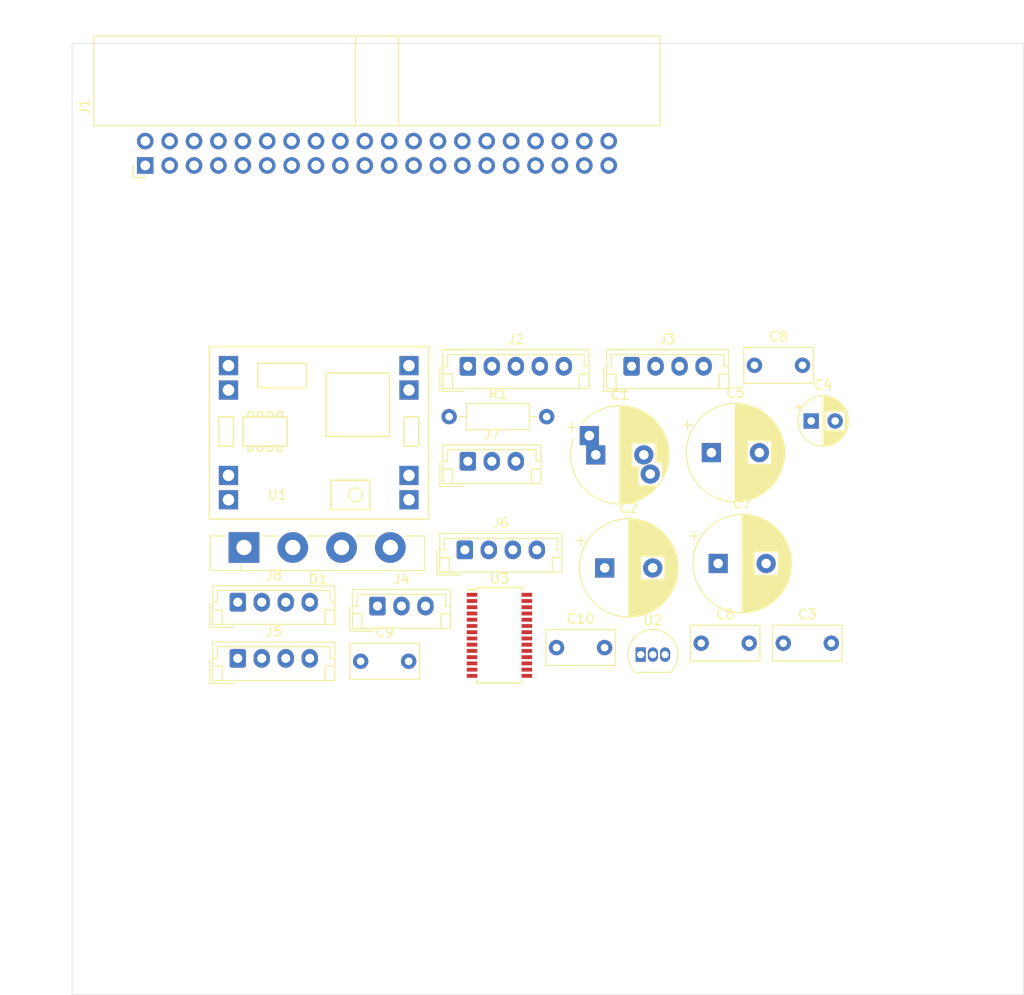
<source format=kicad_pcb>
(kicad_pcb (version 20171130) (host pcbnew 5.1.5)

  (general
    (thickness 1.6)
    (drawings 6)
    (tracks 0)
    (zones 0)
    (modules 23)
    (nets 61)
  )

  (page A4)
  (layers
    (0 F.Cu signal)
    (31 B.Cu signal)
    (32 B.Adhes user)
    (33 F.Adhes user)
    (34 B.Paste user)
    (35 F.Paste user)
    (36 B.SilkS user)
    (37 F.SilkS user)
    (38 B.Mask user)
    (39 F.Mask user)
    (40 Dwgs.User user)
    (41 Cmts.User user)
    (42 Eco1.User user)
    (43 Eco2.User user)
    (44 Edge.Cuts user)
    (45 Margin user)
    (46 B.CrtYd user)
    (47 F.CrtYd user)
    (48 B.Fab user)
    (49 F.Fab user)
  )

  (setup
    (last_trace_width 0.25)
    (trace_clearance 0.2)
    (zone_clearance 0.508)
    (zone_45_only no)
    (trace_min 0.2)
    (via_size 0.8)
    (via_drill 0.4)
    (via_min_size 0.4)
    (via_min_drill 0.3)
    (uvia_size 0.3)
    (uvia_drill 0.1)
    (uvias_allowed no)
    (uvia_min_size 0.2)
    (uvia_min_drill 0.1)
    (edge_width 0.05)
    (segment_width 0.2)
    (pcb_text_width 0.3)
    (pcb_text_size 1.5 1.5)
    (mod_edge_width 0.12)
    (mod_text_size 1 1)
    (mod_text_width 0.15)
    (pad_size 1.524 1.524)
    (pad_drill 0.762)
    (pad_to_mask_clearance 0.051)
    (solder_mask_min_width 0.25)
    (aux_axis_origin 0 0)
    (visible_elements FFFFFF7F)
    (pcbplotparams
      (layerselection 0x010fc_ffffffff)
      (usegerberextensions false)
      (usegerberattributes false)
      (usegerberadvancedattributes false)
      (creategerberjobfile false)
      (excludeedgelayer true)
      (linewidth 0.100000)
      (plotframeref false)
      (viasonmask false)
      (mode 1)
      (useauxorigin false)
      (hpglpennumber 1)
      (hpglpenspeed 20)
      (hpglpendiameter 15.000000)
      (psnegative false)
      (psa4output false)
      (plotreference true)
      (plotvalue true)
      (plotinvisibletext false)
      (padsonsilk false)
      (subtractmaskfromsilk false)
      (outputformat 1)
      (mirror false)
      (drillshape 1)
      (scaleselection 1)
      (outputdirectory ""))
  )

  (net 0 "")
  (net 1 GNDD)
  (net 2 /AC1)
  (net 3 /AC2)
  (net 4 /+3.3VA)
  (net 5 /AD2)
  (net 6 /AD1)
  (net 7 /AD3)
  (net 8 /SYNC_SCK)
  (net 9 /SYNC_DATA)
  (net 10 /ROT-B)
  (net 11 /ROT-A)
  (net 12 /MUTE)
  (net 13 /STBY)
  (net 14 /REMOTE)
  (net 15 GNDA)
  (net 16 /SP_L)
  (net 17 /OUT_L)
  (net 18 /OUT_R)
  (net 19 /SP_R)
  (net 20 "Net-(C1-Pad1)")
  (net 21 +5V)
  (net 22 "Net-(C4-Pad1)")
  (net 23 "Net-(C5-Pad1)")
  (net 24 "Net-(C7-Pad1)")
  (net 25 "Net-(C9-Pad1)")
  (net 26 "Net-(C10-Pad1)")
  (net 27 "Net-(J1-Pad3)")
  (net 28 "Net-(J1-Pad4)")
  (net 29 "Net-(J1-Pad5)")
  (net 30 "Net-(J1-Pad6)")
  (net 31 "Net-(J1-Pad7)")
  (net 32 "Net-(J1-Pad8)")
  (net 33 "Net-(J1-Pad13)")
  (net 34 "Net-(J1-Pad20)")
  (net 35 "Net-(J1-Pad21)")
  (net 36 /QD_G)
  (net 37 /QD_L)
  (net 38 /QD_R)
  (net 39 "Net-(J1-Pad31)")
  (net 40 "Net-(J1-Pad32)")
  (net 41 /MP3_L)
  (net 42 /MP3_R)
  (net 43 /TUN_L)
  (net 44 /TUN_R)
  (net 45 "Net-(J3-Pad1)")
  (net 46 "Net-(J8-Pad1)")
  (net 47 /SDA)
  (net 48 /SCL)
  (net 49 /DIG_L)
  (net 50 /DIG_R)
  (net 51 /AUX1_L)
  (net 52 /AUX1_R)
  (net 53 /AUX2_L)
  (net 54 /AUX2_R)
  (net 55 "Net-(U3-Pad19)")
  (net 56 "Net-(U3-Pad20)")
  (net 57 "Net-(U3-Pad22)")
  (net 58 "Net-(U3-Pad23)")
  (net 59 "Net-(U3-Pad27)")
  (net 60 "Net-(U3-Pad28)")

  (net_class Default "Это класс цепей по умолчанию."
    (clearance 0.2)
    (trace_width 0.25)
    (via_dia 0.8)
    (via_drill 0.4)
    (uvia_dia 0.3)
    (uvia_drill 0.1)
    (add_net +5V)
    (add_net /+3.3VA)
    (add_net /AC1)
    (add_net /AC2)
    (add_net /AD1)
    (add_net /AD2)
    (add_net /AD3)
    (add_net /AUX1_L)
    (add_net /AUX1_R)
    (add_net /AUX2_L)
    (add_net /AUX2_R)
    (add_net /DIG_L)
    (add_net /DIG_R)
    (add_net /MP3_L)
    (add_net /MP3_R)
    (add_net /MUTE)
    (add_net /OUT_L)
    (add_net /OUT_R)
    (add_net /QD_G)
    (add_net /QD_L)
    (add_net /QD_R)
    (add_net /REMOTE)
    (add_net /ROT-A)
    (add_net /ROT-B)
    (add_net /SCL)
    (add_net /SDA)
    (add_net /SP_L)
    (add_net /SP_R)
    (add_net /STBY)
    (add_net /SYNC_DATA)
    (add_net /SYNC_SCK)
    (add_net /TUN_L)
    (add_net /TUN_R)
    (add_net GNDA)
    (add_net GNDD)
    (add_net "Net-(C1-Pad1)")
    (add_net "Net-(C10-Pad1)")
    (add_net "Net-(C4-Pad1)")
    (add_net "Net-(C5-Pad1)")
    (add_net "Net-(C7-Pad1)")
    (add_net "Net-(C9-Pad1)")
    (add_net "Net-(J1-Pad13)")
    (add_net "Net-(J1-Pad20)")
    (add_net "Net-(J1-Pad21)")
    (add_net "Net-(J1-Pad3)")
    (add_net "Net-(J1-Pad31)")
    (add_net "Net-(J1-Pad32)")
    (add_net "Net-(J1-Pad4)")
    (add_net "Net-(J1-Pad5)")
    (add_net "Net-(J1-Pad6)")
    (add_net "Net-(J1-Pad7)")
    (add_net "Net-(J1-Pad8)")
    (add_net "Net-(J3-Pad1)")
    (add_net "Net-(J8-Pad1)")
    (add_net "Net-(U3-Pad19)")
    (add_net "Net-(U3-Pad20)")
    (add_net "Net-(U3-Pad22)")
    (add_net "Net-(U3-Pad23)")
    (add_net "Net-(U3-Pad27)")
    (add_net "Net-(U3-Pad28)")
  )

  (module Connector_IDC:IDC-Header_2x20_P2.54mm_Horizontal (layer F.Cu) (tedit 59DE239E) (tstamp 5E2C169C)
    (at 106.68 45.72 90)
    (descr "Through hole angled IDC box header, 2x20, 2.54mm pitch, double rows")
    (tags "Through hole IDC box header THT 2x20 2.54mm double row")
    (path /5E2487D7)
    (fp_text reference J1 (at 6.105 -6.35 90) (layer F.SilkS)
      (effects (font (size 1 1) (thickness 0.15)))
    )
    (fp_text value H-MS1110_Bus (at 6.105 54.864 90) (layer F.Fab)
      (effects (font (size 1 1) (thickness 0.15)))
    )
    (fp_text user %R (at 8.805 24.13) (layer F.Fab)
      (effects (font (size 1 1) (thickness 0.15)))
    )
    (fp_line (start -0.32 -0.32) (end -0.32 0.32) (layer F.Fab) (width 0.1))
    (fp_line (start -0.32 0.32) (end 4.38 0.32) (layer F.Fab) (width 0.1))
    (fp_line (start -0.32 10.48) (end 4.38 10.48) (layer F.Fab) (width 0.1))
    (fp_line (start -0.32 12.38) (end -0.32 13.02) (layer F.Fab) (width 0.1))
    (fp_line (start -0.32 13.02) (end 4.38 13.02) (layer F.Fab) (width 0.1))
    (fp_line (start -0.32 14.92) (end -0.32 15.56) (layer F.Fab) (width 0.1))
    (fp_line (start -0.32 15.56) (end 4.38 15.56) (layer F.Fab) (width 0.1))
    (fp_line (start -0.32 17.46) (end -0.32 18.1) (layer F.Fab) (width 0.1))
    (fp_line (start -0.32 18.1) (end 4.38 18.1) (layer F.Fab) (width 0.1))
    (fp_line (start -0.32 2.22) (end -0.32 2.86) (layer F.Fab) (width 0.1))
    (fp_line (start -0.32 2.86) (end 4.38 2.86) (layer F.Fab) (width 0.1))
    (fp_line (start -0.32 20) (end -0.32 20.64) (layer F.Fab) (width 0.1))
    (fp_line (start -0.32 20.64) (end 4.38 20.64) (layer F.Fab) (width 0.1))
    (fp_line (start -0.32 22.54) (end -0.32 23.18) (layer F.Fab) (width 0.1))
    (fp_line (start -0.32 23.18) (end 4.38 23.18) (layer F.Fab) (width 0.1))
    (fp_line (start -0.32 25.08) (end -0.32 25.72) (layer F.Fab) (width 0.1))
    (fp_line (start -0.32 25.72) (end 4.38 25.72) (layer F.Fab) (width 0.1))
    (fp_line (start -0.32 27.62) (end -0.32 28.26) (layer F.Fab) (width 0.1))
    (fp_line (start -0.32 28.26) (end 4.38 28.26) (layer F.Fab) (width 0.1))
    (fp_line (start -0.32 30.16) (end -0.32 30.8) (layer F.Fab) (width 0.1))
    (fp_line (start -0.32 30.8) (end 4.38 30.8) (layer F.Fab) (width 0.1))
    (fp_line (start -0.32 32.7) (end -0.32 33.34) (layer F.Fab) (width 0.1))
    (fp_line (start -0.32 33.34) (end 4.38 33.34) (layer F.Fab) (width 0.1))
    (fp_line (start -0.32 35.24) (end -0.32 35.88) (layer F.Fab) (width 0.1))
    (fp_line (start -0.32 35.88) (end 4.38 35.88) (layer F.Fab) (width 0.1))
    (fp_line (start -0.32 37.78) (end -0.32 38.42) (layer F.Fab) (width 0.1))
    (fp_line (start -0.32 38.42) (end 4.38 38.42) (layer F.Fab) (width 0.1))
    (fp_line (start -0.32 4.76) (end -0.32 5.4) (layer F.Fab) (width 0.1))
    (fp_line (start -0.32 40.32) (end -0.32 40.96) (layer F.Fab) (width 0.1))
    (fp_line (start -0.32 40.96) (end 4.38 40.96) (layer F.Fab) (width 0.1))
    (fp_line (start -0.32 42.86) (end -0.32 43.5) (layer F.Fab) (width 0.1))
    (fp_line (start -0.32 43.5) (end 4.38 43.5) (layer F.Fab) (width 0.1))
    (fp_line (start -0.32 45.4) (end -0.32 46.04) (layer F.Fab) (width 0.1))
    (fp_line (start -0.32 46.04) (end 4.38 46.04) (layer F.Fab) (width 0.1))
    (fp_line (start -0.32 47.94) (end -0.32 48.58) (layer F.Fab) (width 0.1))
    (fp_line (start -0.32 48.58) (end 4.38 48.58) (layer F.Fab) (width 0.1))
    (fp_line (start -0.32 5.4) (end 4.38 5.4) (layer F.Fab) (width 0.1))
    (fp_line (start -0.32 7.3) (end -0.32 7.94) (layer F.Fab) (width 0.1))
    (fp_line (start -0.32 7.94) (end 4.38 7.94) (layer F.Fab) (width 0.1))
    (fp_line (start -0.32 9.84) (end -0.32 10.48) (layer F.Fab) (width 0.1))
    (fp_line (start 13.23 53.36) (end 13.23 -5.1) (layer F.Fab) (width 0.1))
    (fp_line (start 4.38 -0.32) (end -0.32 -0.32) (layer F.Fab) (width 0.1))
    (fp_line (start 4.38 -4.1) (end 5.38 -5.1) (layer F.Fab) (width 0.1))
    (fp_line (start 4.38 12.38) (end -0.32 12.38) (layer F.Fab) (width 0.1))
    (fp_line (start 4.38 14.92) (end -0.32 14.92) (layer F.Fab) (width 0.1))
    (fp_line (start 4.38 17.46) (end -0.32 17.46) (layer F.Fab) (width 0.1))
    (fp_line (start 4.38 2.22) (end -0.32 2.22) (layer F.Fab) (width 0.1))
    (fp_line (start 4.38 20) (end -0.32 20) (layer F.Fab) (width 0.1))
    (fp_line (start 4.38 21.88) (end 13.23 21.88) (layer F.Fab) (width 0.1))
    (fp_line (start 4.38 22.54) (end -0.32 22.54) (layer F.Fab) (width 0.1))
    (fp_line (start 4.38 25.08) (end -0.32 25.08) (layer F.Fab) (width 0.1))
    (fp_line (start 4.38 26.38) (end 13.23 26.38) (layer F.Fab) (width 0.1))
    (fp_line (start 4.38 27.62) (end -0.32 27.62) (layer F.Fab) (width 0.1))
    (fp_line (start 4.38 30.16) (end -0.32 30.16) (layer F.Fab) (width 0.1))
    (fp_line (start 4.38 32.7) (end -0.32 32.7) (layer F.Fab) (width 0.1))
    (fp_line (start 4.38 35.24) (end -0.32 35.24) (layer F.Fab) (width 0.1))
    (fp_line (start 4.38 37.78) (end -0.32 37.78) (layer F.Fab) (width 0.1))
    (fp_line (start 4.38 4.76) (end -0.32 4.76) (layer F.Fab) (width 0.1))
    (fp_line (start 4.38 40.32) (end -0.32 40.32) (layer F.Fab) (width 0.1))
    (fp_line (start 4.38 42.86) (end -0.32 42.86) (layer F.Fab) (width 0.1))
    (fp_line (start 4.38 45.4) (end -0.32 45.4) (layer F.Fab) (width 0.1))
    (fp_line (start 4.38 47.94) (end -0.32 47.94) (layer F.Fab) (width 0.1))
    (fp_line (start 4.38 53.36) (end 13.23 53.36) (layer F.Fab) (width 0.1))
    (fp_line (start 4.38 53.36) (end 4.38 -4.1) (layer F.Fab) (width 0.1))
    (fp_line (start 4.38 7.3) (end -0.32 7.3) (layer F.Fab) (width 0.1))
    (fp_line (start 4.38 9.84) (end -0.32 9.84) (layer F.Fab) (width 0.1))
    (fp_line (start 5.38 -5.1) (end 13.23 -5.1) (layer F.Fab) (width 0.1))
    (fp_line (start -1.27 -1.27) (end -1.27 0) (layer F.SilkS) (width 0.12))
    (fp_line (start 0 -1.27) (end -1.27 -1.27) (layer F.SilkS) (width 0.12))
    (fp_line (start 13.48 -5.35) (end 13.48 53.61) (layer F.SilkS) (width 0.12))
    (fp_line (start 4.13 -5.35) (end 13.48 -5.35) (layer F.SilkS) (width 0.12))
    (fp_line (start 4.13 21.88) (end 13.48 21.88) (layer F.SilkS) (width 0.12))
    (fp_line (start 4.13 26.38) (end 13.48 26.38) (layer F.SilkS) (width 0.12))
    (fp_line (start 4.13 53.61) (end 13.48 53.61) (layer F.SilkS) (width 0.12))
    (fp_line (start 4.13 53.61) (end 4.13 -5.35) (layer F.SilkS) (width 0.12))
    (fp_line (start -1.12 -5.35) (end 13.48 -5.35) (layer F.CrtYd) (width 0.05))
    (fp_line (start -1.12 53.61) (end -1.12 -5.35) (layer F.CrtYd) (width 0.05))
    (fp_line (start 13.48 -5.35) (end 13.48 53.61) (layer F.CrtYd) (width 0.05))
    (fp_line (start 13.48 53.61) (end -1.12 53.61) (layer F.CrtYd) (width 0.05))
    (pad 1 thru_hole rect (at 0 0 90) (size 1.7272 1.7272) (drill 1.016) (layers *.Cu *.Mask)
      (net 5 /AD2))
    (pad 2 thru_hole oval (at 2.54 0 90) (size 1.7272 1.7272) (drill 1.016) (layers *.Cu *.Mask)
      (net 6 /AD1))
    (pad 3 thru_hole oval (at 0 2.54 90) (size 1.7272 1.7272) (drill 1.016) (layers *.Cu *.Mask)
      (net 27 "Net-(J1-Pad3)"))
    (pad 4 thru_hole oval (at 2.54 2.54 90) (size 1.7272 1.7272) (drill 1.016) (layers *.Cu *.Mask)
      (net 28 "Net-(J1-Pad4)"))
    (pad 5 thru_hole oval (at 0 5.08 90) (size 1.7272 1.7272) (drill 1.016) (layers *.Cu *.Mask)
      (net 29 "Net-(J1-Pad5)"))
    (pad 6 thru_hole oval (at 2.54 5.08 90) (size 1.7272 1.7272) (drill 1.016) (layers *.Cu *.Mask)
      (net 30 "Net-(J1-Pad6)"))
    (pad 7 thru_hole oval (at 0 7.62 90) (size 1.7272 1.7272) (drill 1.016) (layers *.Cu *.Mask)
      (net 31 "Net-(J1-Pad7)"))
    (pad 8 thru_hole oval (at 2.54 7.62 90) (size 1.7272 1.7272) (drill 1.016) (layers *.Cu *.Mask)
      (net 32 "Net-(J1-Pad8)"))
    (pad 9 thru_hole oval (at 0 10.16 90) (size 1.7272 1.7272) (drill 1.016) (layers *.Cu *.Mask)
      (net 4 /+3.3VA))
    (pad 10 thru_hole oval (at 2.54 10.16 90) (size 1.7272 1.7272) (drill 1.016) (layers *.Cu *.Mask)
      (net 10 /ROT-B))
    (pad 11 thru_hole oval (at 0 12.7 90) (size 1.7272 1.7272) (drill 1.016) (layers *.Cu *.Mask)
      (net 1 GNDD))
    (pad 12 thru_hole oval (at 2.54 12.7 90) (size 1.7272 1.7272) (drill 1.016) (layers *.Cu *.Mask)
      (net 11 /ROT-A))
    (pad 13 thru_hole oval (at 0 15.24 90) (size 1.7272 1.7272) (drill 1.016) (layers *.Cu *.Mask)
      (net 33 "Net-(J1-Pad13)"))
    (pad 14 thru_hole oval (at 2.54 15.24 90) (size 1.7272 1.7272) (drill 1.016) (layers *.Cu *.Mask)
      (net 7 /AD3))
    (pad 15 thru_hole oval (at 0 17.78 90) (size 1.7272 1.7272) (drill 1.016) (layers *.Cu *.Mask)
      (net 14 /REMOTE))
    (pad 16 thru_hole oval (at 2.54 17.78 90) (size 1.7272 1.7272) (drill 1.016) (layers *.Cu *.Mask)
      (net 9 /SYNC_DATA))
    (pad 17 thru_hole oval (at 0 20.32 90) (size 1.7272 1.7272) (drill 1.016) (layers *.Cu *.Mask)
      (net 2 /AC1))
    (pad 18 thru_hole oval (at 2.54 20.32 90) (size 1.7272 1.7272) (drill 1.016) (layers *.Cu *.Mask)
      (net 8 /SYNC_SCK))
    (pad 19 thru_hole oval (at 0 22.86 90) (size 1.7272 1.7272) (drill 1.016) (layers *.Cu *.Mask)
      (net 3 /AC2))
    (pad 20 thru_hole oval (at 2.54 22.86 90) (size 1.7272 1.7272) (drill 1.016) (layers *.Cu *.Mask)
      (net 34 "Net-(J1-Pad20)"))
    (pad 21 thru_hole oval (at 0 25.4 90) (size 1.7272 1.7272) (drill 1.016) (layers *.Cu *.Mask)
      (net 35 "Net-(J1-Pad21)"))
    (pad 22 thru_hole oval (at 2.54 25.4 90) (size 1.7272 1.7272) (drill 1.016) (layers *.Cu *.Mask)
      (net 13 /STBY))
    (pad 23 thru_hole oval (at 0 27.94 90) (size 1.7272 1.7272) (drill 1.016) (layers *.Cu *.Mask)
      (net 36 /QD_G))
    (pad 24 thru_hole oval (at 2.54 27.94 90) (size 1.7272 1.7272) (drill 1.016) (layers *.Cu *.Mask)
      (net 12 /MUTE))
    (pad 25 thru_hole oval (at 0 30.48 90) (size 1.7272 1.7272) (drill 1.016) (layers *.Cu *.Mask)
      (net 15 GNDA))
    (pad 26 thru_hole oval (at 2.54 30.48 90) (size 1.7272 1.7272) (drill 1.016) (layers *.Cu *.Mask)
      (net 37 /QD_L))
    (pad 27 thru_hole oval (at 0 33.02 90) (size 1.7272 1.7272) (drill 1.016) (layers *.Cu *.Mask)
      (net 16 /SP_L))
    (pad 28 thru_hole oval (at 2.54 33.02 90) (size 1.7272 1.7272) (drill 1.016) (layers *.Cu *.Mask)
      (net 38 /QD_R))
    (pad 29 thru_hole oval (at 0 35.56 90) (size 1.7272 1.7272) (drill 1.016) (layers *.Cu *.Mask)
      (net 17 /OUT_L))
    (pad 30 thru_hole oval (at 2.54 35.56 90) (size 1.7272 1.7272) (drill 1.016) (layers *.Cu *.Mask)
      (net 18 /OUT_R))
    (pad 31 thru_hole oval (at 0 38.1 90) (size 1.7272 1.7272) (drill 1.016) (layers *.Cu *.Mask)
      (net 39 "Net-(J1-Pad31)"))
    (pad 32 thru_hole oval (at 2.54 38.1 90) (size 1.7272 1.7272) (drill 1.016) (layers *.Cu *.Mask)
      (net 40 "Net-(J1-Pad32)"))
    (pad 33 thru_hole oval (at 0 40.64 90) (size 1.7272 1.7272) (drill 1.016) (layers *.Cu *.Mask)
      (net 15 GNDA))
    (pad 34 thru_hole oval (at 2.54 40.64 90) (size 1.7272 1.7272) (drill 1.016) (layers *.Cu *.Mask)
      (net 19 /SP_R))
    (pad 35 thru_hole oval (at 0 43.18 90) (size 1.7272 1.7272) (drill 1.016) (layers *.Cu *.Mask)
      (net 15 GNDA))
    (pad 36 thru_hole oval (at 2.54 43.18 90) (size 1.7272 1.7272) (drill 1.016) (layers *.Cu *.Mask)
      (net 41 /MP3_L))
    (pad 37 thru_hole oval (at 0 45.72 90) (size 1.7272 1.7272) (drill 1.016) (layers *.Cu *.Mask)
      (net 42 /MP3_R))
    (pad 38 thru_hole oval (at 2.54 45.72 90) (size 1.7272 1.7272) (drill 1.016) (layers *.Cu *.Mask)
      (net 15 GNDA))
    (pad 39 thru_hole oval (at 0 48.26 90) (size 1.7272 1.7272) (drill 1.016) (layers *.Cu *.Mask)
      (net 43 /TUN_L))
    (pad 40 thru_hole oval (at 2.54 48.26 90) (size 1.7272 1.7272) (drill 1.016) (layers *.Cu *.Mask)
      (net 44 /TUN_R))
    (model ${KISYS3DMOD}/Connector_IDC.3dshapes/IDC-Header_2x20_P2.54mm_Horizontal.wrl
      (at (xyz 0 0 0))
      (scale (xyz 1 1 1))
      (rotate (xyz 0 0 0))
    )
  )

  (module Capacitor_THT:CP_Radial_D10.0mm_P5.00mm_P7.50mm (layer F.Cu) (tedit 5AE50EF1) (tstamp 5E7F5D39)
    (at 153.593647 75.871001)
    (descr "CP, Radial series, Radial, pin pitch=5.00mm 7.50mm, , diameter=10mm, Electrolytic Capacitor")
    (tags "CP Radial series Radial pin pitch 5.00mm 7.50mm  diameter 10mm Electrolytic Capacitor")
    (path /5E2C8E45)
    (fp_text reference C1 (at 2.5 -6.25) (layer F.SilkS)
      (effects (font (size 1 1) (thickness 0.15)))
    )
    (fp_text value 1000.0 (at 2.5 6.25) (layer F.Fab)
      (effects (font (size 1 1) (thickness 0.15)))
    )
    (fp_arc (start 2.5 0) (end -1.448012 -3.26) (angle 340) (layer F.SilkS) (width 0.12))
    (fp_circle (center 2.5 0) (end 7.5 0) (layer F.Fab) (width 0.1))
    (fp_circle (center 2.5 0) (end 7.98 0) (layer F.CrtYd) (width 0.05))
    (fp_line (start -1.788861 -2.1875) (end -0.788861 -2.1875) (layer F.Fab) (width 0.1))
    (fp_line (start -1.288861 -2.6875) (end -1.288861 -1.6875) (layer F.Fab) (width 0.1))
    (fp_line (start 2.5 -5.08) (end 2.5 5.08) (layer F.SilkS) (width 0.12))
    (fp_line (start 2.54 -5.08) (end 2.54 5.08) (layer F.SilkS) (width 0.12))
    (fp_line (start 2.58 -5.08) (end 2.58 5.08) (layer F.SilkS) (width 0.12))
    (fp_line (start 2.62 -5.079) (end 2.62 5.079) (layer F.SilkS) (width 0.12))
    (fp_line (start 2.66 -5.078) (end 2.66 5.078) (layer F.SilkS) (width 0.12))
    (fp_line (start 2.7 -5.077) (end 2.7 5.077) (layer F.SilkS) (width 0.12))
    (fp_line (start 2.74 -5.075) (end 2.74 5.075) (layer F.SilkS) (width 0.12))
    (fp_line (start 2.78 -5.073) (end 2.78 5.073) (layer F.SilkS) (width 0.12))
    (fp_line (start 2.82 -5.07) (end 2.82 5.07) (layer F.SilkS) (width 0.12))
    (fp_line (start 2.86 -5.068) (end 2.86 5.068) (layer F.SilkS) (width 0.12))
    (fp_line (start 2.9 -5.065) (end 2.9 5.065) (layer F.SilkS) (width 0.12))
    (fp_line (start 2.94 -5.062) (end 2.94 5.062) (layer F.SilkS) (width 0.12))
    (fp_line (start 2.98 -5.058) (end 2.98 5.058) (layer F.SilkS) (width 0.12))
    (fp_line (start 3.02 -5.054) (end 3.02 5.054) (layer F.SilkS) (width 0.12))
    (fp_line (start 3.06 -5.05) (end 3.06 5.05) (layer F.SilkS) (width 0.12))
    (fp_line (start 3.1 -5.045) (end 3.1 5.045) (layer F.SilkS) (width 0.12))
    (fp_line (start 3.14 -5.04) (end 3.14 5.04) (layer F.SilkS) (width 0.12))
    (fp_line (start 3.18 -5.035) (end 3.18 5.035) (layer F.SilkS) (width 0.12))
    (fp_line (start 3.221 -5.03) (end 3.221 5.03) (layer F.SilkS) (width 0.12))
    (fp_line (start 3.261 -5.024) (end 3.261 5.024) (layer F.SilkS) (width 0.12))
    (fp_line (start 3.301 -5.018) (end 3.301 5.018) (layer F.SilkS) (width 0.12))
    (fp_line (start 3.341 -5.011) (end 3.341 5.011) (layer F.SilkS) (width 0.12))
    (fp_line (start 3.381 -5.004) (end 3.381 5.004) (layer F.SilkS) (width 0.12))
    (fp_line (start 3.421 -4.997) (end 3.421 4.997) (layer F.SilkS) (width 0.12))
    (fp_line (start 3.461 -4.99) (end 3.461 4.99) (layer F.SilkS) (width 0.12))
    (fp_line (start 3.501 -4.982) (end 3.501 4.982) (layer F.SilkS) (width 0.12))
    (fp_line (start 3.541 -4.974) (end 3.541 4.974) (layer F.SilkS) (width 0.12))
    (fp_line (start 3.581 -4.965) (end 3.581 4.965) (layer F.SilkS) (width 0.12))
    (fp_line (start 3.621 -4.956) (end 3.621 4.956) (layer F.SilkS) (width 0.12))
    (fp_line (start 3.661 -4.947) (end 3.661 4.947) (layer F.SilkS) (width 0.12))
    (fp_line (start 3.701 -4.938) (end 3.701 4.938) (layer F.SilkS) (width 0.12))
    (fp_line (start 3.741 -4.928) (end 3.741 4.928) (layer F.SilkS) (width 0.12))
    (fp_line (start 3.781 -4.918) (end 3.781 -1.241) (layer F.SilkS) (width 0.12))
    (fp_line (start 3.781 1.241) (end 3.781 4.918) (layer F.SilkS) (width 0.12))
    (fp_line (start 3.821 -4.907) (end 3.821 -1.241) (layer F.SilkS) (width 0.12))
    (fp_line (start 3.821 1.241) (end 3.821 4.907) (layer F.SilkS) (width 0.12))
    (fp_line (start 3.861 -4.897) (end 3.861 -1.241) (layer F.SilkS) (width 0.12))
    (fp_line (start 3.861 1.241) (end 3.861 4.897) (layer F.SilkS) (width 0.12))
    (fp_line (start 3.901 -4.885) (end 3.901 -1.241) (layer F.SilkS) (width 0.12))
    (fp_line (start 3.901 1.241) (end 3.901 4.885) (layer F.SilkS) (width 0.12))
    (fp_line (start 3.941 -4.874) (end 3.941 -1.241) (layer F.SilkS) (width 0.12))
    (fp_line (start 3.941 1.241) (end 3.941 4.874) (layer F.SilkS) (width 0.12))
    (fp_line (start 3.981 -4.862) (end 3.981 -1.241) (layer F.SilkS) (width 0.12))
    (fp_line (start 3.981 1.241) (end 3.981 4.862) (layer F.SilkS) (width 0.12))
    (fp_line (start 4.021 -4.85) (end 4.021 -1.241) (layer F.SilkS) (width 0.12))
    (fp_line (start 4.021 1.241) (end 4.021 4.85) (layer F.SilkS) (width 0.12))
    (fp_line (start 4.061 -4.837) (end 4.061 -1.241) (layer F.SilkS) (width 0.12))
    (fp_line (start 4.061 1.241) (end 4.061 4.837) (layer F.SilkS) (width 0.12))
    (fp_line (start 4.101 -4.824) (end 4.101 -1.241) (layer F.SilkS) (width 0.12))
    (fp_line (start 4.101 1.241) (end 4.101 4.824) (layer F.SilkS) (width 0.12))
    (fp_line (start 4.141 -4.811) (end 4.141 -1.241) (layer F.SilkS) (width 0.12))
    (fp_line (start 4.141 1.241) (end 4.141 4.811) (layer F.SilkS) (width 0.12))
    (fp_line (start 4.181 -4.797) (end 4.181 -1.241) (layer F.SilkS) (width 0.12))
    (fp_line (start 4.181 1.241) (end 4.181 4.797) (layer F.SilkS) (width 0.12))
    (fp_line (start 4.221 -4.783) (end 4.221 -1.241) (layer F.SilkS) (width 0.12))
    (fp_line (start 4.221 1.241) (end 4.221 4.783) (layer F.SilkS) (width 0.12))
    (fp_line (start 4.261 -4.768) (end 4.261 -1.241) (layer F.SilkS) (width 0.12))
    (fp_line (start 4.261 1.241) (end 4.261 4.768) (layer F.SilkS) (width 0.12))
    (fp_line (start 4.301 -4.754) (end 4.301 -1.241) (layer F.SilkS) (width 0.12))
    (fp_line (start 4.301 1.241) (end 4.301 4.754) (layer F.SilkS) (width 0.12))
    (fp_line (start 4.341 -4.738) (end 4.341 -1.241) (layer F.SilkS) (width 0.12))
    (fp_line (start 4.341 1.241) (end 4.341 4.738) (layer F.SilkS) (width 0.12))
    (fp_line (start 4.381 -4.723) (end 4.381 -1.241) (layer F.SilkS) (width 0.12))
    (fp_line (start 4.381 1.241) (end 4.381 4.723) (layer F.SilkS) (width 0.12))
    (fp_line (start 4.421 -4.707) (end 4.421 -1.241) (layer F.SilkS) (width 0.12))
    (fp_line (start 4.421 1.241) (end 4.421 4.707) (layer F.SilkS) (width 0.12))
    (fp_line (start 4.461 -4.69) (end 4.461 -1.241) (layer F.SilkS) (width 0.12))
    (fp_line (start 4.461 3.24) (end 4.461 4.69) (layer F.SilkS) (width 0.12))
    (fp_line (start 4.501 -4.674) (end 4.501 -1.241) (layer F.SilkS) (width 0.12))
    (fp_line (start 4.501 3.24) (end 4.501 4.674) (layer F.SilkS) (width 0.12))
    (fp_line (start 4.541 -4.657) (end 4.541 -1.241) (layer F.SilkS) (width 0.12))
    (fp_line (start 4.541 3.24) (end 4.541 4.657) (layer F.SilkS) (width 0.12))
    (fp_line (start 4.581 -4.639) (end 4.581 -1.241) (layer F.SilkS) (width 0.12))
    (fp_line (start 4.581 3.24) (end 4.581 4.639) (layer F.SilkS) (width 0.12))
    (fp_line (start 4.621 -4.621) (end 4.621 -1.241) (layer F.SilkS) (width 0.12))
    (fp_line (start 4.621 3.24) (end 4.621 4.621) (layer F.SilkS) (width 0.12))
    (fp_line (start 4.661 -4.603) (end 4.661 -1.241) (layer F.SilkS) (width 0.12))
    (fp_line (start 4.661 3.24) (end 4.661 4.603) (layer F.SilkS) (width 0.12))
    (fp_line (start 4.701 -4.584) (end 4.701 -1.241) (layer F.SilkS) (width 0.12))
    (fp_line (start 4.701 3.24) (end 4.701 4.584) (layer F.SilkS) (width 0.12))
    (fp_line (start 4.741 -4.564) (end 4.741 -1.241) (layer F.SilkS) (width 0.12))
    (fp_line (start 4.741 3.24) (end 4.741 4.564) (layer F.SilkS) (width 0.12))
    (fp_line (start 4.781 -4.545) (end 4.781 -1.241) (layer F.SilkS) (width 0.12))
    (fp_line (start 4.781 3.24) (end 4.781 4.545) (layer F.SilkS) (width 0.12))
    (fp_line (start 4.821 -4.525) (end 4.821 -1.241) (layer F.SilkS) (width 0.12))
    (fp_line (start 4.821 3.24) (end 4.821 4.525) (layer F.SilkS) (width 0.12))
    (fp_line (start 4.861 -4.504) (end 4.861 -1.241) (layer F.SilkS) (width 0.12))
    (fp_line (start 4.861 3.24) (end 4.861 4.504) (layer F.SilkS) (width 0.12))
    (fp_line (start 4.901 -4.483) (end 4.901 -1.241) (layer F.SilkS) (width 0.12))
    (fp_line (start 4.901 3.24) (end 4.901 4.483) (layer F.SilkS) (width 0.12))
    (fp_line (start 4.941 -4.462) (end 4.941 -1.241) (layer F.SilkS) (width 0.12))
    (fp_line (start 4.941 3.24) (end 4.941 4.462) (layer F.SilkS) (width 0.12))
    (fp_line (start 4.981 -4.44) (end 4.981 -1.241) (layer F.SilkS) (width 0.12))
    (fp_line (start 4.981 3.24) (end 4.981 4.44) (layer F.SilkS) (width 0.12))
    (fp_line (start 5.021 -4.417) (end 5.021 -1.241) (layer F.SilkS) (width 0.12))
    (fp_line (start 5.021 3.24) (end 5.021 4.417) (layer F.SilkS) (width 0.12))
    (fp_line (start 5.061 -4.395) (end 5.061 -1.241) (layer F.SilkS) (width 0.12))
    (fp_line (start 5.061 3.24) (end 5.061 4.395) (layer F.SilkS) (width 0.12))
    (fp_line (start 5.101 -4.371) (end 5.101 -1.241) (layer F.SilkS) (width 0.12))
    (fp_line (start 5.101 3.24) (end 5.101 4.371) (layer F.SilkS) (width 0.12))
    (fp_line (start 5.141 -4.347) (end 5.141 -1.241) (layer F.SilkS) (width 0.12))
    (fp_line (start 5.141 3.24) (end 5.141 4.347) (layer F.SilkS) (width 0.12))
    (fp_line (start 5.181 -4.323) (end 5.181 -1.241) (layer F.SilkS) (width 0.12))
    (fp_line (start 5.181 3.24) (end 5.181 4.323) (layer F.SilkS) (width 0.12))
    (fp_line (start 5.221 -4.298) (end 5.221 -1.241) (layer F.SilkS) (width 0.12))
    (fp_line (start 5.221 3.24) (end 5.221 4.298) (layer F.SilkS) (width 0.12))
    (fp_line (start 5.261 -4.273) (end 5.261 -1.241) (layer F.SilkS) (width 0.12))
    (fp_line (start 5.261 3.24) (end 5.261 4.273) (layer F.SilkS) (width 0.12))
    (fp_line (start 5.301 -4.247) (end 5.301 -1.241) (layer F.SilkS) (width 0.12))
    (fp_line (start 5.301 3.24) (end 5.301 4.247) (layer F.SilkS) (width 0.12))
    (fp_line (start 5.341 -4.221) (end 5.341 -1.241) (layer F.SilkS) (width 0.12))
    (fp_line (start 5.341 3.24) (end 5.341 4.221) (layer F.SilkS) (width 0.12))
    (fp_line (start 5.381 -4.194) (end 5.381 -1.241) (layer F.SilkS) (width 0.12))
    (fp_line (start 5.381 3.24) (end 5.381 4.194) (layer F.SilkS) (width 0.12))
    (fp_line (start 5.421 -4.166) (end 5.421 -1.241) (layer F.SilkS) (width 0.12))
    (fp_line (start 5.421 3.24) (end 5.421 4.166) (layer F.SilkS) (width 0.12))
    (fp_line (start 5.461 -4.138) (end 5.461 -1.241) (layer F.SilkS) (width 0.12))
    (fp_line (start 5.461 3.24) (end 5.461 4.138) (layer F.SilkS) (width 0.12))
    (fp_line (start 5.501 -4.11) (end 5.501 -1.241) (layer F.SilkS) (width 0.12))
    (fp_line (start 5.501 3.24) (end 5.501 4.11) (layer F.SilkS) (width 0.12))
    (fp_line (start 5.541 -4.08) (end 5.541 -1.241) (layer F.SilkS) (width 0.12))
    (fp_line (start 5.541 3.24) (end 5.541 4.08) (layer F.SilkS) (width 0.12))
    (fp_line (start 5.581 -4.05) (end 5.581 -1.241) (layer F.SilkS) (width 0.12))
    (fp_line (start 5.581 3.24) (end 5.581 4.05) (layer F.SilkS) (width 0.12))
    (fp_line (start 5.621 -4.02) (end 5.621 -1.241) (layer F.SilkS) (width 0.12))
    (fp_line (start 5.621 3.24) (end 5.621 4.02) (layer F.SilkS) (width 0.12))
    (fp_line (start 5.661 -3.989) (end 5.661 -1.241) (layer F.SilkS) (width 0.12))
    (fp_line (start 5.661 3.24) (end 5.661 3.989) (layer F.SilkS) (width 0.12))
    (fp_line (start 5.701 -3.957) (end 5.701 -1.241) (layer F.SilkS) (width 0.12))
    (fp_line (start 5.701 3.24) (end 5.701 3.957) (layer F.SilkS) (width 0.12))
    (fp_line (start 5.741 -3.925) (end 5.741 -1.241) (layer F.SilkS) (width 0.12))
    (fp_line (start 5.741 3.24) (end 5.741 3.925) (layer F.SilkS) (width 0.12))
    (fp_line (start 5.781 -3.892) (end 5.781 -1.241) (layer F.SilkS) (width 0.12))
    (fp_line (start 5.781 3.24) (end 5.781 3.892) (layer F.SilkS) (width 0.12))
    (fp_line (start 5.821 -3.858) (end 5.821 -1.241) (layer F.SilkS) (width 0.12))
    (fp_line (start 5.821 3.24) (end 5.821 3.858) (layer F.SilkS) (width 0.12))
    (fp_line (start 5.861 -3.824) (end 5.861 -1.241) (layer F.SilkS) (width 0.12))
    (fp_line (start 5.861 3.24) (end 5.861 3.824) (layer F.SilkS) (width 0.12))
    (fp_line (start 5.901 -3.789) (end 5.901 -1.241) (layer F.SilkS) (width 0.12))
    (fp_line (start 5.901 3.24) (end 5.901 3.789) (layer F.SilkS) (width 0.12))
    (fp_line (start 5.941 -3.753) (end 5.941 -1.241) (layer F.SilkS) (width 0.12))
    (fp_line (start 5.941 3.24) (end 5.941 3.753) (layer F.SilkS) (width 0.12))
    (fp_line (start 5.981 -3.716) (end 5.981 -1.241) (layer F.SilkS) (width 0.12))
    (fp_line (start 5.981 3.24) (end 5.981 3.716) (layer F.SilkS) (width 0.12))
    (fp_line (start 6.021 -3.679) (end 6.021 -1.241) (layer F.SilkS) (width 0.12))
    (fp_line (start 6.021 3.24) (end 6.021 3.679) (layer F.SilkS) (width 0.12))
    (fp_line (start 6.061 -3.64) (end 6.061 -1.241) (layer F.SilkS) (width 0.12))
    (fp_line (start 6.061 3.24) (end 6.061 3.64) (layer F.SilkS) (width 0.12))
    (fp_line (start 6.101 -3.601) (end 6.101 -1.241) (layer F.SilkS) (width 0.12))
    (fp_line (start 6.101 3.24) (end 6.101 3.601) (layer F.SilkS) (width 0.12))
    (fp_line (start 6.141 -3.561) (end 6.141 -1.241) (layer F.SilkS) (width 0.12))
    (fp_line (start 6.141 3.24) (end 6.141 3.561) (layer F.SilkS) (width 0.12))
    (fp_line (start 6.181 -3.52) (end 6.181 -1.241) (layer F.SilkS) (width 0.12))
    (fp_line (start 6.181 3.24) (end 6.181 3.52) (layer F.SilkS) (width 0.12))
    (fp_line (start 6.221 -3.478) (end 6.221 -1.241) (layer F.SilkS) (width 0.12))
    (fp_line (start 6.221 3.24) (end 6.221 3.478) (layer F.SilkS) (width 0.12))
    (fp_line (start 6.261 -3.436) (end 6.261 0.76) (layer F.SilkS) (width 0.12))
    (fp_line (start 6.261 3.24) (end 6.261 3.436) (layer F.SilkS) (width 0.12))
    (fp_line (start 6.301 -3.392) (end 6.301 0.76) (layer F.SilkS) (width 0.12))
    (fp_line (start 6.301 3.24) (end 6.301 3.392) (layer F.SilkS) (width 0.12))
    (fp_line (start 6.341 -3.347) (end 6.341 0.76) (layer F.SilkS) (width 0.12))
    (fp_line (start 6.341 3.24) (end 6.341 3.347) (layer F.SilkS) (width 0.12))
    (fp_line (start 6.381 -3.301) (end 6.381 0.76) (layer F.SilkS) (width 0.12))
    (fp_line (start 6.381 3.24) (end 6.381 3.301) (layer F.SilkS) (width 0.12))
    (fp_line (start 6.421 -3.254) (end 6.421 0.76) (layer F.SilkS) (width 0.12))
    (fp_line (start 6.421 3.24) (end 6.421 3.254) (layer F.SilkS) (width 0.12))
    (fp_line (start 6.461 -3.206) (end 6.461 0.76) (layer F.SilkS) (width 0.12))
    (fp_line (start 6.501 -3.156) (end 6.501 0.76) (layer F.SilkS) (width 0.12))
    (fp_line (start 6.541 -3.106) (end 6.541 0.76) (layer F.SilkS) (width 0.12))
    (fp_line (start 6.581 -3.054) (end 6.581 0.76) (layer F.SilkS) (width 0.12))
    (fp_line (start 6.621 -3) (end 6.621 0.76) (layer F.SilkS) (width 0.12))
    (fp_line (start 6.661 -2.945) (end 6.661 0.76) (layer F.SilkS) (width 0.12))
    (fp_line (start 6.701 -2.889) (end 6.701 0.76) (layer F.SilkS) (width 0.12))
    (fp_line (start 6.741 -2.83) (end 6.741 0.76) (layer F.SilkS) (width 0.12))
    (fp_line (start 6.781 -2.77) (end 6.781 0.76) (layer F.SilkS) (width 0.12))
    (fp_line (start 6.821 -2.709) (end 6.821 0.76) (layer F.SilkS) (width 0.12))
    (fp_line (start 6.861 -2.645) (end 6.861 0.76) (layer F.SilkS) (width 0.12))
    (fp_line (start 6.901 -2.579) (end 6.901 0.76) (layer F.SilkS) (width 0.12))
    (fp_line (start 6.941 -2.51) (end 6.941 2.51) (layer F.SilkS) (width 0.12))
    (fp_line (start 6.981 -2.439) (end 6.981 2.439) (layer F.SilkS) (width 0.12))
    (fp_line (start 7.021 -2.365) (end 7.021 2.365) (layer F.SilkS) (width 0.12))
    (fp_line (start 7.061 -2.289) (end 7.061 2.289) (layer F.SilkS) (width 0.12))
    (fp_line (start 7.101 -2.209) (end 7.101 2.209) (layer F.SilkS) (width 0.12))
    (fp_line (start 7.141 -2.125) (end 7.141 2.125) (layer F.SilkS) (width 0.12))
    (fp_line (start 7.181 -2.037) (end 7.181 2.037) (layer F.SilkS) (width 0.12))
    (fp_line (start 7.221 -1.944) (end 7.221 1.944) (layer F.SilkS) (width 0.12))
    (fp_line (start 7.261 -1.846) (end 7.261 1.846) (layer F.SilkS) (width 0.12))
    (fp_line (start 7.301 -1.742) (end 7.301 1.742) (layer F.SilkS) (width 0.12))
    (fp_line (start 7.341 -1.63) (end 7.341 1.63) (layer F.SilkS) (width 0.12))
    (fp_line (start 7.381 -1.51) (end 7.381 1.51) (layer F.SilkS) (width 0.12))
    (fp_line (start 7.421 -1.378) (end 7.421 1.378) (layer F.SilkS) (width 0.12))
    (fp_line (start 7.461 -1.23) (end 7.461 1.23) (layer F.SilkS) (width 0.12))
    (fp_line (start 7.501 -1.062) (end 7.501 1.062) (layer F.SilkS) (width 0.12))
    (fp_line (start 7.541 -0.862) (end 7.541 0.862) (layer F.SilkS) (width 0.12))
    (fp_line (start 7.581 -0.599) (end 7.581 0.599) (layer F.SilkS) (width 0.12))
    (fp_line (start -2.979646 -2.875) (end -1.979646 -2.875) (layer F.SilkS) (width 0.12))
    (fp_line (start -2.479646 -3.375) (end -2.479646 -2.375) (layer F.SilkS) (width 0.12))
    (fp_text user %R (at 2.5 0) (layer F.Fab)
      (effects (font (size 1 1) (thickness 0.15)))
    )
    (pad 1 thru_hole rect (at 0 0) (size 2 2) (drill 1) (layers *.Cu *.Mask)
      (net 20 "Net-(C1-Pad1)"))
    (pad 2 thru_hole circle (at 5 0) (size 2 2) (drill 1) (layers *.Cu *.Mask)
      (net 1 GNDD))
    (pad 1 thru_hole rect (at -0.672144 -2) (size 2 2) (drill 1) (layers *.Cu *.Mask)
      (net 20 "Net-(C1-Pad1)"))
    (pad 2 thru_hole circle (at 5.672144 2) (size 2 2) (drill 1) (layers *.Cu *.Mask)
      (net 1 GNDD))
    (model ${KISYS3DMOD}/Capacitor_THT.3dshapes/CP_Radial_D10.0mm_P5.00mm_P7.50mm.wrl
      (at (xyz 0 0 0))
      (scale (xyz 1 1 1))
      (rotate (xyz 0 0 0))
    )
  )

  (module Capacitor_THT:CP_Radial_D10.0mm_P5.00mm (layer F.Cu) (tedit 5AE50EF1) (tstamp 5E7F5E05)
    (at 154.523647 87.651001)
    (descr "CP, Radial series, Radial, pin pitch=5.00mm, , diameter=10mm, Electrolytic Capacitor")
    (tags "CP Radial series Radial pin pitch 5.00mm  diameter 10mm Electrolytic Capacitor")
    (path /5E2DC279)
    (fp_text reference C2 (at 2.5 -6.25) (layer F.SilkS)
      (effects (font (size 1 1) (thickness 0.15)))
    )
    (fp_text value 470.0 (at 2.5 6.25) (layer F.Fab)
      (effects (font (size 1 1) (thickness 0.15)))
    )
    (fp_circle (center 2.5 0) (end 7.5 0) (layer F.Fab) (width 0.1))
    (fp_circle (center 2.5 0) (end 7.62 0) (layer F.SilkS) (width 0.12))
    (fp_circle (center 2.5 0) (end 7.75 0) (layer F.CrtYd) (width 0.05))
    (fp_line (start -1.788861 -2.1875) (end -0.788861 -2.1875) (layer F.Fab) (width 0.1))
    (fp_line (start -1.288861 -2.6875) (end -1.288861 -1.6875) (layer F.Fab) (width 0.1))
    (fp_line (start 2.5 -5.08) (end 2.5 5.08) (layer F.SilkS) (width 0.12))
    (fp_line (start 2.54 -5.08) (end 2.54 5.08) (layer F.SilkS) (width 0.12))
    (fp_line (start 2.58 -5.08) (end 2.58 5.08) (layer F.SilkS) (width 0.12))
    (fp_line (start 2.62 -5.079) (end 2.62 5.079) (layer F.SilkS) (width 0.12))
    (fp_line (start 2.66 -5.078) (end 2.66 5.078) (layer F.SilkS) (width 0.12))
    (fp_line (start 2.7 -5.077) (end 2.7 5.077) (layer F.SilkS) (width 0.12))
    (fp_line (start 2.74 -5.075) (end 2.74 5.075) (layer F.SilkS) (width 0.12))
    (fp_line (start 2.78 -5.073) (end 2.78 5.073) (layer F.SilkS) (width 0.12))
    (fp_line (start 2.82 -5.07) (end 2.82 5.07) (layer F.SilkS) (width 0.12))
    (fp_line (start 2.86 -5.068) (end 2.86 5.068) (layer F.SilkS) (width 0.12))
    (fp_line (start 2.9 -5.065) (end 2.9 5.065) (layer F.SilkS) (width 0.12))
    (fp_line (start 2.94 -5.062) (end 2.94 5.062) (layer F.SilkS) (width 0.12))
    (fp_line (start 2.98 -5.058) (end 2.98 5.058) (layer F.SilkS) (width 0.12))
    (fp_line (start 3.02 -5.054) (end 3.02 5.054) (layer F.SilkS) (width 0.12))
    (fp_line (start 3.06 -5.05) (end 3.06 5.05) (layer F.SilkS) (width 0.12))
    (fp_line (start 3.1 -5.045) (end 3.1 5.045) (layer F.SilkS) (width 0.12))
    (fp_line (start 3.14 -5.04) (end 3.14 5.04) (layer F.SilkS) (width 0.12))
    (fp_line (start 3.18 -5.035) (end 3.18 5.035) (layer F.SilkS) (width 0.12))
    (fp_line (start 3.221 -5.03) (end 3.221 5.03) (layer F.SilkS) (width 0.12))
    (fp_line (start 3.261 -5.024) (end 3.261 5.024) (layer F.SilkS) (width 0.12))
    (fp_line (start 3.301 -5.018) (end 3.301 5.018) (layer F.SilkS) (width 0.12))
    (fp_line (start 3.341 -5.011) (end 3.341 5.011) (layer F.SilkS) (width 0.12))
    (fp_line (start 3.381 -5.004) (end 3.381 5.004) (layer F.SilkS) (width 0.12))
    (fp_line (start 3.421 -4.997) (end 3.421 4.997) (layer F.SilkS) (width 0.12))
    (fp_line (start 3.461 -4.99) (end 3.461 4.99) (layer F.SilkS) (width 0.12))
    (fp_line (start 3.501 -4.982) (end 3.501 4.982) (layer F.SilkS) (width 0.12))
    (fp_line (start 3.541 -4.974) (end 3.541 4.974) (layer F.SilkS) (width 0.12))
    (fp_line (start 3.581 -4.965) (end 3.581 4.965) (layer F.SilkS) (width 0.12))
    (fp_line (start 3.621 -4.956) (end 3.621 4.956) (layer F.SilkS) (width 0.12))
    (fp_line (start 3.661 -4.947) (end 3.661 4.947) (layer F.SilkS) (width 0.12))
    (fp_line (start 3.701 -4.938) (end 3.701 4.938) (layer F.SilkS) (width 0.12))
    (fp_line (start 3.741 -4.928) (end 3.741 4.928) (layer F.SilkS) (width 0.12))
    (fp_line (start 3.781 -4.918) (end 3.781 -1.241) (layer F.SilkS) (width 0.12))
    (fp_line (start 3.781 1.241) (end 3.781 4.918) (layer F.SilkS) (width 0.12))
    (fp_line (start 3.821 -4.907) (end 3.821 -1.241) (layer F.SilkS) (width 0.12))
    (fp_line (start 3.821 1.241) (end 3.821 4.907) (layer F.SilkS) (width 0.12))
    (fp_line (start 3.861 -4.897) (end 3.861 -1.241) (layer F.SilkS) (width 0.12))
    (fp_line (start 3.861 1.241) (end 3.861 4.897) (layer F.SilkS) (width 0.12))
    (fp_line (start 3.901 -4.885) (end 3.901 -1.241) (layer F.SilkS) (width 0.12))
    (fp_line (start 3.901 1.241) (end 3.901 4.885) (layer F.SilkS) (width 0.12))
    (fp_line (start 3.941 -4.874) (end 3.941 -1.241) (layer F.SilkS) (width 0.12))
    (fp_line (start 3.941 1.241) (end 3.941 4.874) (layer F.SilkS) (width 0.12))
    (fp_line (start 3.981 -4.862) (end 3.981 -1.241) (layer F.SilkS) (width 0.12))
    (fp_line (start 3.981 1.241) (end 3.981 4.862) (layer F.SilkS) (width 0.12))
    (fp_line (start 4.021 -4.85) (end 4.021 -1.241) (layer F.SilkS) (width 0.12))
    (fp_line (start 4.021 1.241) (end 4.021 4.85) (layer F.SilkS) (width 0.12))
    (fp_line (start 4.061 -4.837) (end 4.061 -1.241) (layer F.SilkS) (width 0.12))
    (fp_line (start 4.061 1.241) (end 4.061 4.837) (layer F.SilkS) (width 0.12))
    (fp_line (start 4.101 -4.824) (end 4.101 -1.241) (layer F.SilkS) (width 0.12))
    (fp_line (start 4.101 1.241) (end 4.101 4.824) (layer F.SilkS) (width 0.12))
    (fp_line (start 4.141 -4.811) (end 4.141 -1.241) (layer F.SilkS) (width 0.12))
    (fp_line (start 4.141 1.241) (end 4.141 4.811) (layer F.SilkS) (width 0.12))
    (fp_line (start 4.181 -4.797) (end 4.181 -1.241) (layer F.SilkS) (width 0.12))
    (fp_line (start 4.181 1.241) (end 4.181 4.797) (layer F.SilkS) (width 0.12))
    (fp_line (start 4.221 -4.783) (end 4.221 -1.241) (layer F.SilkS) (width 0.12))
    (fp_line (start 4.221 1.241) (end 4.221 4.783) (layer F.SilkS) (width 0.12))
    (fp_line (start 4.261 -4.768) (end 4.261 -1.241) (layer F.SilkS) (width 0.12))
    (fp_line (start 4.261 1.241) (end 4.261 4.768) (layer F.SilkS) (width 0.12))
    (fp_line (start 4.301 -4.754) (end 4.301 -1.241) (layer F.SilkS) (width 0.12))
    (fp_line (start 4.301 1.241) (end 4.301 4.754) (layer F.SilkS) (width 0.12))
    (fp_line (start 4.341 -4.738) (end 4.341 -1.241) (layer F.SilkS) (width 0.12))
    (fp_line (start 4.341 1.241) (end 4.341 4.738) (layer F.SilkS) (width 0.12))
    (fp_line (start 4.381 -4.723) (end 4.381 -1.241) (layer F.SilkS) (width 0.12))
    (fp_line (start 4.381 1.241) (end 4.381 4.723) (layer F.SilkS) (width 0.12))
    (fp_line (start 4.421 -4.707) (end 4.421 -1.241) (layer F.SilkS) (width 0.12))
    (fp_line (start 4.421 1.241) (end 4.421 4.707) (layer F.SilkS) (width 0.12))
    (fp_line (start 4.461 -4.69) (end 4.461 -1.241) (layer F.SilkS) (width 0.12))
    (fp_line (start 4.461 1.241) (end 4.461 4.69) (layer F.SilkS) (width 0.12))
    (fp_line (start 4.501 -4.674) (end 4.501 -1.241) (layer F.SilkS) (width 0.12))
    (fp_line (start 4.501 1.241) (end 4.501 4.674) (layer F.SilkS) (width 0.12))
    (fp_line (start 4.541 -4.657) (end 4.541 -1.241) (layer F.SilkS) (width 0.12))
    (fp_line (start 4.541 1.241) (end 4.541 4.657) (layer F.SilkS) (width 0.12))
    (fp_line (start 4.581 -4.639) (end 4.581 -1.241) (layer F.SilkS) (width 0.12))
    (fp_line (start 4.581 1.241) (end 4.581 4.639) (layer F.SilkS) (width 0.12))
    (fp_line (start 4.621 -4.621) (end 4.621 -1.241) (layer F.SilkS) (width 0.12))
    (fp_line (start 4.621 1.241) (end 4.621 4.621) (layer F.SilkS) (width 0.12))
    (fp_line (start 4.661 -4.603) (end 4.661 -1.241) (layer F.SilkS) (width 0.12))
    (fp_line (start 4.661 1.241) (end 4.661 4.603) (layer F.SilkS) (width 0.12))
    (fp_line (start 4.701 -4.584) (end 4.701 -1.241) (layer F.SilkS) (width 0.12))
    (fp_line (start 4.701 1.241) (end 4.701 4.584) (layer F.SilkS) (width 0.12))
    (fp_line (start 4.741 -4.564) (end 4.741 -1.241) (layer F.SilkS) (width 0.12))
    (fp_line (start 4.741 1.241) (end 4.741 4.564) (layer F.SilkS) (width 0.12))
    (fp_line (start 4.781 -4.545) (end 4.781 -1.241) (layer F.SilkS) (width 0.12))
    (fp_line (start 4.781 1.241) (end 4.781 4.545) (layer F.SilkS) (width 0.12))
    (fp_line (start 4.821 -4.525) (end 4.821 -1.241) (layer F.SilkS) (width 0.12))
    (fp_line (start 4.821 1.241) (end 4.821 4.525) (layer F.SilkS) (width 0.12))
    (fp_line (start 4.861 -4.504) (end 4.861 -1.241) (layer F.SilkS) (width 0.12))
    (fp_line (start 4.861 1.241) (end 4.861 4.504) (layer F.SilkS) (width 0.12))
    (fp_line (start 4.901 -4.483) (end 4.901 -1.241) (layer F.SilkS) (width 0.12))
    (fp_line (start 4.901 1.241) (end 4.901 4.483) (layer F.SilkS) (width 0.12))
    (fp_line (start 4.941 -4.462) (end 4.941 -1.241) (layer F.SilkS) (width 0.12))
    (fp_line (start 4.941 1.241) (end 4.941 4.462) (layer F.SilkS) (width 0.12))
    (fp_line (start 4.981 -4.44) (end 4.981 -1.241) (layer F.SilkS) (width 0.12))
    (fp_line (start 4.981 1.241) (end 4.981 4.44) (layer F.SilkS) (width 0.12))
    (fp_line (start 5.021 -4.417) (end 5.021 -1.241) (layer F.SilkS) (width 0.12))
    (fp_line (start 5.021 1.241) (end 5.021 4.417) (layer F.SilkS) (width 0.12))
    (fp_line (start 5.061 -4.395) (end 5.061 -1.241) (layer F.SilkS) (width 0.12))
    (fp_line (start 5.061 1.241) (end 5.061 4.395) (layer F.SilkS) (width 0.12))
    (fp_line (start 5.101 -4.371) (end 5.101 -1.241) (layer F.SilkS) (width 0.12))
    (fp_line (start 5.101 1.241) (end 5.101 4.371) (layer F.SilkS) (width 0.12))
    (fp_line (start 5.141 -4.347) (end 5.141 -1.241) (layer F.SilkS) (width 0.12))
    (fp_line (start 5.141 1.241) (end 5.141 4.347) (layer F.SilkS) (width 0.12))
    (fp_line (start 5.181 -4.323) (end 5.181 -1.241) (layer F.SilkS) (width 0.12))
    (fp_line (start 5.181 1.241) (end 5.181 4.323) (layer F.SilkS) (width 0.12))
    (fp_line (start 5.221 -4.298) (end 5.221 -1.241) (layer F.SilkS) (width 0.12))
    (fp_line (start 5.221 1.241) (end 5.221 4.298) (layer F.SilkS) (width 0.12))
    (fp_line (start 5.261 -4.273) (end 5.261 -1.241) (layer F.SilkS) (width 0.12))
    (fp_line (start 5.261 1.241) (end 5.261 4.273) (layer F.SilkS) (width 0.12))
    (fp_line (start 5.301 -4.247) (end 5.301 -1.241) (layer F.SilkS) (width 0.12))
    (fp_line (start 5.301 1.241) (end 5.301 4.247) (layer F.SilkS) (width 0.12))
    (fp_line (start 5.341 -4.221) (end 5.341 -1.241) (layer F.SilkS) (width 0.12))
    (fp_line (start 5.341 1.241) (end 5.341 4.221) (layer F.SilkS) (width 0.12))
    (fp_line (start 5.381 -4.194) (end 5.381 -1.241) (layer F.SilkS) (width 0.12))
    (fp_line (start 5.381 1.241) (end 5.381 4.194) (layer F.SilkS) (width 0.12))
    (fp_line (start 5.421 -4.166) (end 5.421 -1.241) (layer F.SilkS) (width 0.12))
    (fp_line (start 5.421 1.241) (end 5.421 4.166) (layer F.SilkS) (width 0.12))
    (fp_line (start 5.461 -4.138) (end 5.461 -1.241) (layer F.SilkS) (width 0.12))
    (fp_line (start 5.461 1.241) (end 5.461 4.138) (layer F.SilkS) (width 0.12))
    (fp_line (start 5.501 -4.11) (end 5.501 -1.241) (layer F.SilkS) (width 0.12))
    (fp_line (start 5.501 1.241) (end 5.501 4.11) (layer F.SilkS) (width 0.12))
    (fp_line (start 5.541 -4.08) (end 5.541 -1.241) (layer F.SilkS) (width 0.12))
    (fp_line (start 5.541 1.241) (end 5.541 4.08) (layer F.SilkS) (width 0.12))
    (fp_line (start 5.581 -4.05) (end 5.581 -1.241) (layer F.SilkS) (width 0.12))
    (fp_line (start 5.581 1.241) (end 5.581 4.05) (layer F.SilkS) (width 0.12))
    (fp_line (start 5.621 -4.02) (end 5.621 -1.241) (layer F.SilkS) (width 0.12))
    (fp_line (start 5.621 1.241) (end 5.621 4.02) (layer F.SilkS) (width 0.12))
    (fp_line (start 5.661 -3.989) (end 5.661 -1.241) (layer F.SilkS) (width 0.12))
    (fp_line (start 5.661 1.241) (end 5.661 3.989) (layer F.SilkS) (width 0.12))
    (fp_line (start 5.701 -3.957) (end 5.701 -1.241) (layer F.SilkS) (width 0.12))
    (fp_line (start 5.701 1.241) (end 5.701 3.957) (layer F.SilkS) (width 0.12))
    (fp_line (start 5.741 -3.925) (end 5.741 -1.241) (layer F.SilkS) (width 0.12))
    (fp_line (start 5.741 1.241) (end 5.741 3.925) (layer F.SilkS) (width 0.12))
    (fp_line (start 5.781 -3.892) (end 5.781 -1.241) (layer F.SilkS) (width 0.12))
    (fp_line (start 5.781 1.241) (end 5.781 3.892) (layer F.SilkS) (width 0.12))
    (fp_line (start 5.821 -3.858) (end 5.821 -1.241) (layer F.SilkS) (width 0.12))
    (fp_line (start 5.821 1.241) (end 5.821 3.858) (layer F.SilkS) (width 0.12))
    (fp_line (start 5.861 -3.824) (end 5.861 -1.241) (layer F.SilkS) (width 0.12))
    (fp_line (start 5.861 1.241) (end 5.861 3.824) (layer F.SilkS) (width 0.12))
    (fp_line (start 5.901 -3.789) (end 5.901 -1.241) (layer F.SilkS) (width 0.12))
    (fp_line (start 5.901 1.241) (end 5.901 3.789) (layer F.SilkS) (width 0.12))
    (fp_line (start 5.941 -3.753) (end 5.941 -1.241) (layer F.SilkS) (width 0.12))
    (fp_line (start 5.941 1.241) (end 5.941 3.753) (layer F.SilkS) (width 0.12))
    (fp_line (start 5.981 -3.716) (end 5.981 -1.241) (layer F.SilkS) (width 0.12))
    (fp_line (start 5.981 1.241) (end 5.981 3.716) (layer F.SilkS) (width 0.12))
    (fp_line (start 6.021 -3.679) (end 6.021 -1.241) (layer F.SilkS) (width 0.12))
    (fp_line (start 6.021 1.241) (end 6.021 3.679) (layer F.SilkS) (width 0.12))
    (fp_line (start 6.061 -3.64) (end 6.061 -1.241) (layer F.SilkS) (width 0.12))
    (fp_line (start 6.061 1.241) (end 6.061 3.64) (layer F.SilkS) (width 0.12))
    (fp_line (start 6.101 -3.601) (end 6.101 -1.241) (layer F.SilkS) (width 0.12))
    (fp_line (start 6.101 1.241) (end 6.101 3.601) (layer F.SilkS) (width 0.12))
    (fp_line (start 6.141 -3.561) (end 6.141 -1.241) (layer F.SilkS) (width 0.12))
    (fp_line (start 6.141 1.241) (end 6.141 3.561) (layer F.SilkS) (width 0.12))
    (fp_line (start 6.181 -3.52) (end 6.181 -1.241) (layer F.SilkS) (width 0.12))
    (fp_line (start 6.181 1.241) (end 6.181 3.52) (layer F.SilkS) (width 0.12))
    (fp_line (start 6.221 -3.478) (end 6.221 -1.241) (layer F.SilkS) (width 0.12))
    (fp_line (start 6.221 1.241) (end 6.221 3.478) (layer F.SilkS) (width 0.12))
    (fp_line (start 6.261 -3.436) (end 6.261 3.436) (layer F.SilkS) (width 0.12))
    (fp_line (start 6.301 -3.392) (end 6.301 3.392) (layer F.SilkS) (width 0.12))
    (fp_line (start 6.341 -3.347) (end 6.341 3.347) (layer F.SilkS) (width 0.12))
    (fp_line (start 6.381 -3.301) (end 6.381 3.301) (layer F.SilkS) (width 0.12))
    (fp_line (start 6.421 -3.254) (end 6.421 3.254) (layer F.SilkS) (width 0.12))
    (fp_line (start 6.461 -3.206) (end 6.461 3.206) (layer F.SilkS) (width 0.12))
    (fp_line (start 6.501 -3.156) (end 6.501 3.156) (layer F.SilkS) (width 0.12))
    (fp_line (start 6.541 -3.106) (end 6.541 3.106) (layer F.SilkS) (width 0.12))
    (fp_line (start 6.581 -3.054) (end 6.581 3.054) (layer F.SilkS) (width 0.12))
    (fp_line (start 6.621 -3) (end 6.621 3) (layer F.SilkS) (width 0.12))
    (fp_line (start 6.661 -2.945) (end 6.661 2.945) (layer F.SilkS) (width 0.12))
    (fp_line (start 6.701 -2.889) (end 6.701 2.889) (layer F.SilkS) (width 0.12))
    (fp_line (start 6.741 -2.83) (end 6.741 2.83) (layer F.SilkS) (width 0.12))
    (fp_line (start 6.781 -2.77) (end 6.781 2.77) (layer F.SilkS) (width 0.12))
    (fp_line (start 6.821 -2.709) (end 6.821 2.709) (layer F.SilkS) (width 0.12))
    (fp_line (start 6.861 -2.645) (end 6.861 2.645) (layer F.SilkS) (width 0.12))
    (fp_line (start 6.901 -2.579) (end 6.901 2.579) (layer F.SilkS) (width 0.12))
    (fp_line (start 6.941 -2.51) (end 6.941 2.51) (layer F.SilkS) (width 0.12))
    (fp_line (start 6.981 -2.439) (end 6.981 2.439) (layer F.SilkS) (width 0.12))
    (fp_line (start 7.021 -2.365) (end 7.021 2.365) (layer F.SilkS) (width 0.12))
    (fp_line (start 7.061 -2.289) (end 7.061 2.289) (layer F.SilkS) (width 0.12))
    (fp_line (start 7.101 -2.209) (end 7.101 2.209) (layer F.SilkS) (width 0.12))
    (fp_line (start 7.141 -2.125) (end 7.141 2.125) (layer F.SilkS) (width 0.12))
    (fp_line (start 7.181 -2.037) (end 7.181 2.037) (layer F.SilkS) (width 0.12))
    (fp_line (start 7.221 -1.944) (end 7.221 1.944) (layer F.SilkS) (width 0.12))
    (fp_line (start 7.261 -1.846) (end 7.261 1.846) (layer F.SilkS) (width 0.12))
    (fp_line (start 7.301 -1.742) (end 7.301 1.742) (layer F.SilkS) (width 0.12))
    (fp_line (start 7.341 -1.63) (end 7.341 1.63) (layer F.SilkS) (width 0.12))
    (fp_line (start 7.381 -1.51) (end 7.381 1.51) (layer F.SilkS) (width 0.12))
    (fp_line (start 7.421 -1.378) (end 7.421 1.378) (layer F.SilkS) (width 0.12))
    (fp_line (start 7.461 -1.23) (end 7.461 1.23) (layer F.SilkS) (width 0.12))
    (fp_line (start 7.501 -1.062) (end 7.501 1.062) (layer F.SilkS) (width 0.12))
    (fp_line (start 7.541 -0.862) (end 7.541 0.862) (layer F.SilkS) (width 0.12))
    (fp_line (start 7.581 -0.599) (end 7.581 0.599) (layer F.SilkS) (width 0.12))
    (fp_line (start -2.979646 -2.875) (end -1.979646 -2.875) (layer F.SilkS) (width 0.12))
    (fp_line (start -2.479646 -3.375) (end -2.479646 -2.375) (layer F.SilkS) (width 0.12))
    (fp_text user %R (at 2.5 0) (layer F.Fab)
      (effects (font (size 1 1) (thickness 0.15)))
    )
    (pad 1 thru_hole rect (at 0 0) (size 2 2) (drill 1) (layers *.Cu *.Mask)
      (net 21 +5V))
    (pad 2 thru_hole circle (at 5 0) (size 2 2) (drill 1) (layers *.Cu *.Mask)
      (net 1 GNDD))
    (model ${KISYS3DMOD}/Capacitor_THT.3dshapes/CP_Radial_D10.0mm_P5.00mm.wrl
      (at (xyz 0 0 0))
      (scale (xyz 1 1 1))
      (rotate (xyz 0 0 0))
    )
  )

  (module Capacitor_THT:C_Rect_L7.0mm_W3.5mm_P5.00mm (layer F.Cu) (tedit 5AE50EF0) (tstamp 5E7F5E18)
    (at 173.119001 95.491001)
    (descr "C, Rect series, Radial, pin pitch=5.00mm, , length*width=7*3.5mm^2, Capacitor")
    (tags "C Rect series Radial pin pitch 5.00mm  length 7mm width 3.5mm Capacitor")
    (path /5E2FABE3)
    (fp_text reference C3 (at 2.5 -3) (layer F.SilkS)
      (effects (font (size 1 1) (thickness 0.15)))
    )
    (fp_text value 0.1 (at 2.5 3) (layer F.Fab)
      (effects (font (size 1 1) (thickness 0.15)))
    )
    (fp_line (start -1 -1.75) (end -1 1.75) (layer F.Fab) (width 0.1))
    (fp_line (start -1 1.75) (end 6 1.75) (layer F.Fab) (width 0.1))
    (fp_line (start 6 1.75) (end 6 -1.75) (layer F.Fab) (width 0.1))
    (fp_line (start 6 -1.75) (end -1 -1.75) (layer F.Fab) (width 0.1))
    (fp_line (start -1.12 -1.87) (end 6.12 -1.87) (layer F.SilkS) (width 0.12))
    (fp_line (start -1.12 1.87) (end 6.12 1.87) (layer F.SilkS) (width 0.12))
    (fp_line (start -1.12 -1.87) (end -1.12 1.87) (layer F.SilkS) (width 0.12))
    (fp_line (start 6.12 -1.87) (end 6.12 1.87) (layer F.SilkS) (width 0.12))
    (fp_line (start -1.25 -2) (end -1.25 2) (layer F.CrtYd) (width 0.05))
    (fp_line (start -1.25 2) (end 6.25 2) (layer F.CrtYd) (width 0.05))
    (fp_line (start 6.25 2) (end 6.25 -2) (layer F.CrtYd) (width 0.05))
    (fp_line (start 6.25 -2) (end -1.25 -2) (layer F.CrtYd) (width 0.05))
    (fp_text user %R (at 2.5 0) (layer F.Fab)
      (effects (font (size 1 1) (thickness 0.15)))
    )
    (pad 1 thru_hole circle (at 0 0) (size 1.6 1.6) (drill 0.8) (layers *.Cu *.Mask)
      (net 21 +5V))
    (pad 2 thru_hole circle (at 5 0) (size 1.6 1.6) (drill 0.8) (layers *.Cu *.Mask)
      (net 1 GNDD))
    (model ${KISYS3DMOD}/Capacitor_THT.3dshapes/C_Rect_L7.0mm_W3.5mm_P5.00mm.wrl
      (at (xyz 0 0 0))
      (scale (xyz 1 1 1))
      (rotate (xyz 0 0 0))
    )
  )

  (module Capacitor_THT:CP_Radial_D5.0mm_P2.50mm (layer F.Cu) (tedit 5AE50EF0) (tstamp 5E7F5E9C)
    (at 176.018776 72.341001)
    (descr "CP, Radial series, Radial, pin pitch=2.50mm, , diameter=5mm, Electrolytic Capacitor")
    (tags "CP Radial series Radial pin pitch 2.50mm  diameter 5mm Electrolytic Capacitor")
    (path /5E84303E)
    (fp_text reference C4 (at 1.25 -3.75) (layer F.SilkS)
      (effects (font (size 1 1) (thickness 0.15)))
    )
    (fp_text value 10.0 (at 1.25 3.75) (layer F.Fab)
      (effects (font (size 1 1) (thickness 0.15)))
    )
    (fp_circle (center 1.25 0) (end 3.75 0) (layer F.Fab) (width 0.1))
    (fp_circle (center 1.25 0) (end 3.87 0) (layer F.SilkS) (width 0.12))
    (fp_circle (center 1.25 0) (end 4 0) (layer F.CrtYd) (width 0.05))
    (fp_line (start -0.883605 -1.0875) (end -0.383605 -1.0875) (layer F.Fab) (width 0.1))
    (fp_line (start -0.633605 -1.3375) (end -0.633605 -0.8375) (layer F.Fab) (width 0.1))
    (fp_line (start 1.25 -2.58) (end 1.25 2.58) (layer F.SilkS) (width 0.12))
    (fp_line (start 1.29 -2.58) (end 1.29 2.58) (layer F.SilkS) (width 0.12))
    (fp_line (start 1.33 -2.579) (end 1.33 2.579) (layer F.SilkS) (width 0.12))
    (fp_line (start 1.37 -2.578) (end 1.37 2.578) (layer F.SilkS) (width 0.12))
    (fp_line (start 1.41 -2.576) (end 1.41 2.576) (layer F.SilkS) (width 0.12))
    (fp_line (start 1.45 -2.573) (end 1.45 2.573) (layer F.SilkS) (width 0.12))
    (fp_line (start 1.49 -2.569) (end 1.49 -1.04) (layer F.SilkS) (width 0.12))
    (fp_line (start 1.49 1.04) (end 1.49 2.569) (layer F.SilkS) (width 0.12))
    (fp_line (start 1.53 -2.565) (end 1.53 -1.04) (layer F.SilkS) (width 0.12))
    (fp_line (start 1.53 1.04) (end 1.53 2.565) (layer F.SilkS) (width 0.12))
    (fp_line (start 1.57 -2.561) (end 1.57 -1.04) (layer F.SilkS) (width 0.12))
    (fp_line (start 1.57 1.04) (end 1.57 2.561) (layer F.SilkS) (width 0.12))
    (fp_line (start 1.61 -2.556) (end 1.61 -1.04) (layer F.SilkS) (width 0.12))
    (fp_line (start 1.61 1.04) (end 1.61 2.556) (layer F.SilkS) (width 0.12))
    (fp_line (start 1.65 -2.55) (end 1.65 -1.04) (layer F.SilkS) (width 0.12))
    (fp_line (start 1.65 1.04) (end 1.65 2.55) (layer F.SilkS) (width 0.12))
    (fp_line (start 1.69 -2.543) (end 1.69 -1.04) (layer F.SilkS) (width 0.12))
    (fp_line (start 1.69 1.04) (end 1.69 2.543) (layer F.SilkS) (width 0.12))
    (fp_line (start 1.73 -2.536) (end 1.73 -1.04) (layer F.SilkS) (width 0.12))
    (fp_line (start 1.73 1.04) (end 1.73 2.536) (layer F.SilkS) (width 0.12))
    (fp_line (start 1.77 -2.528) (end 1.77 -1.04) (layer F.SilkS) (width 0.12))
    (fp_line (start 1.77 1.04) (end 1.77 2.528) (layer F.SilkS) (width 0.12))
    (fp_line (start 1.81 -2.52) (end 1.81 -1.04) (layer F.SilkS) (width 0.12))
    (fp_line (start 1.81 1.04) (end 1.81 2.52) (layer F.SilkS) (width 0.12))
    (fp_line (start 1.85 -2.511) (end 1.85 -1.04) (layer F.SilkS) (width 0.12))
    (fp_line (start 1.85 1.04) (end 1.85 2.511) (layer F.SilkS) (width 0.12))
    (fp_line (start 1.89 -2.501) (end 1.89 -1.04) (layer F.SilkS) (width 0.12))
    (fp_line (start 1.89 1.04) (end 1.89 2.501) (layer F.SilkS) (width 0.12))
    (fp_line (start 1.93 -2.491) (end 1.93 -1.04) (layer F.SilkS) (width 0.12))
    (fp_line (start 1.93 1.04) (end 1.93 2.491) (layer F.SilkS) (width 0.12))
    (fp_line (start 1.971 -2.48) (end 1.971 -1.04) (layer F.SilkS) (width 0.12))
    (fp_line (start 1.971 1.04) (end 1.971 2.48) (layer F.SilkS) (width 0.12))
    (fp_line (start 2.011 -2.468) (end 2.011 -1.04) (layer F.SilkS) (width 0.12))
    (fp_line (start 2.011 1.04) (end 2.011 2.468) (layer F.SilkS) (width 0.12))
    (fp_line (start 2.051 -2.455) (end 2.051 -1.04) (layer F.SilkS) (width 0.12))
    (fp_line (start 2.051 1.04) (end 2.051 2.455) (layer F.SilkS) (width 0.12))
    (fp_line (start 2.091 -2.442) (end 2.091 -1.04) (layer F.SilkS) (width 0.12))
    (fp_line (start 2.091 1.04) (end 2.091 2.442) (layer F.SilkS) (width 0.12))
    (fp_line (start 2.131 -2.428) (end 2.131 -1.04) (layer F.SilkS) (width 0.12))
    (fp_line (start 2.131 1.04) (end 2.131 2.428) (layer F.SilkS) (width 0.12))
    (fp_line (start 2.171 -2.414) (end 2.171 -1.04) (layer F.SilkS) (width 0.12))
    (fp_line (start 2.171 1.04) (end 2.171 2.414) (layer F.SilkS) (width 0.12))
    (fp_line (start 2.211 -2.398) (end 2.211 -1.04) (layer F.SilkS) (width 0.12))
    (fp_line (start 2.211 1.04) (end 2.211 2.398) (layer F.SilkS) (width 0.12))
    (fp_line (start 2.251 -2.382) (end 2.251 -1.04) (layer F.SilkS) (width 0.12))
    (fp_line (start 2.251 1.04) (end 2.251 2.382) (layer F.SilkS) (width 0.12))
    (fp_line (start 2.291 -2.365) (end 2.291 -1.04) (layer F.SilkS) (width 0.12))
    (fp_line (start 2.291 1.04) (end 2.291 2.365) (layer F.SilkS) (width 0.12))
    (fp_line (start 2.331 -2.348) (end 2.331 -1.04) (layer F.SilkS) (width 0.12))
    (fp_line (start 2.331 1.04) (end 2.331 2.348) (layer F.SilkS) (width 0.12))
    (fp_line (start 2.371 -2.329) (end 2.371 -1.04) (layer F.SilkS) (width 0.12))
    (fp_line (start 2.371 1.04) (end 2.371 2.329) (layer F.SilkS) (width 0.12))
    (fp_line (start 2.411 -2.31) (end 2.411 -1.04) (layer F.SilkS) (width 0.12))
    (fp_line (start 2.411 1.04) (end 2.411 2.31) (layer F.SilkS) (width 0.12))
    (fp_line (start 2.451 -2.29) (end 2.451 -1.04) (layer F.SilkS) (width 0.12))
    (fp_line (start 2.451 1.04) (end 2.451 2.29) (layer F.SilkS) (width 0.12))
    (fp_line (start 2.491 -2.268) (end 2.491 -1.04) (layer F.SilkS) (width 0.12))
    (fp_line (start 2.491 1.04) (end 2.491 2.268) (layer F.SilkS) (width 0.12))
    (fp_line (start 2.531 -2.247) (end 2.531 -1.04) (layer F.SilkS) (width 0.12))
    (fp_line (start 2.531 1.04) (end 2.531 2.247) (layer F.SilkS) (width 0.12))
    (fp_line (start 2.571 -2.224) (end 2.571 -1.04) (layer F.SilkS) (width 0.12))
    (fp_line (start 2.571 1.04) (end 2.571 2.224) (layer F.SilkS) (width 0.12))
    (fp_line (start 2.611 -2.2) (end 2.611 -1.04) (layer F.SilkS) (width 0.12))
    (fp_line (start 2.611 1.04) (end 2.611 2.2) (layer F.SilkS) (width 0.12))
    (fp_line (start 2.651 -2.175) (end 2.651 -1.04) (layer F.SilkS) (width 0.12))
    (fp_line (start 2.651 1.04) (end 2.651 2.175) (layer F.SilkS) (width 0.12))
    (fp_line (start 2.691 -2.149) (end 2.691 -1.04) (layer F.SilkS) (width 0.12))
    (fp_line (start 2.691 1.04) (end 2.691 2.149) (layer F.SilkS) (width 0.12))
    (fp_line (start 2.731 -2.122) (end 2.731 -1.04) (layer F.SilkS) (width 0.12))
    (fp_line (start 2.731 1.04) (end 2.731 2.122) (layer F.SilkS) (width 0.12))
    (fp_line (start 2.771 -2.095) (end 2.771 -1.04) (layer F.SilkS) (width 0.12))
    (fp_line (start 2.771 1.04) (end 2.771 2.095) (layer F.SilkS) (width 0.12))
    (fp_line (start 2.811 -2.065) (end 2.811 -1.04) (layer F.SilkS) (width 0.12))
    (fp_line (start 2.811 1.04) (end 2.811 2.065) (layer F.SilkS) (width 0.12))
    (fp_line (start 2.851 -2.035) (end 2.851 -1.04) (layer F.SilkS) (width 0.12))
    (fp_line (start 2.851 1.04) (end 2.851 2.035) (layer F.SilkS) (width 0.12))
    (fp_line (start 2.891 -2.004) (end 2.891 -1.04) (layer F.SilkS) (width 0.12))
    (fp_line (start 2.891 1.04) (end 2.891 2.004) (layer F.SilkS) (width 0.12))
    (fp_line (start 2.931 -1.971) (end 2.931 -1.04) (layer F.SilkS) (width 0.12))
    (fp_line (start 2.931 1.04) (end 2.931 1.971) (layer F.SilkS) (width 0.12))
    (fp_line (start 2.971 -1.937) (end 2.971 -1.04) (layer F.SilkS) (width 0.12))
    (fp_line (start 2.971 1.04) (end 2.971 1.937) (layer F.SilkS) (width 0.12))
    (fp_line (start 3.011 -1.901) (end 3.011 -1.04) (layer F.SilkS) (width 0.12))
    (fp_line (start 3.011 1.04) (end 3.011 1.901) (layer F.SilkS) (width 0.12))
    (fp_line (start 3.051 -1.864) (end 3.051 -1.04) (layer F.SilkS) (width 0.12))
    (fp_line (start 3.051 1.04) (end 3.051 1.864) (layer F.SilkS) (width 0.12))
    (fp_line (start 3.091 -1.826) (end 3.091 -1.04) (layer F.SilkS) (width 0.12))
    (fp_line (start 3.091 1.04) (end 3.091 1.826) (layer F.SilkS) (width 0.12))
    (fp_line (start 3.131 -1.785) (end 3.131 -1.04) (layer F.SilkS) (width 0.12))
    (fp_line (start 3.131 1.04) (end 3.131 1.785) (layer F.SilkS) (width 0.12))
    (fp_line (start 3.171 -1.743) (end 3.171 -1.04) (layer F.SilkS) (width 0.12))
    (fp_line (start 3.171 1.04) (end 3.171 1.743) (layer F.SilkS) (width 0.12))
    (fp_line (start 3.211 -1.699) (end 3.211 -1.04) (layer F.SilkS) (width 0.12))
    (fp_line (start 3.211 1.04) (end 3.211 1.699) (layer F.SilkS) (width 0.12))
    (fp_line (start 3.251 -1.653) (end 3.251 -1.04) (layer F.SilkS) (width 0.12))
    (fp_line (start 3.251 1.04) (end 3.251 1.653) (layer F.SilkS) (width 0.12))
    (fp_line (start 3.291 -1.605) (end 3.291 -1.04) (layer F.SilkS) (width 0.12))
    (fp_line (start 3.291 1.04) (end 3.291 1.605) (layer F.SilkS) (width 0.12))
    (fp_line (start 3.331 -1.554) (end 3.331 -1.04) (layer F.SilkS) (width 0.12))
    (fp_line (start 3.331 1.04) (end 3.331 1.554) (layer F.SilkS) (width 0.12))
    (fp_line (start 3.371 -1.5) (end 3.371 -1.04) (layer F.SilkS) (width 0.12))
    (fp_line (start 3.371 1.04) (end 3.371 1.5) (layer F.SilkS) (width 0.12))
    (fp_line (start 3.411 -1.443) (end 3.411 -1.04) (layer F.SilkS) (width 0.12))
    (fp_line (start 3.411 1.04) (end 3.411 1.443) (layer F.SilkS) (width 0.12))
    (fp_line (start 3.451 -1.383) (end 3.451 -1.04) (layer F.SilkS) (width 0.12))
    (fp_line (start 3.451 1.04) (end 3.451 1.383) (layer F.SilkS) (width 0.12))
    (fp_line (start 3.491 -1.319) (end 3.491 -1.04) (layer F.SilkS) (width 0.12))
    (fp_line (start 3.491 1.04) (end 3.491 1.319) (layer F.SilkS) (width 0.12))
    (fp_line (start 3.531 -1.251) (end 3.531 -1.04) (layer F.SilkS) (width 0.12))
    (fp_line (start 3.531 1.04) (end 3.531 1.251) (layer F.SilkS) (width 0.12))
    (fp_line (start 3.571 -1.178) (end 3.571 1.178) (layer F.SilkS) (width 0.12))
    (fp_line (start 3.611 -1.098) (end 3.611 1.098) (layer F.SilkS) (width 0.12))
    (fp_line (start 3.651 -1.011) (end 3.651 1.011) (layer F.SilkS) (width 0.12))
    (fp_line (start 3.691 -0.915) (end 3.691 0.915) (layer F.SilkS) (width 0.12))
    (fp_line (start 3.731 -0.805) (end 3.731 0.805) (layer F.SilkS) (width 0.12))
    (fp_line (start 3.771 -0.677) (end 3.771 0.677) (layer F.SilkS) (width 0.12))
    (fp_line (start 3.811 -0.518) (end 3.811 0.518) (layer F.SilkS) (width 0.12))
    (fp_line (start 3.851 -0.284) (end 3.851 0.284) (layer F.SilkS) (width 0.12))
    (fp_line (start -1.554775 -1.475) (end -1.054775 -1.475) (layer F.SilkS) (width 0.12))
    (fp_line (start -1.304775 -1.725) (end -1.304775 -1.225) (layer F.SilkS) (width 0.12))
    (fp_text user %R (at 1.25 0) (layer F.Fab)
      (effects (font (size 1 1) (thickness 0.15)))
    )
    (pad 1 thru_hole rect (at 0 0) (size 1.6 1.6) (drill 0.8) (layers *.Cu *.Mask)
      (net 22 "Net-(C4-Pad1)"))
    (pad 2 thru_hole circle (at 2.5 0) (size 1.6 1.6) (drill 0.8) (layers *.Cu *.Mask)
      (net 15 GNDA))
    (model ${KISYS3DMOD}/Capacitor_THT.3dshapes/CP_Radial_D5.0mm_P2.50mm.wrl
      (at (xyz 0 0 0))
      (scale (xyz 1 1 1))
      (rotate (xyz 0 0 0))
    )
  )

  (module Capacitor_THT:CP_Radial_D10.0mm_P5.00mm (layer F.Cu) (tedit 5AE50EF1) (tstamp 5E7F5F68)
    (at 165.633647 75.641001)
    (descr "CP, Radial series, Radial, pin pitch=5.00mm, , diameter=10mm, Electrolytic Capacitor")
    (tags "CP Radial series Radial pin pitch 5.00mm  diameter 10mm Electrolytic Capacitor")
    (path /5E7FE5FC)
    (fp_text reference C5 (at 2.5 -6.25) (layer F.SilkS)
      (effects (font (size 1 1) (thickness 0.15)))
    )
    (fp_text value 220.0 (at 2.5 6.25) (layer F.Fab)
      (effects (font (size 1 1) (thickness 0.15)))
    )
    (fp_circle (center 2.5 0) (end 7.5 0) (layer F.Fab) (width 0.1))
    (fp_circle (center 2.5 0) (end 7.62 0) (layer F.SilkS) (width 0.12))
    (fp_circle (center 2.5 0) (end 7.75 0) (layer F.CrtYd) (width 0.05))
    (fp_line (start -1.788861 -2.1875) (end -0.788861 -2.1875) (layer F.Fab) (width 0.1))
    (fp_line (start -1.288861 -2.6875) (end -1.288861 -1.6875) (layer F.Fab) (width 0.1))
    (fp_line (start 2.5 -5.08) (end 2.5 5.08) (layer F.SilkS) (width 0.12))
    (fp_line (start 2.54 -5.08) (end 2.54 5.08) (layer F.SilkS) (width 0.12))
    (fp_line (start 2.58 -5.08) (end 2.58 5.08) (layer F.SilkS) (width 0.12))
    (fp_line (start 2.62 -5.079) (end 2.62 5.079) (layer F.SilkS) (width 0.12))
    (fp_line (start 2.66 -5.078) (end 2.66 5.078) (layer F.SilkS) (width 0.12))
    (fp_line (start 2.7 -5.077) (end 2.7 5.077) (layer F.SilkS) (width 0.12))
    (fp_line (start 2.74 -5.075) (end 2.74 5.075) (layer F.SilkS) (width 0.12))
    (fp_line (start 2.78 -5.073) (end 2.78 5.073) (layer F.SilkS) (width 0.12))
    (fp_line (start 2.82 -5.07) (end 2.82 5.07) (layer F.SilkS) (width 0.12))
    (fp_line (start 2.86 -5.068) (end 2.86 5.068) (layer F.SilkS) (width 0.12))
    (fp_line (start 2.9 -5.065) (end 2.9 5.065) (layer F.SilkS) (width 0.12))
    (fp_line (start 2.94 -5.062) (end 2.94 5.062) (layer F.SilkS) (width 0.12))
    (fp_line (start 2.98 -5.058) (end 2.98 5.058) (layer F.SilkS) (width 0.12))
    (fp_line (start 3.02 -5.054) (end 3.02 5.054) (layer F.SilkS) (width 0.12))
    (fp_line (start 3.06 -5.05) (end 3.06 5.05) (layer F.SilkS) (width 0.12))
    (fp_line (start 3.1 -5.045) (end 3.1 5.045) (layer F.SilkS) (width 0.12))
    (fp_line (start 3.14 -5.04) (end 3.14 5.04) (layer F.SilkS) (width 0.12))
    (fp_line (start 3.18 -5.035) (end 3.18 5.035) (layer F.SilkS) (width 0.12))
    (fp_line (start 3.221 -5.03) (end 3.221 5.03) (layer F.SilkS) (width 0.12))
    (fp_line (start 3.261 -5.024) (end 3.261 5.024) (layer F.SilkS) (width 0.12))
    (fp_line (start 3.301 -5.018) (end 3.301 5.018) (layer F.SilkS) (width 0.12))
    (fp_line (start 3.341 -5.011) (end 3.341 5.011) (layer F.SilkS) (width 0.12))
    (fp_line (start 3.381 -5.004) (end 3.381 5.004) (layer F.SilkS) (width 0.12))
    (fp_line (start 3.421 -4.997) (end 3.421 4.997) (layer F.SilkS) (width 0.12))
    (fp_line (start 3.461 -4.99) (end 3.461 4.99) (layer F.SilkS) (width 0.12))
    (fp_line (start 3.501 -4.982) (end 3.501 4.982) (layer F.SilkS) (width 0.12))
    (fp_line (start 3.541 -4.974) (end 3.541 4.974) (layer F.SilkS) (width 0.12))
    (fp_line (start 3.581 -4.965) (end 3.581 4.965) (layer F.SilkS) (width 0.12))
    (fp_line (start 3.621 -4.956) (end 3.621 4.956) (layer F.SilkS) (width 0.12))
    (fp_line (start 3.661 -4.947) (end 3.661 4.947) (layer F.SilkS) (width 0.12))
    (fp_line (start 3.701 -4.938) (end 3.701 4.938) (layer F.SilkS) (width 0.12))
    (fp_line (start 3.741 -4.928) (end 3.741 4.928) (layer F.SilkS) (width 0.12))
    (fp_line (start 3.781 -4.918) (end 3.781 -1.241) (layer F.SilkS) (width 0.12))
    (fp_line (start 3.781 1.241) (end 3.781 4.918) (layer F.SilkS) (width 0.12))
    (fp_line (start 3.821 -4.907) (end 3.821 -1.241) (layer F.SilkS) (width 0.12))
    (fp_line (start 3.821 1.241) (end 3.821 4.907) (layer F.SilkS) (width 0.12))
    (fp_line (start 3.861 -4.897) (end 3.861 -1.241) (layer F.SilkS) (width 0.12))
    (fp_line (start 3.861 1.241) (end 3.861 4.897) (layer F.SilkS) (width 0.12))
    (fp_line (start 3.901 -4.885) (end 3.901 -1.241) (layer F.SilkS) (width 0.12))
    (fp_line (start 3.901 1.241) (end 3.901 4.885) (layer F.SilkS) (width 0.12))
    (fp_line (start 3.941 -4.874) (end 3.941 -1.241) (layer F.SilkS) (width 0.12))
    (fp_line (start 3.941 1.241) (end 3.941 4.874) (layer F.SilkS) (width 0.12))
    (fp_line (start 3.981 -4.862) (end 3.981 -1.241) (layer F.SilkS) (width 0.12))
    (fp_line (start 3.981 1.241) (end 3.981 4.862) (layer F.SilkS) (width 0.12))
    (fp_line (start 4.021 -4.85) (end 4.021 -1.241) (layer F.SilkS) (width 0.12))
    (fp_line (start 4.021 1.241) (end 4.021 4.85) (layer F.SilkS) (width 0.12))
    (fp_line (start 4.061 -4.837) (end 4.061 -1.241) (layer F.SilkS) (width 0.12))
    (fp_line (start 4.061 1.241) (end 4.061 4.837) (layer F.SilkS) (width 0.12))
    (fp_line (start 4.101 -4.824) (end 4.101 -1.241) (layer F.SilkS) (width 0.12))
    (fp_line (start 4.101 1.241) (end 4.101 4.824) (layer F.SilkS) (width 0.12))
    (fp_line (start 4.141 -4.811) (end 4.141 -1.241) (layer F.SilkS) (width 0.12))
    (fp_line (start 4.141 1.241) (end 4.141 4.811) (layer F.SilkS) (width 0.12))
    (fp_line (start 4.181 -4.797) (end 4.181 -1.241) (layer F.SilkS) (width 0.12))
    (fp_line (start 4.181 1.241) (end 4.181 4.797) (layer F.SilkS) (width 0.12))
    (fp_line (start 4.221 -4.783) (end 4.221 -1.241) (layer F.SilkS) (width 0.12))
    (fp_line (start 4.221 1.241) (end 4.221 4.783) (layer F.SilkS) (width 0.12))
    (fp_line (start 4.261 -4.768) (end 4.261 -1.241) (layer F.SilkS) (width 0.12))
    (fp_line (start 4.261 1.241) (end 4.261 4.768) (layer F.SilkS) (width 0.12))
    (fp_line (start 4.301 -4.754) (end 4.301 -1.241) (layer F.SilkS) (width 0.12))
    (fp_line (start 4.301 1.241) (end 4.301 4.754) (layer F.SilkS) (width 0.12))
    (fp_line (start 4.341 -4.738) (end 4.341 -1.241) (layer F.SilkS) (width 0.12))
    (fp_line (start 4.341 1.241) (end 4.341 4.738) (layer F.SilkS) (width 0.12))
    (fp_line (start 4.381 -4.723) (end 4.381 -1.241) (layer F.SilkS) (width 0.12))
    (fp_line (start 4.381 1.241) (end 4.381 4.723) (layer F.SilkS) (width 0.12))
    (fp_line (start 4.421 -4.707) (end 4.421 -1.241) (layer F.SilkS) (width 0.12))
    (fp_line (start 4.421 1.241) (end 4.421 4.707) (layer F.SilkS) (width 0.12))
    (fp_line (start 4.461 -4.69) (end 4.461 -1.241) (layer F.SilkS) (width 0.12))
    (fp_line (start 4.461 1.241) (end 4.461 4.69) (layer F.SilkS) (width 0.12))
    (fp_line (start 4.501 -4.674) (end 4.501 -1.241) (layer F.SilkS) (width 0.12))
    (fp_line (start 4.501 1.241) (end 4.501 4.674) (layer F.SilkS) (width 0.12))
    (fp_line (start 4.541 -4.657) (end 4.541 -1.241) (layer F.SilkS) (width 0.12))
    (fp_line (start 4.541 1.241) (end 4.541 4.657) (layer F.SilkS) (width 0.12))
    (fp_line (start 4.581 -4.639) (end 4.581 -1.241) (layer F.SilkS) (width 0.12))
    (fp_line (start 4.581 1.241) (end 4.581 4.639) (layer F.SilkS) (width 0.12))
    (fp_line (start 4.621 -4.621) (end 4.621 -1.241) (layer F.SilkS) (width 0.12))
    (fp_line (start 4.621 1.241) (end 4.621 4.621) (layer F.SilkS) (width 0.12))
    (fp_line (start 4.661 -4.603) (end 4.661 -1.241) (layer F.SilkS) (width 0.12))
    (fp_line (start 4.661 1.241) (end 4.661 4.603) (layer F.SilkS) (width 0.12))
    (fp_line (start 4.701 -4.584) (end 4.701 -1.241) (layer F.SilkS) (width 0.12))
    (fp_line (start 4.701 1.241) (end 4.701 4.584) (layer F.SilkS) (width 0.12))
    (fp_line (start 4.741 -4.564) (end 4.741 -1.241) (layer F.SilkS) (width 0.12))
    (fp_line (start 4.741 1.241) (end 4.741 4.564) (layer F.SilkS) (width 0.12))
    (fp_line (start 4.781 -4.545) (end 4.781 -1.241) (layer F.SilkS) (width 0.12))
    (fp_line (start 4.781 1.241) (end 4.781 4.545) (layer F.SilkS) (width 0.12))
    (fp_line (start 4.821 -4.525) (end 4.821 -1.241) (layer F.SilkS) (width 0.12))
    (fp_line (start 4.821 1.241) (end 4.821 4.525) (layer F.SilkS) (width 0.12))
    (fp_line (start 4.861 -4.504) (end 4.861 -1.241) (layer F.SilkS) (width 0.12))
    (fp_line (start 4.861 1.241) (end 4.861 4.504) (layer F.SilkS) (width 0.12))
    (fp_line (start 4.901 -4.483) (end 4.901 -1.241) (layer F.SilkS) (width 0.12))
    (fp_line (start 4.901 1.241) (end 4.901 4.483) (layer F.SilkS) (width 0.12))
    (fp_line (start 4.941 -4.462) (end 4.941 -1.241) (layer F.SilkS) (width 0.12))
    (fp_line (start 4.941 1.241) (end 4.941 4.462) (layer F.SilkS) (width 0.12))
    (fp_line (start 4.981 -4.44) (end 4.981 -1.241) (layer F.SilkS) (width 0.12))
    (fp_line (start 4.981 1.241) (end 4.981 4.44) (layer F.SilkS) (width 0.12))
    (fp_line (start 5.021 -4.417) (end 5.021 -1.241) (layer F.SilkS) (width 0.12))
    (fp_line (start 5.021 1.241) (end 5.021 4.417) (layer F.SilkS) (width 0.12))
    (fp_line (start 5.061 -4.395) (end 5.061 -1.241) (layer F.SilkS) (width 0.12))
    (fp_line (start 5.061 1.241) (end 5.061 4.395) (layer F.SilkS) (width 0.12))
    (fp_line (start 5.101 -4.371) (end 5.101 -1.241) (layer F.SilkS) (width 0.12))
    (fp_line (start 5.101 1.241) (end 5.101 4.371) (layer F.SilkS) (width 0.12))
    (fp_line (start 5.141 -4.347) (end 5.141 -1.241) (layer F.SilkS) (width 0.12))
    (fp_line (start 5.141 1.241) (end 5.141 4.347) (layer F.SilkS) (width 0.12))
    (fp_line (start 5.181 -4.323) (end 5.181 -1.241) (layer F.SilkS) (width 0.12))
    (fp_line (start 5.181 1.241) (end 5.181 4.323) (layer F.SilkS) (width 0.12))
    (fp_line (start 5.221 -4.298) (end 5.221 -1.241) (layer F.SilkS) (width 0.12))
    (fp_line (start 5.221 1.241) (end 5.221 4.298) (layer F.SilkS) (width 0.12))
    (fp_line (start 5.261 -4.273) (end 5.261 -1.241) (layer F.SilkS) (width 0.12))
    (fp_line (start 5.261 1.241) (end 5.261 4.273) (layer F.SilkS) (width 0.12))
    (fp_line (start 5.301 -4.247) (end 5.301 -1.241) (layer F.SilkS) (width 0.12))
    (fp_line (start 5.301 1.241) (end 5.301 4.247) (layer F.SilkS) (width 0.12))
    (fp_line (start 5.341 -4.221) (end 5.341 -1.241) (layer F.SilkS) (width 0.12))
    (fp_line (start 5.341 1.241) (end 5.341 4.221) (layer F.SilkS) (width 0.12))
    (fp_line (start 5.381 -4.194) (end 5.381 -1.241) (layer F.SilkS) (width 0.12))
    (fp_line (start 5.381 1.241) (end 5.381 4.194) (layer F.SilkS) (width 0.12))
    (fp_line (start 5.421 -4.166) (end 5.421 -1.241) (layer F.SilkS) (width 0.12))
    (fp_line (start 5.421 1.241) (end 5.421 4.166) (layer F.SilkS) (width 0.12))
    (fp_line (start 5.461 -4.138) (end 5.461 -1.241) (layer F.SilkS) (width 0.12))
    (fp_line (start 5.461 1.241) (end 5.461 4.138) (layer F.SilkS) (width 0.12))
    (fp_line (start 5.501 -4.11) (end 5.501 -1.241) (layer F.SilkS) (width 0.12))
    (fp_line (start 5.501 1.241) (end 5.501 4.11) (layer F.SilkS) (width 0.12))
    (fp_line (start 5.541 -4.08) (end 5.541 -1.241) (layer F.SilkS) (width 0.12))
    (fp_line (start 5.541 1.241) (end 5.541 4.08) (layer F.SilkS) (width 0.12))
    (fp_line (start 5.581 -4.05) (end 5.581 -1.241) (layer F.SilkS) (width 0.12))
    (fp_line (start 5.581 1.241) (end 5.581 4.05) (layer F.SilkS) (width 0.12))
    (fp_line (start 5.621 -4.02) (end 5.621 -1.241) (layer F.SilkS) (width 0.12))
    (fp_line (start 5.621 1.241) (end 5.621 4.02) (layer F.SilkS) (width 0.12))
    (fp_line (start 5.661 -3.989) (end 5.661 -1.241) (layer F.SilkS) (width 0.12))
    (fp_line (start 5.661 1.241) (end 5.661 3.989) (layer F.SilkS) (width 0.12))
    (fp_line (start 5.701 -3.957) (end 5.701 -1.241) (layer F.SilkS) (width 0.12))
    (fp_line (start 5.701 1.241) (end 5.701 3.957) (layer F.SilkS) (width 0.12))
    (fp_line (start 5.741 -3.925) (end 5.741 -1.241) (layer F.SilkS) (width 0.12))
    (fp_line (start 5.741 1.241) (end 5.741 3.925) (layer F.SilkS) (width 0.12))
    (fp_line (start 5.781 -3.892) (end 5.781 -1.241) (layer F.SilkS) (width 0.12))
    (fp_line (start 5.781 1.241) (end 5.781 3.892) (layer F.SilkS) (width 0.12))
    (fp_line (start 5.821 -3.858) (end 5.821 -1.241) (layer F.SilkS) (width 0.12))
    (fp_line (start 5.821 1.241) (end 5.821 3.858) (layer F.SilkS) (width 0.12))
    (fp_line (start 5.861 -3.824) (end 5.861 -1.241) (layer F.SilkS) (width 0.12))
    (fp_line (start 5.861 1.241) (end 5.861 3.824) (layer F.SilkS) (width 0.12))
    (fp_line (start 5.901 -3.789) (end 5.901 -1.241) (layer F.SilkS) (width 0.12))
    (fp_line (start 5.901 1.241) (end 5.901 3.789) (layer F.SilkS) (width 0.12))
    (fp_line (start 5.941 -3.753) (end 5.941 -1.241) (layer F.SilkS) (width 0.12))
    (fp_line (start 5.941 1.241) (end 5.941 3.753) (layer F.SilkS) (width 0.12))
    (fp_line (start 5.981 -3.716) (end 5.981 -1.241) (layer F.SilkS) (width 0.12))
    (fp_line (start 5.981 1.241) (end 5.981 3.716) (layer F.SilkS) (width 0.12))
    (fp_line (start 6.021 -3.679) (end 6.021 -1.241) (layer F.SilkS) (width 0.12))
    (fp_line (start 6.021 1.241) (end 6.021 3.679) (layer F.SilkS) (width 0.12))
    (fp_line (start 6.061 -3.64) (end 6.061 -1.241) (layer F.SilkS) (width 0.12))
    (fp_line (start 6.061 1.241) (end 6.061 3.64) (layer F.SilkS) (width 0.12))
    (fp_line (start 6.101 -3.601) (end 6.101 -1.241) (layer F.SilkS) (width 0.12))
    (fp_line (start 6.101 1.241) (end 6.101 3.601) (layer F.SilkS) (width 0.12))
    (fp_line (start 6.141 -3.561) (end 6.141 -1.241) (layer F.SilkS) (width 0.12))
    (fp_line (start 6.141 1.241) (end 6.141 3.561) (layer F.SilkS) (width 0.12))
    (fp_line (start 6.181 -3.52) (end 6.181 -1.241) (layer F.SilkS) (width 0.12))
    (fp_line (start 6.181 1.241) (end 6.181 3.52) (layer F.SilkS) (width 0.12))
    (fp_line (start 6.221 -3.478) (end 6.221 -1.241) (layer F.SilkS) (width 0.12))
    (fp_line (start 6.221 1.241) (end 6.221 3.478) (layer F.SilkS) (width 0.12))
    (fp_line (start 6.261 -3.436) (end 6.261 3.436) (layer F.SilkS) (width 0.12))
    (fp_line (start 6.301 -3.392) (end 6.301 3.392) (layer F.SilkS) (width 0.12))
    (fp_line (start 6.341 -3.347) (end 6.341 3.347) (layer F.SilkS) (width 0.12))
    (fp_line (start 6.381 -3.301) (end 6.381 3.301) (layer F.SilkS) (width 0.12))
    (fp_line (start 6.421 -3.254) (end 6.421 3.254) (layer F.SilkS) (width 0.12))
    (fp_line (start 6.461 -3.206) (end 6.461 3.206) (layer F.SilkS) (width 0.12))
    (fp_line (start 6.501 -3.156) (end 6.501 3.156) (layer F.SilkS) (width 0.12))
    (fp_line (start 6.541 -3.106) (end 6.541 3.106) (layer F.SilkS) (width 0.12))
    (fp_line (start 6.581 -3.054) (end 6.581 3.054) (layer F.SilkS) (width 0.12))
    (fp_line (start 6.621 -3) (end 6.621 3) (layer F.SilkS) (width 0.12))
    (fp_line (start 6.661 -2.945) (end 6.661 2.945) (layer F.SilkS) (width 0.12))
    (fp_line (start 6.701 -2.889) (end 6.701 2.889) (layer F.SilkS) (width 0.12))
    (fp_line (start 6.741 -2.83) (end 6.741 2.83) (layer F.SilkS) (width 0.12))
    (fp_line (start 6.781 -2.77) (end 6.781 2.77) (layer F.SilkS) (width 0.12))
    (fp_line (start 6.821 -2.709) (end 6.821 2.709) (layer F.SilkS) (width 0.12))
    (fp_line (start 6.861 -2.645) (end 6.861 2.645) (layer F.SilkS) (width 0.12))
    (fp_line (start 6.901 -2.579) (end 6.901 2.579) (layer F.SilkS) (width 0.12))
    (fp_line (start 6.941 -2.51) (end 6.941 2.51) (layer F.SilkS) (width 0.12))
    (fp_line (start 6.981 -2.439) (end 6.981 2.439) (layer F.SilkS) (width 0.12))
    (fp_line (start 7.021 -2.365) (end 7.021 2.365) (layer F.SilkS) (width 0.12))
    (fp_line (start 7.061 -2.289) (end 7.061 2.289) (layer F.SilkS) (width 0.12))
    (fp_line (start 7.101 -2.209) (end 7.101 2.209) (layer F.SilkS) (width 0.12))
    (fp_line (start 7.141 -2.125) (end 7.141 2.125) (layer F.SilkS) (width 0.12))
    (fp_line (start 7.181 -2.037) (end 7.181 2.037) (layer F.SilkS) (width 0.12))
    (fp_line (start 7.221 -1.944) (end 7.221 1.944) (layer F.SilkS) (width 0.12))
    (fp_line (start 7.261 -1.846) (end 7.261 1.846) (layer F.SilkS) (width 0.12))
    (fp_line (start 7.301 -1.742) (end 7.301 1.742) (layer F.SilkS) (width 0.12))
    (fp_line (start 7.341 -1.63) (end 7.341 1.63) (layer F.SilkS) (width 0.12))
    (fp_line (start 7.381 -1.51) (end 7.381 1.51) (layer F.SilkS) (width 0.12))
    (fp_line (start 7.421 -1.378) (end 7.421 1.378) (layer F.SilkS) (width 0.12))
    (fp_line (start 7.461 -1.23) (end 7.461 1.23) (layer F.SilkS) (width 0.12))
    (fp_line (start 7.501 -1.062) (end 7.501 1.062) (layer F.SilkS) (width 0.12))
    (fp_line (start 7.541 -0.862) (end 7.541 0.862) (layer F.SilkS) (width 0.12))
    (fp_line (start 7.581 -0.599) (end 7.581 0.599) (layer F.SilkS) (width 0.12))
    (fp_line (start -2.979646 -2.875) (end -1.979646 -2.875) (layer F.SilkS) (width 0.12))
    (fp_line (start -2.479646 -3.375) (end -2.479646 -2.375) (layer F.SilkS) (width 0.12))
    (fp_text user %R (at 2.5 0) (layer F.Fab)
      (effects (font (size 1 1) (thickness 0.15)))
    )
    (pad 1 thru_hole rect (at 0 0) (size 2 2) (drill 1) (layers *.Cu *.Mask)
      (net 23 "Net-(C5-Pad1)"))
    (pad 2 thru_hole circle (at 5 0) (size 2 2) (drill 1) (layers *.Cu *.Mask)
      (net 15 GNDA))
    (model ${KISYS3DMOD}/Capacitor_THT.3dshapes/CP_Radial_D10.0mm_P5.00mm.wrl
      (at (xyz 0 0 0))
      (scale (xyz 1 1 1))
      (rotate (xyz 0 0 0))
    )
  )

  (module Capacitor_THT:C_Rect_L7.0mm_W3.5mm_P5.00mm (layer F.Cu) (tedit 5AE50EF0) (tstamp 5E7F5F7B)
    (at 164.569001 95.491001)
    (descr "C, Rect series, Radial, pin pitch=5.00mm, , length*width=7*3.5mm^2, Capacitor")
    (tags "C Rect series Radial pin pitch 5.00mm  length 7mm width 3.5mm Capacitor")
    (path /5E809119)
    (fp_text reference C6 (at 2.5 -3) (layer F.SilkS)
      (effects (font (size 1 1) (thickness 0.15)))
    )
    (fp_text value 0.1 (at 2.5 3) (layer F.Fab)
      (effects (font (size 1 1) (thickness 0.15)))
    )
    (fp_text user %R (at 2.5 0) (layer F.Fab)
      (effects (font (size 1 1) (thickness 0.15)))
    )
    (fp_line (start 6.25 -2) (end -1.25 -2) (layer F.CrtYd) (width 0.05))
    (fp_line (start 6.25 2) (end 6.25 -2) (layer F.CrtYd) (width 0.05))
    (fp_line (start -1.25 2) (end 6.25 2) (layer F.CrtYd) (width 0.05))
    (fp_line (start -1.25 -2) (end -1.25 2) (layer F.CrtYd) (width 0.05))
    (fp_line (start 6.12 -1.87) (end 6.12 1.87) (layer F.SilkS) (width 0.12))
    (fp_line (start -1.12 -1.87) (end -1.12 1.87) (layer F.SilkS) (width 0.12))
    (fp_line (start -1.12 1.87) (end 6.12 1.87) (layer F.SilkS) (width 0.12))
    (fp_line (start -1.12 -1.87) (end 6.12 -1.87) (layer F.SilkS) (width 0.12))
    (fp_line (start 6 -1.75) (end -1 -1.75) (layer F.Fab) (width 0.1))
    (fp_line (start 6 1.75) (end 6 -1.75) (layer F.Fab) (width 0.1))
    (fp_line (start -1 1.75) (end 6 1.75) (layer F.Fab) (width 0.1))
    (fp_line (start -1 -1.75) (end -1 1.75) (layer F.Fab) (width 0.1))
    (pad 2 thru_hole circle (at 5 0) (size 1.6 1.6) (drill 0.8) (layers *.Cu *.Mask)
      (net 15 GNDA))
    (pad 1 thru_hole circle (at 0 0) (size 1.6 1.6) (drill 0.8) (layers *.Cu *.Mask)
      (net 23 "Net-(C5-Pad1)"))
    (model ${KISYS3DMOD}/Capacitor_THT.3dshapes/C_Rect_L7.0mm_W3.5mm_P5.00mm.wrl
      (at (xyz 0 0 0))
      (scale (xyz 1 1 1))
      (rotate (xyz 0 0 0))
    )
  )

  (module Capacitor_THT:CP_Radial_D10.0mm_P5.00mm (layer F.Cu) (tedit 5AE50EF1) (tstamp 5E7F6047)
    (at 166.333647 87.191001)
    (descr "CP, Radial series, Radial, pin pitch=5.00mm, , diameter=10mm, Electrolytic Capacitor")
    (tags "CP Radial series Radial pin pitch 5.00mm  diameter 10mm Electrolytic Capacitor")
    (path /5E814F78)
    (fp_text reference C7 (at 2.5 -6.25) (layer F.SilkS)
      (effects (font (size 1 1) (thickness 0.15)))
    )
    (fp_text value 220.0 (at 2.5 6.25) (layer F.Fab)
      (effects (font (size 1 1) (thickness 0.15)))
    )
    (fp_text user %R (at 2.5 0) (layer F.Fab)
      (effects (font (size 1 1) (thickness 0.15)))
    )
    (fp_line (start -2.479646 -3.375) (end -2.479646 -2.375) (layer F.SilkS) (width 0.12))
    (fp_line (start -2.979646 -2.875) (end -1.979646 -2.875) (layer F.SilkS) (width 0.12))
    (fp_line (start 7.581 -0.599) (end 7.581 0.599) (layer F.SilkS) (width 0.12))
    (fp_line (start 7.541 -0.862) (end 7.541 0.862) (layer F.SilkS) (width 0.12))
    (fp_line (start 7.501 -1.062) (end 7.501 1.062) (layer F.SilkS) (width 0.12))
    (fp_line (start 7.461 -1.23) (end 7.461 1.23) (layer F.SilkS) (width 0.12))
    (fp_line (start 7.421 -1.378) (end 7.421 1.378) (layer F.SilkS) (width 0.12))
    (fp_line (start 7.381 -1.51) (end 7.381 1.51) (layer F.SilkS) (width 0.12))
    (fp_line (start 7.341 -1.63) (end 7.341 1.63) (layer F.SilkS) (width 0.12))
    (fp_line (start 7.301 -1.742) (end 7.301 1.742) (layer F.SilkS) (width 0.12))
    (fp_line (start 7.261 -1.846) (end 7.261 1.846) (layer F.SilkS) (width 0.12))
    (fp_line (start 7.221 -1.944) (end 7.221 1.944) (layer F.SilkS) (width 0.12))
    (fp_line (start 7.181 -2.037) (end 7.181 2.037) (layer F.SilkS) (width 0.12))
    (fp_line (start 7.141 -2.125) (end 7.141 2.125) (layer F.SilkS) (width 0.12))
    (fp_line (start 7.101 -2.209) (end 7.101 2.209) (layer F.SilkS) (width 0.12))
    (fp_line (start 7.061 -2.289) (end 7.061 2.289) (layer F.SilkS) (width 0.12))
    (fp_line (start 7.021 -2.365) (end 7.021 2.365) (layer F.SilkS) (width 0.12))
    (fp_line (start 6.981 -2.439) (end 6.981 2.439) (layer F.SilkS) (width 0.12))
    (fp_line (start 6.941 -2.51) (end 6.941 2.51) (layer F.SilkS) (width 0.12))
    (fp_line (start 6.901 -2.579) (end 6.901 2.579) (layer F.SilkS) (width 0.12))
    (fp_line (start 6.861 -2.645) (end 6.861 2.645) (layer F.SilkS) (width 0.12))
    (fp_line (start 6.821 -2.709) (end 6.821 2.709) (layer F.SilkS) (width 0.12))
    (fp_line (start 6.781 -2.77) (end 6.781 2.77) (layer F.SilkS) (width 0.12))
    (fp_line (start 6.741 -2.83) (end 6.741 2.83) (layer F.SilkS) (width 0.12))
    (fp_line (start 6.701 -2.889) (end 6.701 2.889) (layer F.SilkS) (width 0.12))
    (fp_line (start 6.661 -2.945) (end 6.661 2.945) (layer F.SilkS) (width 0.12))
    (fp_line (start 6.621 -3) (end 6.621 3) (layer F.SilkS) (width 0.12))
    (fp_line (start 6.581 -3.054) (end 6.581 3.054) (layer F.SilkS) (width 0.12))
    (fp_line (start 6.541 -3.106) (end 6.541 3.106) (layer F.SilkS) (width 0.12))
    (fp_line (start 6.501 -3.156) (end 6.501 3.156) (layer F.SilkS) (width 0.12))
    (fp_line (start 6.461 -3.206) (end 6.461 3.206) (layer F.SilkS) (width 0.12))
    (fp_line (start 6.421 -3.254) (end 6.421 3.254) (layer F.SilkS) (width 0.12))
    (fp_line (start 6.381 -3.301) (end 6.381 3.301) (layer F.SilkS) (width 0.12))
    (fp_line (start 6.341 -3.347) (end 6.341 3.347) (layer F.SilkS) (width 0.12))
    (fp_line (start 6.301 -3.392) (end 6.301 3.392) (layer F.SilkS) (width 0.12))
    (fp_line (start 6.261 -3.436) (end 6.261 3.436) (layer F.SilkS) (width 0.12))
    (fp_line (start 6.221 1.241) (end 6.221 3.478) (layer F.SilkS) (width 0.12))
    (fp_line (start 6.221 -3.478) (end 6.221 -1.241) (layer F.SilkS) (width 0.12))
    (fp_line (start 6.181 1.241) (end 6.181 3.52) (layer F.SilkS) (width 0.12))
    (fp_line (start 6.181 -3.52) (end 6.181 -1.241) (layer F.SilkS) (width 0.12))
    (fp_line (start 6.141 1.241) (end 6.141 3.561) (layer F.SilkS) (width 0.12))
    (fp_line (start 6.141 -3.561) (end 6.141 -1.241) (layer F.SilkS) (width 0.12))
    (fp_line (start 6.101 1.241) (end 6.101 3.601) (layer F.SilkS) (width 0.12))
    (fp_line (start 6.101 -3.601) (end 6.101 -1.241) (layer F.SilkS) (width 0.12))
    (fp_line (start 6.061 1.241) (end 6.061 3.64) (layer F.SilkS) (width 0.12))
    (fp_line (start 6.061 -3.64) (end 6.061 -1.241) (layer F.SilkS) (width 0.12))
    (fp_line (start 6.021 1.241) (end 6.021 3.679) (layer F.SilkS) (width 0.12))
    (fp_line (start 6.021 -3.679) (end 6.021 -1.241) (layer F.SilkS) (width 0.12))
    (fp_line (start 5.981 1.241) (end 5.981 3.716) (layer F.SilkS) (width 0.12))
    (fp_line (start 5.981 -3.716) (end 5.981 -1.241) (layer F.SilkS) (width 0.12))
    (fp_line (start 5.941 1.241) (end 5.941 3.753) (layer F.SilkS) (width 0.12))
    (fp_line (start 5.941 -3.753) (end 5.941 -1.241) (layer F.SilkS) (width 0.12))
    (fp_line (start 5.901 1.241) (end 5.901 3.789) (layer F.SilkS) (width 0.12))
    (fp_line (start 5.901 -3.789) (end 5.901 -1.241) (layer F.SilkS) (width 0.12))
    (fp_line (start 5.861 1.241) (end 5.861 3.824) (layer F.SilkS) (width 0.12))
    (fp_line (start 5.861 -3.824) (end 5.861 -1.241) (layer F.SilkS) (width 0.12))
    (fp_line (start 5.821 1.241) (end 5.821 3.858) (layer F.SilkS) (width 0.12))
    (fp_line (start 5.821 -3.858) (end 5.821 -1.241) (layer F.SilkS) (width 0.12))
    (fp_line (start 5.781 1.241) (end 5.781 3.892) (layer F.SilkS) (width 0.12))
    (fp_line (start 5.781 -3.892) (end 5.781 -1.241) (layer F.SilkS) (width 0.12))
    (fp_line (start 5.741 1.241) (end 5.741 3.925) (layer F.SilkS) (width 0.12))
    (fp_line (start 5.741 -3.925) (end 5.741 -1.241) (layer F.SilkS) (width 0.12))
    (fp_line (start 5.701 1.241) (end 5.701 3.957) (layer F.SilkS) (width 0.12))
    (fp_line (start 5.701 -3.957) (end 5.701 -1.241) (layer F.SilkS) (width 0.12))
    (fp_line (start 5.661 1.241) (end 5.661 3.989) (layer F.SilkS) (width 0.12))
    (fp_line (start 5.661 -3.989) (end 5.661 -1.241) (layer F.SilkS) (width 0.12))
    (fp_line (start 5.621 1.241) (end 5.621 4.02) (layer F.SilkS) (width 0.12))
    (fp_line (start 5.621 -4.02) (end 5.621 -1.241) (layer F.SilkS) (width 0.12))
    (fp_line (start 5.581 1.241) (end 5.581 4.05) (layer F.SilkS) (width 0.12))
    (fp_line (start 5.581 -4.05) (end 5.581 -1.241) (layer F.SilkS) (width 0.12))
    (fp_line (start 5.541 1.241) (end 5.541 4.08) (layer F.SilkS) (width 0.12))
    (fp_line (start 5.541 -4.08) (end 5.541 -1.241) (layer F.SilkS) (width 0.12))
    (fp_line (start 5.501 1.241) (end 5.501 4.11) (layer F.SilkS) (width 0.12))
    (fp_line (start 5.501 -4.11) (end 5.501 -1.241) (layer F.SilkS) (width 0.12))
    (fp_line (start 5.461 1.241) (end 5.461 4.138) (layer F.SilkS) (width 0.12))
    (fp_line (start 5.461 -4.138) (end 5.461 -1.241) (layer F.SilkS) (width 0.12))
    (fp_line (start 5.421 1.241) (end 5.421 4.166) (layer F.SilkS) (width 0.12))
    (fp_line (start 5.421 -4.166) (end 5.421 -1.241) (layer F.SilkS) (width 0.12))
    (fp_line (start 5.381 1.241) (end 5.381 4.194) (layer F.SilkS) (width 0.12))
    (fp_line (start 5.381 -4.194) (end 5.381 -1.241) (layer F.SilkS) (width 0.12))
    (fp_line (start 5.341 1.241) (end 5.341 4.221) (layer F.SilkS) (width 0.12))
    (fp_line (start 5.341 -4.221) (end 5.341 -1.241) (layer F.SilkS) (width 0.12))
    (fp_line (start 5.301 1.241) (end 5.301 4.247) (layer F.SilkS) (width 0.12))
    (fp_line (start 5.301 -4.247) (end 5.301 -1.241) (layer F.SilkS) (width 0.12))
    (fp_line (start 5.261 1.241) (end 5.261 4.273) (layer F.SilkS) (width 0.12))
    (fp_line (start 5.261 -4.273) (end 5.261 -1.241) (layer F.SilkS) (width 0.12))
    (fp_line (start 5.221 1.241) (end 5.221 4.298) (layer F.SilkS) (width 0.12))
    (fp_line (start 5.221 -4.298) (end 5.221 -1.241) (layer F.SilkS) (width 0.12))
    (fp_line (start 5.181 1.241) (end 5.181 4.323) (layer F.SilkS) (width 0.12))
    (fp_line (start 5.181 -4.323) (end 5.181 -1.241) (layer F.SilkS) (width 0.12))
    (fp_line (start 5.141 1.241) (end 5.141 4.347) (layer F.SilkS) (width 0.12))
    (fp_line (start 5.141 -4.347) (end 5.141 -1.241) (layer F.SilkS) (width 0.12))
    (fp_line (start 5.101 1.241) (end 5.101 4.371) (layer F.SilkS) (width 0.12))
    (fp_line (start 5.101 -4.371) (end 5.101 -1.241) (layer F.SilkS) (width 0.12))
    (fp_line (start 5.061 1.241) (end 5.061 4.395) (layer F.SilkS) (width 0.12))
    (fp_line (start 5.061 -4.395) (end 5.061 -1.241) (layer F.SilkS) (width 0.12))
    (fp_line (start 5.021 1.241) (end 5.021 4.417) (layer F.SilkS) (width 0.12))
    (fp_line (start 5.021 -4.417) (end 5.021 -1.241) (layer F.SilkS) (width 0.12))
    (fp_line (start 4.981 1.241) (end 4.981 4.44) (layer F.SilkS) (width 0.12))
    (fp_line (start 4.981 -4.44) (end 4.981 -1.241) (layer F.SilkS) (width 0.12))
    (fp_line (start 4.941 1.241) (end 4.941 4.462) (layer F.SilkS) (width 0.12))
    (fp_line (start 4.941 -4.462) (end 4.941 -1.241) (layer F.SilkS) (width 0.12))
    (fp_line (start 4.901 1.241) (end 4.901 4.483) (layer F.SilkS) (width 0.12))
    (fp_line (start 4.901 -4.483) (end 4.901 -1.241) (layer F.SilkS) (width 0.12))
    (fp_line (start 4.861 1.241) (end 4.861 4.504) (layer F.SilkS) (width 0.12))
    (fp_line (start 4.861 -4.504) (end 4.861 -1.241) (layer F.SilkS) (width 0.12))
    (fp_line (start 4.821 1.241) (end 4.821 4.525) (layer F.SilkS) (width 0.12))
    (fp_line (start 4.821 -4.525) (end 4.821 -1.241) (layer F.SilkS) (width 0.12))
    (fp_line (start 4.781 1.241) (end 4.781 4.545) (layer F.SilkS) (width 0.12))
    (fp_line (start 4.781 -4.545) (end 4.781 -1.241) (layer F.SilkS) (width 0.12))
    (fp_line (start 4.741 1.241) (end 4.741 4.564) (layer F.SilkS) (width 0.12))
    (fp_line (start 4.741 -4.564) (end 4.741 -1.241) (layer F.SilkS) (width 0.12))
    (fp_line (start 4.701 1.241) (end 4.701 4.584) (layer F.SilkS) (width 0.12))
    (fp_line (start 4.701 -4.584) (end 4.701 -1.241) (layer F.SilkS) (width 0.12))
    (fp_line (start 4.661 1.241) (end 4.661 4.603) (layer F.SilkS) (width 0.12))
    (fp_line (start 4.661 -4.603) (end 4.661 -1.241) (layer F.SilkS) (width 0.12))
    (fp_line (start 4.621 1.241) (end 4.621 4.621) (layer F.SilkS) (width 0.12))
    (fp_line (start 4.621 -4.621) (end 4.621 -1.241) (layer F.SilkS) (width 0.12))
    (fp_line (start 4.581 1.241) (end 4.581 4.639) (layer F.SilkS) (width 0.12))
    (fp_line (start 4.581 -4.639) (end 4.581 -1.241) (layer F.SilkS) (width 0.12))
    (fp_line (start 4.541 1.241) (end 4.541 4.657) (layer F.SilkS) (width 0.12))
    (fp_line (start 4.541 -4.657) (end 4.541 -1.241) (layer F.SilkS) (width 0.12))
    (fp_line (start 4.501 1.241) (end 4.501 4.674) (layer F.SilkS) (width 0.12))
    (fp_line (start 4.501 -4.674) (end 4.501 -1.241) (layer F.SilkS) (width 0.12))
    (fp_line (start 4.461 1.241) (end 4.461 4.69) (layer F.SilkS) (width 0.12))
    (fp_line (start 4.461 -4.69) (end 4.461 -1.241) (layer F.SilkS) (width 0.12))
    (fp_line (start 4.421 1.241) (end 4.421 4.707) (layer F.SilkS) (width 0.12))
    (fp_line (start 4.421 -4.707) (end 4.421 -1.241) (layer F.SilkS) (width 0.12))
    (fp_line (start 4.381 1.241) (end 4.381 4.723) (layer F.SilkS) (width 0.12))
    (fp_line (start 4.381 -4.723) (end 4.381 -1.241) (layer F.SilkS) (width 0.12))
    (fp_line (start 4.341 1.241) (end 4.341 4.738) (layer F.SilkS) (width 0.12))
    (fp_line (start 4.341 -4.738) (end 4.341 -1.241) (layer F.SilkS) (width 0.12))
    (fp_line (start 4.301 1.241) (end 4.301 4.754) (layer F.SilkS) (width 0.12))
    (fp_line (start 4.301 -4.754) (end 4.301 -1.241) (layer F.SilkS) (width 0.12))
    (fp_line (start 4.261 1.241) (end 4.261 4.768) (layer F.SilkS) (width 0.12))
    (fp_line (start 4.261 -4.768) (end 4.261 -1.241) (layer F.SilkS) (width 0.12))
    (fp_line (start 4.221 1.241) (end 4.221 4.783) (layer F.SilkS) (width 0.12))
    (fp_line (start 4.221 -4.783) (end 4.221 -1.241) (layer F.SilkS) (width 0.12))
    (fp_line (start 4.181 1.241) (end 4.181 4.797) (layer F.SilkS) (width 0.12))
    (fp_line (start 4.181 -4.797) (end 4.181 -1.241) (layer F.SilkS) (width 0.12))
    (fp_line (start 4.141 1.241) (end 4.141 4.811) (layer F.SilkS) (width 0.12))
    (fp_line (start 4.141 -4.811) (end 4.141 -1.241) (layer F.SilkS) (width 0.12))
    (fp_line (start 4.101 1.241) (end 4.101 4.824) (layer F.SilkS) (width 0.12))
    (fp_line (start 4.101 -4.824) (end 4.101 -1.241) (layer F.SilkS) (width 0.12))
    (fp_line (start 4.061 1.241) (end 4.061 4.837) (layer F.SilkS) (width 0.12))
    (fp_line (start 4.061 -4.837) (end 4.061 -1.241) (layer F.SilkS) (width 0.12))
    (fp_line (start 4.021 1.241) (end 4.021 4.85) (layer F.SilkS) (width 0.12))
    (fp_line (start 4.021 -4.85) (end 4.021 -1.241) (layer F.SilkS) (width 0.12))
    (fp_line (start 3.981 1.241) (end 3.981 4.862) (layer F.SilkS) (width 0.12))
    (fp_line (start 3.981 -4.862) (end 3.981 -1.241) (layer F.SilkS) (width 0.12))
    (fp_line (start 3.941 1.241) (end 3.941 4.874) (layer F.SilkS) (width 0.12))
    (fp_line (start 3.941 -4.874) (end 3.941 -1.241) (layer F.SilkS) (width 0.12))
    (fp_line (start 3.901 1.241) (end 3.901 4.885) (layer F.SilkS) (width 0.12))
    (fp_line (start 3.901 -4.885) (end 3.901 -1.241) (layer F.SilkS) (width 0.12))
    (fp_line (start 3.861 1.241) (end 3.861 4.897) (layer F.SilkS) (width 0.12))
    (fp_line (start 3.861 -4.897) (end 3.861 -1.241) (layer F.SilkS) (width 0.12))
    (fp_line (start 3.821 1.241) (end 3.821 4.907) (layer F.SilkS) (width 0.12))
    (fp_line (start 3.821 -4.907) (end 3.821 -1.241) (layer F.SilkS) (width 0.12))
    (fp_line (start 3.781 1.241) (end 3.781 4.918) (layer F.SilkS) (width 0.12))
    (fp_line (start 3.781 -4.918) (end 3.781 -1.241) (layer F.SilkS) (width 0.12))
    (fp_line (start 3.741 -4.928) (end 3.741 4.928) (layer F.SilkS) (width 0.12))
    (fp_line (start 3.701 -4.938) (end 3.701 4.938) (layer F.SilkS) (width 0.12))
    (fp_line (start 3.661 -4.947) (end 3.661 4.947) (layer F.SilkS) (width 0.12))
    (fp_line (start 3.621 -4.956) (end 3.621 4.956) (layer F.SilkS) (width 0.12))
    (fp_line (start 3.581 -4.965) (end 3.581 4.965) (layer F.SilkS) (width 0.12))
    (fp_line (start 3.541 -4.974) (end 3.541 4.974) (layer F.SilkS) (width 0.12))
    (fp_line (start 3.501 -4.982) (end 3.501 4.982) (layer F.SilkS) (width 0.12))
    (fp_line (start 3.461 -4.99) (end 3.461 4.99) (layer F.SilkS) (width 0.12))
    (fp_line (start 3.421 -4.997) (end 3.421 4.997) (layer F.SilkS) (width 0.12))
    (fp_line (start 3.381 -5.004) (end 3.381 5.004) (layer F.SilkS) (width 0.12))
    (fp_line (start 3.341 -5.011) (end 3.341 5.011) (layer F.SilkS) (width 0.12))
    (fp_line (start 3.301 -5.018) (end 3.301 5.018) (layer F.SilkS) (width 0.12))
    (fp_line (start 3.261 -5.024) (end 3.261 5.024) (layer F.SilkS) (width 0.12))
    (fp_line (start 3.221 -5.03) (end 3.221 5.03) (layer F.SilkS) (width 0.12))
    (fp_line (start 3.18 -5.035) (end 3.18 5.035) (layer F.SilkS) (width 0.12))
    (fp_line (start 3.14 -5.04) (end 3.14 5.04) (layer F.SilkS) (width 0.12))
    (fp_line (start 3.1 -5.045) (end 3.1 5.045) (layer F.SilkS) (width 0.12))
    (fp_line (start 3.06 -5.05) (end 3.06 5.05) (layer F.SilkS) (width 0.12))
    (fp_line (start 3.02 -5.054) (end 3.02 5.054) (layer F.SilkS) (width 0.12))
    (fp_line (start 2.98 -5.058) (end 2.98 5.058) (layer F.SilkS) (width 0.12))
    (fp_line (start 2.94 -5.062) (end 2.94 5.062) (layer F.SilkS) (width 0.12))
    (fp_line (start 2.9 -5.065) (end 2.9 5.065) (layer F.SilkS) (width 0.12))
    (fp_line (start 2.86 -5.068) (end 2.86 5.068) (layer F.SilkS) (width 0.12))
    (fp_line (start 2.82 -5.07) (end 2.82 5.07) (layer F.SilkS) (width 0.12))
    (fp_line (start 2.78 -5.073) (end 2.78 5.073) (layer F.SilkS) (width 0.12))
    (fp_line (start 2.74 -5.075) (end 2.74 5.075) (layer F.SilkS) (width 0.12))
    (fp_line (start 2.7 -5.077) (end 2.7 5.077) (layer F.SilkS) (width 0.12))
    (fp_line (start 2.66 -5.078) (end 2.66 5.078) (layer F.SilkS) (width 0.12))
    (fp_line (start 2.62 -5.079) (end 2.62 5.079) (layer F.SilkS) (width 0.12))
    (fp_line (start 2.58 -5.08) (end 2.58 5.08) (layer F.SilkS) (width 0.12))
    (fp_line (start 2.54 -5.08) (end 2.54 5.08) (layer F.SilkS) (width 0.12))
    (fp_line (start 2.5 -5.08) (end 2.5 5.08) (layer F.SilkS) (width 0.12))
    (fp_line (start -1.288861 -2.6875) (end -1.288861 -1.6875) (layer F.Fab) (width 0.1))
    (fp_line (start -1.788861 -2.1875) (end -0.788861 -2.1875) (layer F.Fab) (width 0.1))
    (fp_circle (center 2.5 0) (end 7.75 0) (layer F.CrtYd) (width 0.05))
    (fp_circle (center 2.5 0) (end 7.62 0) (layer F.SilkS) (width 0.12))
    (fp_circle (center 2.5 0) (end 7.5 0) (layer F.Fab) (width 0.1))
    (pad 2 thru_hole circle (at 5 0) (size 2 2) (drill 1) (layers *.Cu *.Mask)
      (net 15 GNDA))
    (pad 1 thru_hole rect (at 0 0) (size 2 2) (drill 1) (layers *.Cu *.Mask)
      (net 24 "Net-(C7-Pad1)"))
    (model ${KISYS3DMOD}/Capacitor_THT.3dshapes/CP_Radial_D10.0mm_P5.00mm.wrl
      (at (xyz 0 0 0))
      (scale (xyz 1 1 1))
      (rotate (xyz 0 0 0))
    )
  )

  (module Capacitor_THT:C_Rect_L7.0mm_W3.5mm_P5.00mm (layer F.Cu) (tedit 5AE50EF0) (tstamp 5E7F605A)
    (at 170.119001 66.541001)
    (descr "C, Rect series, Radial, pin pitch=5.00mm, , length*width=7*3.5mm^2, Capacitor")
    (tags "C Rect series Radial pin pitch 5.00mm  length 7mm width 3.5mm Capacitor")
    (path /5E815737)
    (fp_text reference C8 (at 2.5 -3) (layer F.SilkS)
      (effects (font (size 1 1) (thickness 0.15)))
    )
    (fp_text value 0.1 (at 2.5 3) (layer F.Fab)
      (effects (font (size 1 1) (thickness 0.15)))
    )
    (fp_line (start -1 -1.75) (end -1 1.75) (layer F.Fab) (width 0.1))
    (fp_line (start -1 1.75) (end 6 1.75) (layer F.Fab) (width 0.1))
    (fp_line (start 6 1.75) (end 6 -1.75) (layer F.Fab) (width 0.1))
    (fp_line (start 6 -1.75) (end -1 -1.75) (layer F.Fab) (width 0.1))
    (fp_line (start -1.12 -1.87) (end 6.12 -1.87) (layer F.SilkS) (width 0.12))
    (fp_line (start -1.12 1.87) (end 6.12 1.87) (layer F.SilkS) (width 0.12))
    (fp_line (start -1.12 -1.87) (end -1.12 1.87) (layer F.SilkS) (width 0.12))
    (fp_line (start 6.12 -1.87) (end 6.12 1.87) (layer F.SilkS) (width 0.12))
    (fp_line (start -1.25 -2) (end -1.25 2) (layer F.CrtYd) (width 0.05))
    (fp_line (start -1.25 2) (end 6.25 2) (layer F.CrtYd) (width 0.05))
    (fp_line (start 6.25 2) (end 6.25 -2) (layer F.CrtYd) (width 0.05))
    (fp_line (start 6.25 -2) (end -1.25 -2) (layer F.CrtYd) (width 0.05))
    (fp_text user %R (at 2.5 0) (layer F.Fab)
      (effects (font (size 1 1) (thickness 0.15)))
    )
    (pad 1 thru_hole circle (at 0 0) (size 1.6 1.6) (drill 0.8) (layers *.Cu *.Mask)
      (net 24 "Net-(C7-Pad1)"))
    (pad 2 thru_hole circle (at 5 0) (size 1.6 1.6) (drill 0.8) (layers *.Cu *.Mask)
      (net 15 GNDA))
    (model ${KISYS3DMOD}/Capacitor_THT.3dshapes/C_Rect_L7.0mm_W3.5mm_P5.00mm.wrl
      (at (xyz 0 0 0))
      (scale (xyz 1 1 1))
      (rotate (xyz 0 0 0))
    )
  )

  (module Capacitor_THT:C_Rect_L7.0mm_W3.5mm_P5.00mm (layer F.Cu) (tedit 5AE50EF0) (tstamp 5E7F606D)
    (at 129.109001 97.371001)
    (descr "C, Rect series, Radial, pin pitch=5.00mm, , length*width=7*3.5mm^2, Capacitor")
    (tags "C Rect series Radial pin pitch 5.00mm  length 7mm width 3.5mm Capacitor")
    (path /5E7E8CB9)
    (fp_text reference C9 (at 2.5 -3) (layer F.SilkS)
      (effects (font (size 1 1) (thickness 0.15)))
    )
    (fp_text value 2.2 (at 2.5 3) (layer F.Fab)
      (effects (font (size 1 1) (thickness 0.15)))
    )
    (fp_text user %R (at 2.5 0) (layer F.Fab)
      (effects (font (size 1 1) (thickness 0.15)))
    )
    (fp_line (start 6.25 -2) (end -1.25 -2) (layer F.CrtYd) (width 0.05))
    (fp_line (start 6.25 2) (end 6.25 -2) (layer F.CrtYd) (width 0.05))
    (fp_line (start -1.25 2) (end 6.25 2) (layer F.CrtYd) (width 0.05))
    (fp_line (start -1.25 -2) (end -1.25 2) (layer F.CrtYd) (width 0.05))
    (fp_line (start 6.12 -1.87) (end 6.12 1.87) (layer F.SilkS) (width 0.12))
    (fp_line (start -1.12 -1.87) (end -1.12 1.87) (layer F.SilkS) (width 0.12))
    (fp_line (start -1.12 1.87) (end 6.12 1.87) (layer F.SilkS) (width 0.12))
    (fp_line (start -1.12 -1.87) (end 6.12 -1.87) (layer F.SilkS) (width 0.12))
    (fp_line (start 6 -1.75) (end -1 -1.75) (layer F.Fab) (width 0.1))
    (fp_line (start 6 1.75) (end 6 -1.75) (layer F.Fab) (width 0.1))
    (fp_line (start -1 1.75) (end 6 1.75) (layer F.Fab) (width 0.1))
    (fp_line (start -1 -1.75) (end -1 1.75) (layer F.Fab) (width 0.1))
    (pad 2 thru_hole circle (at 5 0) (size 1.6 1.6) (drill 0.8) (layers *.Cu *.Mask)
      (net 17 /OUT_L))
    (pad 1 thru_hole circle (at 0 0) (size 1.6 1.6) (drill 0.8) (layers *.Cu *.Mask)
      (net 25 "Net-(C9-Pad1)"))
    (model ${KISYS3DMOD}/Capacitor_THT.3dshapes/C_Rect_L7.0mm_W3.5mm_P5.00mm.wrl
      (at (xyz 0 0 0))
      (scale (xyz 1 1 1))
      (rotate (xyz 0 0 0))
    )
  )

  (module Capacitor_THT:C_Rect_L7.0mm_W3.5mm_P5.00mm (layer F.Cu) (tedit 5AE50EF0) (tstamp 5E7F6080)
    (at 149.509001 95.951001)
    (descr "C, Rect series, Radial, pin pitch=5.00mm, , length*width=7*3.5mm^2, Capacitor")
    (tags "C Rect series Radial pin pitch 5.00mm  length 7mm width 3.5mm Capacitor")
    (path /5E7EE5CC)
    (fp_text reference C10 (at 2.5 -3) (layer F.SilkS)
      (effects (font (size 1 1) (thickness 0.15)))
    )
    (fp_text value 2.2 (at 2.5 3) (layer F.Fab)
      (effects (font (size 1 1) (thickness 0.15)))
    )
    (fp_line (start -1 -1.75) (end -1 1.75) (layer F.Fab) (width 0.1))
    (fp_line (start -1 1.75) (end 6 1.75) (layer F.Fab) (width 0.1))
    (fp_line (start 6 1.75) (end 6 -1.75) (layer F.Fab) (width 0.1))
    (fp_line (start 6 -1.75) (end -1 -1.75) (layer F.Fab) (width 0.1))
    (fp_line (start -1.12 -1.87) (end 6.12 -1.87) (layer F.SilkS) (width 0.12))
    (fp_line (start -1.12 1.87) (end 6.12 1.87) (layer F.SilkS) (width 0.12))
    (fp_line (start -1.12 -1.87) (end -1.12 1.87) (layer F.SilkS) (width 0.12))
    (fp_line (start 6.12 -1.87) (end 6.12 1.87) (layer F.SilkS) (width 0.12))
    (fp_line (start -1.25 -2) (end -1.25 2) (layer F.CrtYd) (width 0.05))
    (fp_line (start -1.25 2) (end 6.25 2) (layer F.CrtYd) (width 0.05))
    (fp_line (start 6.25 2) (end 6.25 -2) (layer F.CrtYd) (width 0.05))
    (fp_line (start 6.25 -2) (end -1.25 -2) (layer F.CrtYd) (width 0.05))
    (fp_text user %R (at 2.5 0) (layer F.Fab)
      (effects (font (size 1 1) (thickness 0.15)))
    )
    (pad 1 thru_hole circle (at 0 0) (size 1.6 1.6) (drill 0.8) (layers *.Cu *.Mask)
      (net 26 "Net-(C10-Pad1)"))
    (pad 2 thru_hole circle (at 5 0) (size 1.6 1.6) (drill 0.8) (layers *.Cu *.Mask)
      (net 18 /OUT_R))
    (model ${KISYS3DMOD}/Capacitor_THT.3dshapes/C_Rect_L7.0mm_W3.5mm_P5.00mm.wrl
      (at (xyz 0 0 0))
      (scale (xyz 1 1 1))
      (rotate (xyz 0 0 0))
    )
  )

  (module Diode_THT:Diode_Bridge_Vishay_GBU (layer F.Cu) (tedit 5A4F789A) (tstamp 5E7F609C)
    (at 116.959001 85.521001)
    (descr "Vishay GBU rectifier package, 5.08mm pitch, see http://www.vishay.com/docs/88606/g3sba20.pdf")
    (tags "Vishay GBU rectifier diode bridge")
    (path /5E2BD344)
    (fp_text reference D1 (at 7.7 3.3 180) (layer F.SilkS)
      (effects (font (size 1 1) (thickness 0.15)))
    )
    (fp_text value GBU8K (at 7.1 -2.5 180) (layer F.Fab)
      (effects (font (size 1 1) (thickness 0.15)))
    )
    (fp_text user %R (at 7.65 0.6 180) (layer F.Fab)
      (effects (font (size 1 1) (thickness 0.15)))
    )
    (fp_line (start -0.3 2.4) (end -0.3 1.9) (layer F.SilkS) (width 0.12))
    (fp_line (start -3.5 2.4) (end -3.5 -1.2) (layer F.SilkS) (width 0.12))
    (fp_line (start 18.8 2.4) (end -3.5 2.4) (layer F.SilkS) (width 0.12))
    (fp_line (start 18.8 -1.2) (end 18.8 2.4) (layer F.SilkS) (width 0.12))
    (fp_line (start 16.8 -1.2) (end 18.8 -1.2) (layer F.SilkS) (width 0.12))
    (fp_line (start 11.7 -1.2) (end 13.7 -1.2) (layer F.SilkS) (width 0.12))
    (fp_line (start 6.7 -1.2) (end 8.6 -1.2) (layer F.SilkS) (width 0.12))
    (fp_line (start 2 -1.2) (end 3.5 -1.2) (layer F.SilkS) (width 0.12))
    (fp_line (start -3.5 -1.2) (end -2 -1.2) (layer F.SilkS) (width 0.12))
    (fp_line (start -0.3 2.3) (end -0.3 -1.1) (layer F.Fab) (width 0.1))
    (fp_line (start -3.4 1.3) (end -3.4 -1.1) (layer F.Fab) (width 0.1))
    (fp_line (start -2.5 2.3) (end -3.4 1.3) (layer F.Fab) (width 0.1))
    (fp_line (start 18.7 2.3) (end -2.5 2.3) (layer F.Fab) (width 0.1))
    (fp_line (start 18.7 -1.1) (end 18.7 2.3) (layer F.Fab) (width 0.12))
    (fp_line (start -3.4 -1.1) (end 18.7 -1.1) (layer F.Fab) (width 0.1))
    (fp_line (start -3.65 2.55) (end 18.95 2.55) (layer F.CrtYd) (width 0.05))
    (fp_line (start -3.65 2.55) (end -3.65 -1.85) (layer F.CrtYd) (width 0.05))
    (fp_line (start 18.95 -1.85) (end 18.95 2.55) (layer F.CrtYd) (width 0.05))
    (fp_line (start 18.95 -1.85) (end -3.65 -1.85) (layer F.CrtYd) (width 0.05))
    (pad 4 thru_hole circle (at 15.24 0) (size 3.2 3.2) (drill 1.6) (layers *.Cu *.Mask)
      (net 1 GNDD))
    (pad 3 thru_hole circle (at 10.16 0) (size 3.2 3.2) (drill 1.6) (layers *.Cu *.Mask)
      (net 2 /AC1))
    (pad 2 thru_hole circle (at 5.08 0) (size 3.2 3.2) (drill 1.6) (layers *.Cu *.Mask)
      (net 3 /AC2))
    (pad 1 thru_hole rect (at 0 0) (size 3.2 3.2) (drill 1.6) (layers *.Cu *.Mask)
      (net 20 "Net-(C1-Pad1)"))
    (model ${KISYS3DMOD}/Diode_THT.3dshapes/Diode_Bridge_Vishay_GBU.wrl
      (at (xyz 0 0 0))
      (scale (xyz 1 1 1))
      (rotate (xyz 0 0 0))
    )
  )

  (module Connector_JST:JST_EH_B5B-EH-A_1x05_P2.50mm_Vertical (layer F.Cu) (tedit 5C28142C) (tstamp 5E7F60BF)
    (at 140.269001 66.641001)
    (descr "JST EH series connector, B5B-EH-A (http://www.jst-mfg.com/product/pdf/eng/eEH.pdf), generated with kicad-footprint-generator")
    (tags "connector JST EH vertical")
    (path /5E22EB45)
    (fp_text reference J2 (at 5 -2.8) (layer F.SilkS)
      (effects (font (size 1 1) (thickness 0.15)))
    )
    (fp_text value EXT_INPUT (at 5 3.4) (layer F.Fab)
      (effects (font (size 1 1) (thickness 0.15)))
    )
    (fp_line (start -2.5 -1.6) (end -2.5 2.2) (layer F.Fab) (width 0.1))
    (fp_line (start -2.5 2.2) (end 12.5 2.2) (layer F.Fab) (width 0.1))
    (fp_line (start 12.5 2.2) (end 12.5 -1.6) (layer F.Fab) (width 0.1))
    (fp_line (start 12.5 -1.6) (end -2.5 -1.6) (layer F.Fab) (width 0.1))
    (fp_line (start -3 -2.1) (end -3 2.7) (layer F.CrtYd) (width 0.05))
    (fp_line (start -3 2.7) (end 13 2.7) (layer F.CrtYd) (width 0.05))
    (fp_line (start 13 2.7) (end 13 -2.1) (layer F.CrtYd) (width 0.05))
    (fp_line (start 13 -2.1) (end -3 -2.1) (layer F.CrtYd) (width 0.05))
    (fp_line (start -2.61 -1.71) (end -2.61 2.31) (layer F.SilkS) (width 0.12))
    (fp_line (start -2.61 2.31) (end 12.61 2.31) (layer F.SilkS) (width 0.12))
    (fp_line (start 12.61 2.31) (end 12.61 -1.71) (layer F.SilkS) (width 0.12))
    (fp_line (start 12.61 -1.71) (end -2.61 -1.71) (layer F.SilkS) (width 0.12))
    (fp_line (start -2.61 0) (end -2.11 0) (layer F.SilkS) (width 0.12))
    (fp_line (start -2.11 0) (end -2.11 -1.21) (layer F.SilkS) (width 0.12))
    (fp_line (start -2.11 -1.21) (end 12.11 -1.21) (layer F.SilkS) (width 0.12))
    (fp_line (start 12.11 -1.21) (end 12.11 0) (layer F.SilkS) (width 0.12))
    (fp_line (start 12.11 0) (end 12.61 0) (layer F.SilkS) (width 0.12))
    (fp_line (start -2.61 0.81) (end -1.61 0.81) (layer F.SilkS) (width 0.12))
    (fp_line (start -1.61 0.81) (end -1.61 2.31) (layer F.SilkS) (width 0.12))
    (fp_line (start 12.61 0.81) (end 11.61 0.81) (layer F.SilkS) (width 0.12))
    (fp_line (start 11.61 0.81) (end 11.61 2.31) (layer F.SilkS) (width 0.12))
    (fp_line (start -2.91 0.11) (end -2.91 2.61) (layer F.SilkS) (width 0.12))
    (fp_line (start -2.91 2.61) (end -0.41 2.61) (layer F.SilkS) (width 0.12))
    (fp_line (start -2.91 0.11) (end -2.91 2.61) (layer F.Fab) (width 0.1))
    (fp_line (start -2.91 2.61) (end -0.41 2.61) (layer F.Fab) (width 0.1))
    (fp_text user %R (at 5 1.5) (layer F.Fab)
      (effects (font (size 1 1) (thickness 0.15)))
    )
    (pad 1 thru_hole roundrect (at 0 0) (size 1.7 1.95) (drill 0.95) (layers *.Cu *.Mask) (roundrect_rratio 0.147059)
      (net 4 /+3.3VA))
    (pad 2 thru_hole oval (at 2.5 0) (size 1.7 1.95) (drill 0.95) (layers *.Cu *.Mask)
      (net 5 /AD2))
    (pad 3 thru_hole oval (at 5 0) (size 1.7 1.95) (drill 0.95) (layers *.Cu *.Mask)
      (net 6 /AD1))
    (pad 4 thru_hole oval (at 7.5 0) (size 1.7 1.95) (drill 0.95) (layers *.Cu *.Mask)
      (net 7 /AD3))
    (pad 5 thru_hole oval (at 10 0) (size 1.7 1.95) (drill 0.95) (layers *.Cu *.Mask)
      (net 1 GNDD))
    (model ${KISYS3DMOD}/Connector_JST.3dshapes/JST_EH_B5B-EH-A_1x05_P2.50mm_Vertical.wrl
      (at (xyz 0 0 0))
      (scale (xyz 1 1 1))
      (rotate (xyz 0 0 0))
    )
  )

  (module Connector_JST:JST_EH_B4B-EH-A_1x04_P2.50mm_Vertical (layer F.Cu) (tedit 5C28142C) (tstamp 5E7F60E1)
    (at 157.319001 66.641001)
    (descr "JST EH series connector, B4B-EH-A (http://www.jst-mfg.com/product/pdf/eng/eEH.pdf), generated with kicad-footprint-generator")
    (tags "connector JST EH vertical")
    (path /5E236DDB)
    (fp_text reference J3 (at 3.75 -2.8) (layer F.SilkS)
      (effects (font (size 1 1) (thickness 0.15)))
    )
    (fp_text value SYNC (at 3.75 3.4) (layer F.Fab)
      (effects (font (size 1 1) (thickness 0.15)))
    )
    (fp_text user %R (at 3.75 1.5) (layer F.Fab)
      (effects (font (size 1 1) (thickness 0.15)))
    )
    (fp_line (start -2.91 2.61) (end -0.41 2.61) (layer F.Fab) (width 0.1))
    (fp_line (start -2.91 0.11) (end -2.91 2.61) (layer F.Fab) (width 0.1))
    (fp_line (start -2.91 2.61) (end -0.41 2.61) (layer F.SilkS) (width 0.12))
    (fp_line (start -2.91 0.11) (end -2.91 2.61) (layer F.SilkS) (width 0.12))
    (fp_line (start 9.11 0.81) (end 9.11 2.31) (layer F.SilkS) (width 0.12))
    (fp_line (start 10.11 0.81) (end 9.11 0.81) (layer F.SilkS) (width 0.12))
    (fp_line (start -1.61 0.81) (end -1.61 2.31) (layer F.SilkS) (width 0.12))
    (fp_line (start -2.61 0.81) (end -1.61 0.81) (layer F.SilkS) (width 0.12))
    (fp_line (start 9.61 0) (end 10.11 0) (layer F.SilkS) (width 0.12))
    (fp_line (start 9.61 -1.21) (end 9.61 0) (layer F.SilkS) (width 0.12))
    (fp_line (start -2.11 -1.21) (end 9.61 -1.21) (layer F.SilkS) (width 0.12))
    (fp_line (start -2.11 0) (end -2.11 -1.21) (layer F.SilkS) (width 0.12))
    (fp_line (start -2.61 0) (end -2.11 0) (layer F.SilkS) (width 0.12))
    (fp_line (start 10.11 -1.71) (end -2.61 -1.71) (layer F.SilkS) (width 0.12))
    (fp_line (start 10.11 2.31) (end 10.11 -1.71) (layer F.SilkS) (width 0.12))
    (fp_line (start -2.61 2.31) (end 10.11 2.31) (layer F.SilkS) (width 0.12))
    (fp_line (start -2.61 -1.71) (end -2.61 2.31) (layer F.SilkS) (width 0.12))
    (fp_line (start 10.5 -2.1) (end -3 -2.1) (layer F.CrtYd) (width 0.05))
    (fp_line (start 10.5 2.7) (end 10.5 -2.1) (layer F.CrtYd) (width 0.05))
    (fp_line (start -3 2.7) (end 10.5 2.7) (layer F.CrtYd) (width 0.05))
    (fp_line (start -3 -2.1) (end -3 2.7) (layer F.CrtYd) (width 0.05))
    (fp_line (start 10 -1.6) (end -2.5 -1.6) (layer F.Fab) (width 0.1))
    (fp_line (start 10 2.2) (end 10 -1.6) (layer F.Fab) (width 0.1))
    (fp_line (start -2.5 2.2) (end 10 2.2) (layer F.Fab) (width 0.1))
    (fp_line (start -2.5 -1.6) (end -2.5 2.2) (layer F.Fab) (width 0.1))
    (pad 4 thru_hole oval (at 7.5 0) (size 1.7 1.95) (drill 0.95) (layers *.Cu *.Mask)
      (net 1 GNDD))
    (pad 3 thru_hole oval (at 5 0) (size 1.7 1.95) (drill 0.95) (layers *.Cu *.Mask)
      (net 8 /SYNC_SCK))
    (pad 2 thru_hole oval (at 2.5 0) (size 1.7 1.95) (drill 0.95) (layers *.Cu *.Mask)
      (net 9 /SYNC_DATA))
    (pad 1 thru_hole roundrect (at 0 0) (size 1.7 1.95) (drill 0.95) (layers *.Cu *.Mask) (roundrect_rratio 0.147059)
      (net 45 "Net-(J3-Pad1)"))
    (model ${KISYS3DMOD}/Connector_JST.3dshapes/JST_EH_B4B-EH-A_1x04_P2.50mm_Vertical.wrl
      (at (xyz 0 0 0))
      (scale (xyz 1 1 1))
      (rotate (xyz 0 0 0))
    )
  )

  (module Connector_JST:JST_EH_B3B-EH-A_1x03_P2.50mm_Vertical (layer F.Cu) (tedit 5C28142C) (tstamp 5E7F6102)
    (at 130.859001 91.621001)
    (descr "JST EH series connector, B3B-EH-A (http://www.jst-mfg.com/product/pdf/eng/eEH.pdf), generated with kicad-footprint-generator")
    (tags "connector JST EH vertical")
    (path /5E26FD50)
    (fp_text reference J4 (at 2.5 -2.8) (layer F.SilkS)
      (effects (font (size 1 1) (thickness 0.15)))
    )
    (fp_text value ROT (at 2.5 3.4) (layer F.Fab)
      (effects (font (size 1 1) (thickness 0.15)))
    )
    (fp_line (start -2.5 -1.6) (end -2.5 2.2) (layer F.Fab) (width 0.1))
    (fp_line (start -2.5 2.2) (end 7.5 2.2) (layer F.Fab) (width 0.1))
    (fp_line (start 7.5 2.2) (end 7.5 -1.6) (layer F.Fab) (width 0.1))
    (fp_line (start 7.5 -1.6) (end -2.5 -1.6) (layer F.Fab) (width 0.1))
    (fp_line (start -3 -2.1) (end -3 2.7) (layer F.CrtYd) (width 0.05))
    (fp_line (start -3 2.7) (end 8 2.7) (layer F.CrtYd) (width 0.05))
    (fp_line (start 8 2.7) (end 8 -2.1) (layer F.CrtYd) (width 0.05))
    (fp_line (start 8 -2.1) (end -3 -2.1) (layer F.CrtYd) (width 0.05))
    (fp_line (start -2.61 -1.71) (end -2.61 2.31) (layer F.SilkS) (width 0.12))
    (fp_line (start -2.61 2.31) (end 7.61 2.31) (layer F.SilkS) (width 0.12))
    (fp_line (start 7.61 2.31) (end 7.61 -1.71) (layer F.SilkS) (width 0.12))
    (fp_line (start 7.61 -1.71) (end -2.61 -1.71) (layer F.SilkS) (width 0.12))
    (fp_line (start -2.61 0) (end -2.11 0) (layer F.SilkS) (width 0.12))
    (fp_line (start -2.11 0) (end -2.11 -1.21) (layer F.SilkS) (width 0.12))
    (fp_line (start -2.11 -1.21) (end 7.11 -1.21) (layer F.SilkS) (width 0.12))
    (fp_line (start 7.11 -1.21) (end 7.11 0) (layer F.SilkS) (width 0.12))
    (fp_line (start 7.11 0) (end 7.61 0) (layer F.SilkS) (width 0.12))
    (fp_line (start -2.61 0.81) (end -1.61 0.81) (layer F.SilkS) (width 0.12))
    (fp_line (start -1.61 0.81) (end -1.61 2.31) (layer F.SilkS) (width 0.12))
    (fp_line (start 7.61 0.81) (end 6.61 0.81) (layer F.SilkS) (width 0.12))
    (fp_line (start 6.61 0.81) (end 6.61 2.31) (layer F.SilkS) (width 0.12))
    (fp_line (start -2.91 0.11) (end -2.91 2.61) (layer F.SilkS) (width 0.12))
    (fp_line (start -2.91 2.61) (end -0.41 2.61) (layer F.SilkS) (width 0.12))
    (fp_line (start -2.91 0.11) (end -2.91 2.61) (layer F.Fab) (width 0.1))
    (fp_line (start -2.91 2.61) (end -0.41 2.61) (layer F.Fab) (width 0.1))
    (fp_text user %R (at 2.5 1.5) (layer F.Fab)
      (effects (font (size 1 1) (thickness 0.15)))
    )
    (pad 1 thru_hole roundrect (at 0 0) (size 1.7 1.95) (drill 0.95) (layers *.Cu *.Mask) (roundrect_rratio 0.147059)
      (net 10 /ROT-B))
    (pad 2 thru_hole oval (at 2.5 0) (size 1.7 1.95) (drill 0.95) (layers *.Cu *.Mask)
      (net 1 GNDD))
    (pad 3 thru_hole oval (at 5 0) (size 1.7 1.95) (drill 0.95) (layers *.Cu *.Mask)
      (net 11 /ROT-A))
    (model ${KISYS3DMOD}/Connector_JST.3dshapes/JST_EH_B3B-EH-A_1x03_P2.50mm_Vertical.wrl
      (at (xyz 0 0 0))
      (scale (xyz 1 1 1))
      (rotate (xyz 0 0 0))
    )
  )

  (module Connector_JST:JST_EH_B4B-EH-A_1x04_P2.50mm_Vertical (layer F.Cu) (tedit 5C28142C) (tstamp 5E7F6124)
    (at 116.309001 97.071001)
    (descr "JST EH series connector, B4B-EH-A (http://www.jst-mfg.com/product/pdf/eng/eEH.pdf), generated with kicad-footprint-generator")
    (tags "connector JST EH vertical")
    (path /5E277273)
    (fp_text reference J5 (at 3.75 -2.8) (layer F.SilkS)
      (effects (font (size 1 1) (thickness 0.15)))
    )
    (fp_text value CONTROL (at 3.75 3.4) (layer F.Fab)
      (effects (font (size 1 1) (thickness 0.15)))
    )
    (fp_line (start -2.5 -1.6) (end -2.5 2.2) (layer F.Fab) (width 0.1))
    (fp_line (start -2.5 2.2) (end 10 2.2) (layer F.Fab) (width 0.1))
    (fp_line (start 10 2.2) (end 10 -1.6) (layer F.Fab) (width 0.1))
    (fp_line (start 10 -1.6) (end -2.5 -1.6) (layer F.Fab) (width 0.1))
    (fp_line (start -3 -2.1) (end -3 2.7) (layer F.CrtYd) (width 0.05))
    (fp_line (start -3 2.7) (end 10.5 2.7) (layer F.CrtYd) (width 0.05))
    (fp_line (start 10.5 2.7) (end 10.5 -2.1) (layer F.CrtYd) (width 0.05))
    (fp_line (start 10.5 -2.1) (end -3 -2.1) (layer F.CrtYd) (width 0.05))
    (fp_line (start -2.61 -1.71) (end -2.61 2.31) (layer F.SilkS) (width 0.12))
    (fp_line (start -2.61 2.31) (end 10.11 2.31) (layer F.SilkS) (width 0.12))
    (fp_line (start 10.11 2.31) (end 10.11 -1.71) (layer F.SilkS) (width 0.12))
    (fp_line (start 10.11 -1.71) (end -2.61 -1.71) (layer F.SilkS) (width 0.12))
    (fp_line (start -2.61 0) (end -2.11 0) (layer F.SilkS) (width 0.12))
    (fp_line (start -2.11 0) (end -2.11 -1.21) (layer F.SilkS) (width 0.12))
    (fp_line (start -2.11 -1.21) (end 9.61 -1.21) (layer F.SilkS) (width 0.12))
    (fp_line (start 9.61 -1.21) (end 9.61 0) (layer F.SilkS) (width 0.12))
    (fp_line (start 9.61 0) (end 10.11 0) (layer F.SilkS) (width 0.12))
    (fp_line (start -2.61 0.81) (end -1.61 0.81) (layer F.SilkS) (width 0.12))
    (fp_line (start -1.61 0.81) (end -1.61 2.31) (layer F.SilkS) (width 0.12))
    (fp_line (start 10.11 0.81) (end 9.11 0.81) (layer F.SilkS) (width 0.12))
    (fp_line (start 9.11 0.81) (end 9.11 2.31) (layer F.SilkS) (width 0.12))
    (fp_line (start -2.91 0.11) (end -2.91 2.61) (layer F.SilkS) (width 0.12))
    (fp_line (start -2.91 2.61) (end -0.41 2.61) (layer F.SilkS) (width 0.12))
    (fp_line (start -2.91 0.11) (end -2.91 2.61) (layer F.Fab) (width 0.1))
    (fp_line (start -2.91 2.61) (end -0.41 2.61) (layer F.Fab) (width 0.1))
    (fp_text user %R (at 3.75 1.5) (layer F.Fab)
      (effects (font (size 1 1) (thickness 0.15)))
    )
    (pad 1 thru_hole roundrect (at 0 0) (size 1.7 1.95) (drill 0.95) (layers *.Cu *.Mask) (roundrect_rratio 0.147059)
      (net 12 /MUTE))
    (pad 2 thru_hole oval (at 2.5 0) (size 1.7 1.95) (drill 0.95) (layers *.Cu *.Mask)
      (net 13 /STBY))
    (pad 3 thru_hole oval (at 5 0) (size 1.7 1.95) (drill 0.95) (layers *.Cu *.Mask)
      (net 14 /REMOTE))
    (pad 4 thru_hole oval (at 7.5 0) (size 1.7 1.95) (drill 0.95) (layers *.Cu *.Mask)
      (net 1 GNDD))
    (model ${KISYS3DMOD}/Connector_JST.3dshapes/JST_EH_B4B-EH-A_1x04_P2.50mm_Vertical.wrl
      (at (xyz 0 0 0))
      (scale (xyz 1 1 1))
      (rotate (xyz 0 0 0))
    )
  )

  (module Connector_JST:JST_EH_B4B-EH-A_1x04_P2.50mm_Vertical (layer F.Cu) (tedit 5C28142C) (tstamp 5E7F6146)
    (at 139.959001 85.771001)
    (descr "JST EH series connector, B4B-EH-A (http://www.jst-mfg.com/product/pdf/eng/eEH.pdf), generated with kicad-footprint-generator")
    (tags "connector JST EH vertical")
    (path /5E2A2176)
    (fp_text reference J6 (at 3.75 -2.8) (layer F.SilkS)
      (effects (font (size 1 1) (thickness 0.15)))
    )
    (fp_text value FP_POWER (at 3.75 3.4) (layer F.Fab)
      (effects (font (size 1 1) (thickness 0.15)))
    )
    (fp_text user %R (at 3.75 1.5) (layer F.Fab)
      (effects (font (size 1 1) (thickness 0.15)))
    )
    (fp_line (start -2.91 2.61) (end -0.41 2.61) (layer F.Fab) (width 0.1))
    (fp_line (start -2.91 0.11) (end -2.91 2.61) (layer F.Fab) (width 0.1))
    (fp_line (start -2.91 2.61) (end -0.41 2.61) (layer F.SilkS) (width 0.12))
    (fp_line (start -2.91 0.11) (end -2.91 2.61) (layer F.SilkS) (width 0.12))
    (fp_line (start 9.11 0.81) (end 9.11 2.31) (layer F.SilkS) (width 0.12))
    (fp_line (start 10.11 0.81) (end 9.11 0.81) (layer F.SilkS) (width 0.12))
    (fp_line (start -1.61 0.81) (end -1.61 2.31) (layer F.SilkS) (width 0.12))
    (fp_line (start -2.61 0.81) (end -1.61 0.81) (layer F.SilkS) (width 0.12))
    (fp_line (start 9.61 0) (end 10.11 0) (layer F.SilkS) (width 0.12))
    (fp_line (start 9.61 -1.21) (end 9.61 0) (layer F.SilkS) (width 0.12))
    (fp_line (start -2.11 -1.21) (end 9.61 -1.21) (layer F.SilkS) (width 0.12))
    (fp_line (start -2.11 0) (end -2.11 -1.21) (layer F.SilkS) (width 0.12))
    (fp_line (start -2.61 0) (end -2.11 0) (layer F.SilkS) (width 0.12))
    (fp_line (start 10.11 -1.71) (end -2.61 -1.71) (layer F.SilkS) (width 0.12))
    (fp_line (start 10.11 2.31) (end 10.11 -1.71) (layer F.SilkS) (width 0.12))
    (fp_line (start -2.61 2.31) (end 10.11 2.31) (layer F.SilkS) (width 0.12))
    (fp_line (start -2.61 -1.71) (end -2.61 2.31) (layer F.SilkS) (width 0.12))
    (fp_line (start 10.5 -2.1) (end -3 -2.1) (layer F.CrtYd) (width 0.05))
    (fp_line (start 10.5 2.7) (end 10.5 -2.1) (layer F.CrtYd) (width 0.05))
    (fp_line (start -3 2.7) (end 10.5 2.7) (layer F.CrtYd) (width 0.05))
    (fp_line (start -3 -2.1) (end -3 2.7) (layer F.CrtYd) (width 0.05))
    (fp_line (start 10 -1.6) (end -2.5 -1.6) (layer F.Fab) (width 0.1))
    (fp_line (start 10 2.2) (end 10 -1.6) (layer F.Fab) (width 0.1))
    (fp_line (start -2.5 2.2) (end 10 2.2) (layer F.Fab) (width 0.1))
    (fp_line (start -2.5 -1.6) (end -2.5 2.2) (layer F.Fab) (width 0.1))
    (pad 4 thru_hole oval (at 7.5 0) (size 1.7 1.95) (drill 0.95) (layers *.Cu *.Mask)
      (net 1 GNDD))
    (pad 3 thru_hole oval (at 5 0) (size 1.7 1.95) (drill 0.95) (layers *.Cu *.Mask)
      (net 1 GNDD))
    (pad 2 thru_hole oval (at 2.5 0) (size 1.7 1.95) (drill 0.95) (layers *.Cu *.Mask)
      (net 21 +5V))
    (pad 1 thru_hole roundrect (at 0 0) (size 1.7 1.95) (drill 0.95) (layers *.Cu *.Mask) (roundrect_rratio 0.147059)
      (net 21 +5V))
    (model ${KISYS3DMOD}/Connector_JST.3dshapes/JST_EH_B4B-EH-A_1x04_P2.50mm_Vertical.wrl
      (at (xyz 0 0 0))
      (scale (xyz 1 1 1))
      (rotate (xyz 0 0 0))
    )
  )

  (module Connector_JST:JST_EH_B3B-EH-A_1x03_P2.50mm_Vertical (layer F.Cu) (tedit 5C28142C) (tstamp 5E7F6167)
    (at 140.269001 76.541001)
    (descr "JST EH series connector, B3B-EH-A (http://www.jst-mfg.com/product/pdf/eng/eEH.pdf), generated with kicad-footprint-generator")
    (tags "connector JST EH vertical")
    (path /5E284892)
    (fp_text reference J7 (at 2.5 -2.8) (layer F.SilkS)
      (effects (font (size 1 1) (thickness 0.15)))
    )
    (fp_text value SPECT (at 2.5 3.4) (layer F.Fab)
      (effects (font (size 1 1) (thickness 0.15)))
    )
    (fp_text user %R (at 2.5 1.5) (layer F.Fab)
      (effects (font (size 1 1) (thickness 0.15)))
    )
    (fp_line (start -2.91 2.61) (end -0.41 2.61) (layer F.Fab) (width 0.1))
    (fp_line (start -2.91 0.11) (end -2.91 2.61) (layer F.Fab) (width 0.1))
    (fp_line (start -2.91 2.61) (end -0.41 2.61) (layer F.SilkS) (width 0.12))
    (fp_line (start -2.91 0.11) (end -2.91 2.61) (layer F.SilkS) (width 0.12))
    (fp_line (start 6.61 0.81) (end 6.61 2.31) (layer F.SilkS) (width 0.12))
    (fp_line (start 7.61 0.81) (end 6.61 0.81) (layer F.SilkS) (width 0.12))
    (fp_line (start -1.61 0.81) (end -1.61 2.31) (layer F.SilkS) (width 0.12))
    (fp_line (start -2.61 0.81) (end -1.61 0.81) (layer F.SilkS) (width 0.12))
    (fp_line (start 7.11 0) (end 7.61 0) (layer F.SilkS) (width 0.12))
    (fp_line (start 7.11 -1.21) (end 7.11 0) (layer F.SilkS) (width 0.12))
    (fp_line (start -2.11 -1.21) (end 7.11 -1.21) (layer F.SilkS) (width 0.12))
    (fp_line (start -2.11 0) (end -2.11 -1.21) (layer F.SilkS) (width 0.12))
    (fp_line (start -2.61 0) (end -2.11 0) (layer F.SilkS) (width 0.12))
    (fp_line (start 7.61 -1.71) (end -2.61 -1.71) (layer F.SilkS) (width 0.12))
    (fp_line (start 7.61 2.31) (end 7.61 -1.71) (layer F.SilkS) (width 0.12))
    (fp_line (start -2.61 2.31) (end 7.61 2.31) (layer F.SilkS) (width 0.12))
    (fp_line (start -2.61 -1.71) (end -2.61 2.31) (layer F.SilkS) (width 0.12))
    (fp_line (start 8 -2.1) (end -3 -2.1) (layer F.CrtYd) (width 0.05))
    (fp_line (start 8 2.7) (end 8 -2.1) (layer F.CrtYd) (width 0.05))
    (fp_line (start -3 2.7) (end 8 2.7) (layer F.CrtYd) (width 0.05))
    (fp_line (start -3 -2.1) (end -3 2.7) (layer F.CrtYd) (width 0.05))
    (fp_line (start 7.5 -1.6) (end -2.5 -1.6) (layer F.Fab) (width 0.1))
    (fp_line (start 7.5 2.2) (end 7.5 -1.6) (layer F.Fab) (width 0.1))
    (fp_line (start -2.5 2.2) (end 7.5 2.2) (layer F.Fab) (width 0.1))
    (fp_line (start -2.5 -1.6) (end -2.5 2.2) (layer F.Fab) (width 0.1))
    (pad 3 thru_hole oval (at 5 0) (size 1.7 1.95) (drill 0.95) (layers *.Cu *.Mask)
      (net 19 /SP_R))
    (pad 2 thru_hole oval (at 2.5 0) (size 1.7 1.95) (drill 0.95) (layers *.Cu *.Mask)
      (net 1 GNDD))
    (pad 1 thru_hole roundrect (at 0 0) (size 1.7 1.95) (drill 0.95) (layers *.Cu *.Mask) (roundrect_rratio 0.147059)
      (net 16 /SP_L))
    (model ${KISYS3DMOD}/Connector_JST.3dshapes/JST_EH_B3B-EH-A_1x03_P2.50mm_Vertical.wrl
      (at (xyz 0 0 0))
      (scale (xyz 1 1 1))
      (rotate (xyz 0 0 0))
    )
  )

  (module Connector_JST:JST_EH_B4B-EH-A_1x04_P2.50mm_Vertical (layer F.Cu) (tedit 5C28142C) (tstamp 5E7F6189)
    (at 116.309001 91.221001)
    (descr "JST EH series connector, B4B-EH-A (http://www.jst-mfg.com/product/pdf/eng/eEH.pdf), generated with kicad-footprint-generator")
    (tags "connector JST EH vertical")
    (path /5E21D9E6)
    (fp_text reference J8 (at 3.75 -2.8) (layer F.SilkS)
      (effects (font (size 1 1) (thickness 0.15)))
    )
    (fp_text value I2C (at 3.75 3.4) (layer F.Fab)
      (effects (font (size 1 1) (thickness 0.15)))
    )
    (fp_line (start -2.5 -1.6) (end -2.5 2.2) (layer F.Fab) (width 0.1))
    (fp_line (start -2.5 2.2) (end 10 2.2) (layer F.Fab) (width 0.1))
    (fp_line (start 10 2.2) (end 10 -1.6) (layer F.Fab) (width 0.1))
    (fp_line (start 10 -1.6) (end -2.5 -1.6) (layer F.Fab) (width 0.1))
    (fp_line (start -3 -2.1) (end -3 2.7) (layer F.CrtYd) (width 0.05))
    (fp_line (start -3 2.7) (end 10.5 2.7) (layer F.CrtYd) (width 0.05))
    (fp_line (start 10.5 2.7) (end 10.5 -2.1) (layer F.CrtYd) (width 0.05))
    (fp_line (start 10.5 -2.1) (end -3 -2.1) (layer F.CrtYd) (width 0.05))
    (fp_line (start -2.61 -1.71) (end -2.61 2.31) (layer F.SilkS) (width 0.12))
    (fp_line (start -2.61 2.31) (end 10.11 2.31) (layer F.SilkS) (width 0.12))
    (fp_line (start 10.11 2.31) (end 10.11 -1.71) (layer F.SilkS) (width 0.12))
    (fp_line (start 10.11 -1.71) (end -2.61 -1.71) (layer F.SilkS) (width 0.12))
    (fp_line (start -2.61 0) (end -2.11 0) (layer F.SilkS) (width 0.12))
    (fp_line (start -2.11 0) (end -2.11 -1.21) (layer F.SilkS) (width 0.12))
    (fp_line (start -2.11 -1.21) (end 9.61 -1.21) (layer F.SilkS) (width 0.12))
    (fp_line (start 9.61 -1.21) (end 9.61 0) (layer F.SilkS) (width 0.12))
    (fp_line (start 9.61 0) (end 10.11 0) (layer F.SilkS) (width 0.12))
    (fp_line (start -2.61 0.81) (end -1.61 0.81) (layer F.SilkS) (width 0.12))
    (fp_line (start -1.61 0.81) (end -1.61 2.31) (layer F.SilkS) (width 0.12))
    (fp_line (start 10.11 0.81) (end 9.11 0.81) (layer F.SilkS) (width 0.12))
    (fp_line (start 9.11 0.81) (end 9.11 2.31) (layer F.SilkS) (width 0.12))
    (fp_line (start -2.91 0.11) (end -2.91 2.61) (layer F.SilkS) (width 0.12))
    (fp_line (start -2.91 2.61) (end -0.41 2.61) (layer F.SilkS) (width 0.12))
    (fp_line (start -2.91 0.11) (end -2.91 2.61) (layer F.Fab) (width 0.1))
    (fp_line (start -2.91 2.61) (end -0.41 2.61) (layer F.Fab) (width 0.1))
    (fp_text user %R (at 3.75 1.5) (layer F.Fab)
      (effects (font (size 1 1) (thickness 0.15)))
    )
    (pad 1 thru_hole roundrect (at 0 0) (size 1.7 1.95) (drill 0.95) (layers *.Cu *.Mask) (roundrect_rratio 0.147059)
      (net 46 "Net-(J8-Pad1)"))
    (pad 2 thru_hole oval (at 2.5 0) (size 1.7 1.95) (drill 0.95) (layers *.Cu *.Mask)
      (net 47 /SDA))
    (pad 3 thru_hole oval (at 5 0) (size 1.7 1.95) (drill 0.95) (layers *.Cu *.Mask)
      (net 48 /SCL))
    (pad 4 thru_hole oval (at 7.5 0) (size 1.7 1.95) (drill 0.95) (layers *.Cu *.Mask)
      (net 1 GNDD))
    (model ${KISYS3DMOD}/Connector_JST.3dshapes/JST_EH_B4B-EH-A_1x04_P2.50mm_Vertical.wrl
      (at (xyz 0 0 0))
      (scale (xyz 1 1 1))
      (rotate (xyz 0 0 0))
    )
  )

  (module Resistor_THT:R_Axial_DIN0207_L6.3mm_D2.5mm_P10.16mm_Horizontal (layer F.Cu) (tedit 5AE5139B) (tstamp 5E7F61A0)
    (at 138.319001 71.891001)
    (descr "Resistor, Axial_DIN0207 series, Axial, Horizontal, pin pitch=10.16mm, 0.25W = 1/4W, length*diameter=6.3*2.5mm^2, http://cdn-reichelt.de/documents/datenblatt/B400/1_4W%23YAG.pdf")
    (tags "Resistor Axial_DIN0207 series Axial Horizontal pin pitch 10.16mm 0.25W = 1/4W length 6.3mm diameter 2.5mm")
    (path /5E879839)
    (fp_text reference R1 (at 5.08 -2.37) (layer F.SilkS)
      (effects (font (size 1 1) (thickness 0.15)))
    )
    (fp_text value 100 (at 5.08 2.37) (layer F.Fab)
      (effects (font (size 1 1) (thickness 0.15)))
    )
    (fp_line (start 1.93 -1.25) (end 1.93 1.25) (layer F.Fab) (width 0.1))
    (fp_line (start 1.93 1.25) (end 8.23 1.25) (layer F.Fab) (width 0.1))
    (fp_line (start 8.23 1.25) (end 8.23 -1.25) (layer F.Fab) (width 0.1))
    (fp_line (start 8.23 -1.25) (end 1.93 -1.25) (layer F.Fab) (width 0.1))
    (fp_line (start 0 0) (end 1.93 0) (layer F.Fab) (width 0.1))
    (fp_line (start 10.16 0) (end 8.23 0) (layer F.Fab) (width 0.1))
    (fp_line (start 1.81 -1.37) (end 1.81 1.37) (layer F.SilkS) (width 0.12))
    (fp_line (start 1.81 1.37) (end 8.35 1.37) (layer F.SilkS) (width 0.12))
    (fp_line (start 8.35 1.37) (end 8.35 -1.37) (layer F.SilkS) (width 0.12))
    (fp_line (start 8.35 -1.37) (end 1.81 -1.37) (layer F.SilkS) (width 0.12))
    (fp_line (start 1.04 0) (end 1.81 0) (layer F.SilkS) (width 0.12))
    (fp_line (start 9.12 0) (end 8.35 0) (layer F.SilkS) (width 0.12))
    (fp_line (start -1.05 -1.5) (end -1.05 1.5) (layer F.CrtYd) (width 0.05))
    (fp_line (start -1.05 1.5) (end 11.21 1.5) (layer F.CrtYd) (width 0.05))
    (fp_line (start 11.21 1.5) (end 11.21 -1.5) (layer F.CrtYd) (width 0.05))
    (fp_line (start 11.21 -1.5) (end -1.05 -1.5) (layer F.CrtYd) (width 0.05))
    (fp_text user %R (at 5.08 0) (layer F.Fab)
      (effects (font (size 1 1) (thickness 0.15)))
    )
    (pad 1 thru_hole circle (at 0 0) (size 1.6 1.6) (drill 0.8) (layers *.Cu *.Mask)
      (net 23 "Net-(C5-Pad1)"))
    (pad 2 thru_hole oval (at 10.16 0) (size 1.6 1.6) (drill 0.8) (layers *.Cu *.Mask)
      (net 40 "Net-(J1-Pad32)"))
    (model ${KISYS3DMOD}/Resistor_THT.3dshapes/R_Axial_DIN0207_L6.3mm_D2.5mm_P10.16mm_Horizontal.wrl
      (at (xyz 0 0 0))
      (scale (xyz 1 1 1))
      (rotate (xyz 0 0 0))
    )
  )

  (module h-ms1110:MP1584EN_module (layer F.Cu) (tedit 5E7EF85F) (tstamp 5E7F61E9)
    (at 124.999001 73.435001)
    (descr "Through hole straight pin header, 2x08, 2.54mm pitch, double rows")
    (tags "Through hole pin header THT 2x08 2.54mm double row")
    (path /5E7F5A1F)
    (fp_text reference U1 (at -4.572 6.604) (layer F.SilkS)
      (effects (font (size 1 1) (thickness 0.15)))
    )
    (fp_text value MP1584EN_module (at 0 3.556 180) (layer F.Fab)
      (effects (font (size 1 1) (thickness 0.15)))
    )
    (fp_line (start 11.176 -8.844) (end -11.64 -8.844) (layer F.SilkS) (width 0.15))
    (fp_line (start -11.64 -8.844) (end -11.64 9.144) (layer F.SilkS) (width 0.15))
    (fp_line (start -11.64 9.144) (end 11.176 9.144) (layer F.SilkS) (width 0.15))
    (fp_line (start 11.176 9.144) (end 11.176 -8.844) (layer F.SilkS) (width 0.15))
    (fp_line (start 7.112 -5.588) (end 7.112 0.508) (layer F.SilkS) (width 0.15))
    (fp_line (start 7.112 0.508) (end 0.508 0.508) (layer F.SilkS) (width 0.15))
    (fp_line (start 0.508 0.508) (end 0.508 -6.096) (layer F.SilkS) (width 0.15))
    (fp_line (start 0.508 -6.096) (end 7.112 -6.096) (layer F.SilkS) (width 0.15))
    (fp_line (start 7.112 -6.096) (end 7.112 -5.588) (layer F.SilkS) (width 0.15))
    (fp_circle (center 3.556 6.604) (end 4.064 7.112) (layer F.SilkS) (width 0.15))
    (fp_line (start 5.08 5.08) (end 5.08 8.128) (layer F.SilkS) (width 0.15))
    (fp_line (start 5.08 8.128) (end 1.016 8.128) (layer F.SilkS) (width 0.15))
    (fp_line (start 1.016 8.128) (end 1.016 5.08) (layer F.SilkS) (width 0.15))
    (fp_line (start 1.016 5.08) (end 5.08 5.08) (layer F.SilkS) (width 0.15))
    (fp_line (start -8.128 -1.524) (end -8.128 1.524) (layer F.SilkS) (width 0.15))
    (fp_line (start -8.128 1.524) (end -3.556 1.524) (layer F.SilkS) (width 0.15))
    (fp_line (start -3.556 1.524) (end -3.556 -1.524) (layer F.SilkS) (width 0.15))
    (fp_line (start -3.556 -1.524) (end -8.128 -1.524) (layer F.SilkS) (width 0.15))
    (fp_line (start -7.62 -1.524) (end -7.62 -2.032) (layer F.SilkS) (width 0.15))
    (fp_line (start -7.62 -2.032) (end -7.112 -2.032) (layer F.SilkS) (width 0.15))
    (fp_line (start -7.112 -2.032) (end -7.112 -1.524) (layer F.SilkS) (width 0.15))
    (fp_line (start -7.112 -1.524) (end -6.604 -1.524) (layer F.SilkS) (width 0.15))
    (fp_line (start -6.604 -1.524) (end -6.604 -2.032) (layer F.SilkS) (width 0.15))
    (fp_line (start -6.604 -2.032) (end -6.096 -2.032) (layer F.SilkS) (width 0.15))
    (fp_line (start -6.096 -2.032) (end -6.096 -1.524) (layer F.SilkS) (width 0.15))
    (fp_line (start -6.096 -1.524) (end -5.588 -1.524) (layer F.SilkS) (width 0.15))
    (fp_line (start -5.588 -1.524) (end -5.588 -2.032) (layer F.SilkS) (width 0.15))
    (fp_line (start -5.588 -2.032) (end -5.08 -2.032) (layer F.SilkS) (width 0.15))
    (fp_line (start -5.08 -2.032) (end -5.08 -1.524) (layer F.SilkS) (width 0.15))
    (fp_line (start -5.08 -1.524) (end -4.572 -1.524) (layer F.SilkS) (width 0.15))
    (fp_line (start -4.572 -1.524) (end -4.572 -2.032) (layer F.SilkS) (width 0.15))
    (fp_line (start -4.572 -2.032) (end -4.064 -2.032) (layer F.SilkS) (width 0.15))
    (fp_line (start -4.064 -2.032) (end -4.064 -1.524) (layer F.SilkS) (width 0.15))
    (fp_line (start -7.62 1.524) (end -7.62 2.032) (layer F.SilkS) (width 0.15))
    (fp_line (start -7.62 2.032) (end -7.112 2.032) (layer F.SilkS) (width 0.15))
    (fp_line (start -7.112 2.032) (end -7.112 1.524) (layer F.SilkS) (width 0.15))
    (fp_line (start -7.112 1.524) (end -6.604 1.524) (layer F.SilkS) (width 0.15))
    (fp_line (start -6.604 1.524) (end -6.604 2.032) (layer F.SilkS) (width 0.15))
    (fp_line (start -6.604 2.032) (end -6.096 2.032) (layer F.SilkS) (width 0.15))
    (fp_line (start -6.096 2.032) (end -6.096 1.524) (layer F.SilkS) (width 0.15))
    (fp_line (start -6.096 1.524) (end -5.588 1.524) (layer F.SilkS) (width 0.15))
    (fp_line (start -5.588 1.524) (end -5.588 2.032) (layer F.SilkS) (width 0.15))
    (fp_line (start -5.588 2.032) (end -5.08 2.032) (layer F.SilkS) (width 0.15))
    (fp_line (start -5.08 2.032) (end -5.08 1.524) (layer F.SilkS) (width 0.15))
    (fp_line (start -5.08 1.524) (end -4.572 1.524) (layer F.SilkS) (width 0.15))
    (fp_line (start -4.572 1.524) (end -4.572 2.032) (layer F.SilkS) (width 0.15))
    (fp_line (start -4.572 2.032) (end -4.064 2.032) (layer F.SilkS) (width 0.15))
    (fp_line (start -4.064 2.032) (end -4.064 1.524) (layer F.SilkS) (width 0.15))
    (fp_line (start -6.604 -6.604) (end -6.604 -4.572) (layer F.SilkS) (width 0.15))
    (fp_line (start -6.604 -4.572) (end -1.524 -4.572) (layer F.SilkS) (width 0.15))
    (fp_line (start -1.524 -4.572) (end -1.524 -7.112) (layer F.SilkS) (width 0.15))
    (fp_line (start -1.524 -7.112) (end -6.604 -7.112) (layer F.SilkS) (width 0.15))
    (fp_line (start -6.604 -7.112) (end -6.604 -6.604) (layer F.SilkS) (width 0.15))
    (fp_line (start -10.668 -1.524) (end -10.668 1.524) (layer F.SilkS) (width 0.15))
    (fp_line (start -10.668 1.524) (end -9.144 1.524) (layer F.SilkS) (width 0.15))
    (fp_line (start -9.144 1.524) (end -9.144 -1.524) (layer F.SilkS) (width 0.15))
    (fp_line (start -9.144 -1.524) (end -10.668 -1.524) (layer F.SilkS) (width 0.15))
    (fp_line (start 10.16 -1.524) (end 8.636 -1.524) (layer F.SilkS) (width 0.15))
    (fp_line (start 8.636 -1.524) (end 8.636 1.524) (layer F.SilkS) (width 0.15))
    (fp_line (start 8.636 1.524) (end 10.16 1.524) (layer F.SilkS) (width 0.15))
    (fp_line (start 10.16 1.524) (end 10.16 -1.524) (layer F.SilkS) (width 0.15))
    (pad 8 thru_hole rect (at 9.144 7.112 180) (size 2 2) (drill 1.2) (layers *.Cu *.Mask)
      (net 21 +5V))
    (pad 7 thru_hole rect (at 9.144 4.572 180) (size 2 2) (drill 1.2) (layers *.Cu *.Mask)
      (net 21 +5V))
    (pad 6 thru_hole rect (at 9.144 -4.318 180) (size 2 2) (drill 1.2) (layers *.Cu *.Mask)
      (net 1 GNDD))
    (pad 5 thru_hole rect (at 9.144 -6.858 180) (size 2 2) (drill 1.2) (layers *.Cu *.Mask)
      (net 1 GNDD))
    (pad 4 thru_hole rect (at -9.652 -6.858 180) (size 2 2) (drill 1.2) (layers *.Cu *.Mask)
      (net 1 GNDD))
    (pad 3 thru_hole rect (at -9.652 -4.318 180) (size 2 2) (drill 1.2) (layers *.Cu *.Mask)
      (net 1 GNDD))
    (pad 2 thru_hole rect (at -9.652 4.572 180) (size 2 2) (drill 1.2) (layers *.Cu *.Mask)
      (net 20 "Net-(C1-Pad1)"))
    (pad 1 thru_hole rect (at -9.652 7.112 180) (size 2 2) (drill 1.2) (layers *.Cu *.Mask)
      (net 20 "Net-(C1-Pad1)"))
  )

  (module Package_TO_SOT_THT:TO-92_Inline (layer F.Cu) (tedit 5A1DD157) (tstamp 5E7F61FB)
    (at 158.269001 96.681001)
    (descr "TO-92 leads in-line, narrow, oval pads, drill 0.75mm (see NXP sot054_po.pdf)")
    (tags "to-92 sc-43 sc-43a sot54 PA33 transistor")
    (path /5E293B44)
    (fp_text reference U2 (at 1.27 -3.56) (layer F.SilkS)
      (effects (font (size 1 1) (thickness 0.15)))
    )
    (fp_text value L78L12_TO92 (at 1.27 2.79) (layer F.Fab)
      (effects (font (size 1 1) (thickness 0.15)))
    )
    (fp_text user %R (at 1.27 -3.56) (layer F.Fab)
      (effects (font (size 1 1) (thickness 0.15)))
    )
    (fp_line (start -0.53 1.85) (end 3.07 1.85) (layer F.SilkS) (width 0.12))
    (fp_line (start -0.5 1.75) (end 3 1.75) (layer F.Fab) (width 0.1))
    (fp_line (start -1.46 -2.73) (end 4 -2.73) (layer F.CrtYd) (width 0.05))
    (fp_line (start -1.46 -2.73) (end -1.46 2.01) (layer F.CrtYd) (width 0.05))
    (fp_line (start 4 2.01) (end 4 -2.73) (layer F.CrtYd) (width 0.05))
    (fp_line (start 4 2.01) (end -1.46 2.01) (layer F.CrtYd) (width 0.05))
    (fp_arc (start 1.27 0) (end 1.27 -2.48) (angle 135) (layer F.Fab) (width 0.1))
    (fp_arc (start 1.27 0) (end 1.27 -2.6) (angle -135) (layer F.SilkS) (width 0.12))
    (fp_arc (start 1.27 0) (end 1.27 -2.48) (angle -135) (layer F.Fab) (width 0.1))
    (fp_arc (start 1.27 0) (end 1.27 -2.6) (angle 135) (layer F.SilkS) (width 0.12))
    (pad 2 thru_hole oval (at 1.27 0) (size 1.05 1.5) (drill 0.75) (layers *.Cu *.Mask)
      (net 15 GNDA))
    (pad 3 thru_hole oval (at 2.54 0) (size 1.05 1.5) (drill 0.75) (layers *.Cu *.Mask)
      (net 23 "Net-(C5-Pad1)"))
    (pad 1 thru_hole rect (at 0 0) (size 1.05 1.5) (drill 0.75) (layers *.Cu *.Mask)
      (net 24 "Net-(C7-Pad1)"))
    (model ${KISYS3DMOD}/Package_TO_SOT_THT.3dshapes/TO-92_Inline.wrl
      (at (xyz 0 0 0))
      (scale (xyz 1 1 1))
      (rotate (xyz 0 0 0))
    )
  )

  (module Package_SO:TSSOP-28_4.4x9.7mm_P0.65mm (layer F.Cu) (tedit 5A02F25C) (tstamp 5E7F622C)
    (at 143.559001 94.671001)
    (descr "TSSOP28: plastic thin shrink small outline package; 28 leads; body width 4.4 mm; (see NXP SSOP-TSSOP-VSO-REFLOW.pdf and sot361-1_po.pdf)")
    (tags "SSOP 0.65")
    (path /5E221CCA)
    (attr smd)
    (fp_text reference U3 (at 0 -5.9) (layer F.SilkS)
      (effects (font (size 1 1) (thickness 0.15)))
    )
    (fp_text value TDA7719 (at 0 5.9) (layer F.Fab)
      (effects (font (size 1 1) (thickness 0.15)))
    )
    (fp_line (start -1.2 -4.85) (end 2.2 -4.85) (layer F.Fab) (width 0.15))
    (fp_line (start 2.2 -4.85) (end 2.2 4.85) (layer F.Fab) (width 0.15))
    (fp_line (start 2.2 4.85) (end -2.2 4.85) (layer F.Fab) (width 0.15))
    (fp_line (start -2.2 4.85) (end -2.2 -3.85) (layer F.Fab) (width 0.15))
    (fp_line (start -2.2 -3.85) (end -1.2 -4.85) (layer F.Fab) (width 0.15))
    (fp_line (start -3.65 -5.15) (end -3.65 5.15) (layer F.CrtYd) (width 0.05))
    (fp_line (start 3.65 -5.15) (end 3.65 5.15) (layer F.CrtYd) (width 0.05))
    (fp_line (start -3.65 -5.15) (end 3.65 -5.15) (layer F.CrtYd) (width 0.05))
    (fp_line (start -3.65 5.15) (end 3.65 5.15) (layer F.CrtYd) (width 0.05))
    (fp_line (start -2.325 -4.975) (end -2.325 -4.75) (layer F.SilkS) (width 0.15))
    (fp_line (start 2.325 -4.975) (end 2.325 -4.65) (layer F.SilkS) (width 0.15))
    (fp_line (start 2.325 4.975) (end 2.325 4.65) (layer F.SilkS) (width 0.15))
    (fp_line (start -2.325 4.975) (end -2.325 4.65) (layer F.SilkS) (width 0.15))
    (fp_line (start -2.325 -4.975) (end 2.325 -4.975) (layer F.SilkS) (width 0.15))
    (fp_line (start -2.325 4.975) (end 2.325 4.975) (layer F.SilkS) (width 0.15))
    (fp_line (start -2.325 -4.75) (end -3.4 -4.75) (layer F.SilkS) (width 0.15))
    (fp_text user %R (at 0 0) (layer F.Fab)
      (effects (font (size 0.8 0.8) (thickness 0.15)))
    )
    (pad 1 smd rect (at -2.85 -4.225) (size 1.1 0.4) (layers F.Cu F.Paste F.Mask)
      (net 43 /TUN_L))
    (pad 2 smd rect (at -2.85 -3.575) (size 1.1 0.4) (layers F.Cu F.Paste F.Mask)
      (net 44 /TUN_R))
    (pad 3 smd rect (at -2.85 -2.925) (size 1.1 0.4) (layers F.Cu F.Paste F.Mask)
      (net 49 /DIG_L))
    (pad 4 smd rect (at -2.85 -2.275) (size 1.1 0.4) (layers F.Cu F.Paste F.Mask)
      (net 50 /DIG_R))
    (pad 5 smd rect (at -2.85 -1.625) (size 1.1 0.4) (layers F.Cu F.Paste F.Mask)
      (net 41 /MP3_L))
    (pad 6 smd rect (at -2.85 -0.975) (size 1.1 0.4) (layers F.Cu F.Paste F.Mask)
      (net 42 /MP3_R))
    (pad 7 smd rect (at -2.85 -0.325) (size 1.1 0.4) (layers F.Cu F.Paste F.Mask)
      (net 37 /QD_L))
    (pad 8 smd rect (at -2.85 0.325) (size 1.1 0.4) (layers F.Cu F.Paste F.Mask)
      (net 36 /QD_G))
    (pad 9 smd rect (at -2.85 0.975) (size 1.1 0.4) (layers F.Cu F.Paste F.Mask)
      (net 38 /QD_R))
    (pad 10 smd rect (at -2.85 1.625) (size 1.1 0.4) (layers F.Cu F.Paste F.Mask)
      (net 51 /AUX1_L))
    (pad 11 smd rect (at -2.85 2.275) (size 1.1 0.4) (layers F.Cu F.Paste F.Mask)
      (net 52 /AUX1_R))
    (pad 12 smd rect (at -2.85 2.925) (size 1.1 0.4) (layers F.Cu F.Paste F.Mask)
      (net 53 /AUX2_L))
    (pad 13 smd rect (at -2.85 3.575) (size 1.1 0.4) (layers F.Cu F.Paste F.Mask)
      (net 54 /AUX2_R))
    (pad 14 smd rect (at -2.85 4.225) (size 1.1 0.4) (layers F.Cu F.Paste F.Mask)
      (net 22 "Net-(C4-Pad1)"))
    (pad 15 smd rect (at 2.85 4.225) (size 1.1 0.4) (layers F.Cu F.Paste F.Mask)
      (net 15 GNDA))
    (pad 16 smd rect (at 2.85 3.575) (size 1.1 0.4) (layers F.Cu F.Paste F.Mask)
      (net 19 /SP_R))
    (pad 17 smd rect (at 2.85 2.925) (size 1.1 0.4) (layers F.Cu F.Paste F.Mask)
      (net 16 /SP_L))
    (pad 18 smd rect (at 2.85 2.275) (size 1.1 0.4) (layers F.Cu F.Paste F.Mask)
      (net 26 "Net-(C10-Pad1)"))
    (pad 19 smd rect (at 2.85 1.625) (size 1.1 0.4) (layers F.Cu F.Paste F.Mask)
      (net 55 "Net-(U3-Pad19)"))
    (pad 20 smd rect (at 2.85 0.975) (size 1.1 0.4) (layers F.Cu F.Paste F.Mask)
      (net 56 "Net-(U3-Pad20)"))
    (pad 21 smd rect (at 2.85 0.325) (size 1.1 0.4) (layers F.Cu F.Paste F.Mask)
      (net 25 "Net-(C9-Pad1)"))
    (pad 22 smd rect (at 2.85 -0.325) (size 1.1 0.4) (layers F.Cu F.Paste F.Mask)
      (net 57 "Net-(U3-Pad22)"))
    (pad 23 smd rect (at 2.85 -0.975) (size 1.1 0.4) (layers F.Cu F.Paste F.Mask)
      (net 58 "Net-(U3-Pad23)"))
    (pad 24 smd rect (at 2.85 -1.625) (size 1.1 0.4) (layers F.Cu F.Paste F.Mask)
      (net 24 "Net-(C7-Pad1)"))
    (pad 25 smd rect (at 2.85 -2.275) (size 1.1 0.4) (layers F.Cu F.Paste F.Mask)
      (net 48 /SCL))
    (pad 26 smd rect (at 2.85 -2.925) (size 1.1 0.4) (layers F.Cu F.Paste F.Mask)
      (net 47 /SDA))
    (pad 27 smd rect (at 2.85 -3.575) (size 1.1 0.4) (layers F.Cu F.Paste F.Mask)
      (net 59 "Net-(U3-Pad27)"))
    (pad 28 smd rect (at 2.85 -4.225) (size 1.1 0.4) (layers F.Cu F.Paste F.Mask)
      (net 60 "Net-(U3-Pad28)"))
    (model ${KISYS3DMOD}/Package_SO.3dshapes/TSSOP-28_4.4x9.7mm_P0.65mm.wrl
      (at (xyz 0 0 0))
      (scale (xyz 1 1 1))
      (rotate (xyz 0 0 0))
    )
  )

  (gr_line (start 99.06 132.08) (end 198.12 132.08) (layer Edge.Cuts) (width 0.05))
  (dimension 99.06 (width 0.15) (layer Dwgs.User)
    (gr_text "99,060 мм" (at 148.59 29.18) (layer Dwgs.User)
      (effects (font (size 1 1) (thickness 0.15)))
    )
    (feature1 (pts (xy 99.06 33.02) (xy 99.06 29.893579)))
    (feature2 (pts (xy 198.12 33.02) (xy 198.12 29.893579)))
    (crossbar (pts (xy 198.12 30.48) (xy 99.06 30.48)))
    (arrow1a (pts (xy 99.06 30.48) (xy 100.186504 29.893579)))
    (arrow1b (pts (xy 99.06 30.48) (xy 100.186504 31.066421)))
    (arrow2a (pts (xy 198.12 30.48) (xy 196.993496 29.893579)))
    (arrow2b (pts (xy 198.12 30.48) (xy 196.993496 31.066421)))
  )
  (dimension 99.06 (width 0.15) (layer Dwgs.User)
    (gr_text "99,060 мм" (at 95.22 82.55 90) (layer Dwgs.User)
      (effects (font (size 1 1) (thickness 0.15)))
    )
    (feature1 (pts (xy 99.06 33.02) (xy 95.933579 33.02)))
    (feature2 (pts (xy 99.06 132.08) (xy 95.933579 132.08)))
    (crossbar (pts (xy 96.52 132.08) (xy 96.52 33.02)))
    (arrow1a (pts (xy 96.52 33.02) (xy 97.106421 34.146504)))
    (arrow1b (pts (xy 96.52 33.02) (xy 95.933579 34.146504)))
    (arrow2a (pts (xy 96.52 132.08) (xy 97.106421 130.953496)))
    (arrow2b (pts (xy 96.52 132.08) (xy 95.933579 130.953496)))
  )
  (gr_line (start 198.12 33.02) (end 99.06 33.02) (layer Edge.Cuts) (width 0.05) (tstamp 5E2C2ABC))
  (gr_line (start 198.12 132.08) (end 198.12 33.02) (layer Edge.Cuts) (width 0.05))
  (gr_line (start 99.06 33.02) (end 99.06 132.08) (layer Edge.Cuts) (width 0.05))

)

</source>
